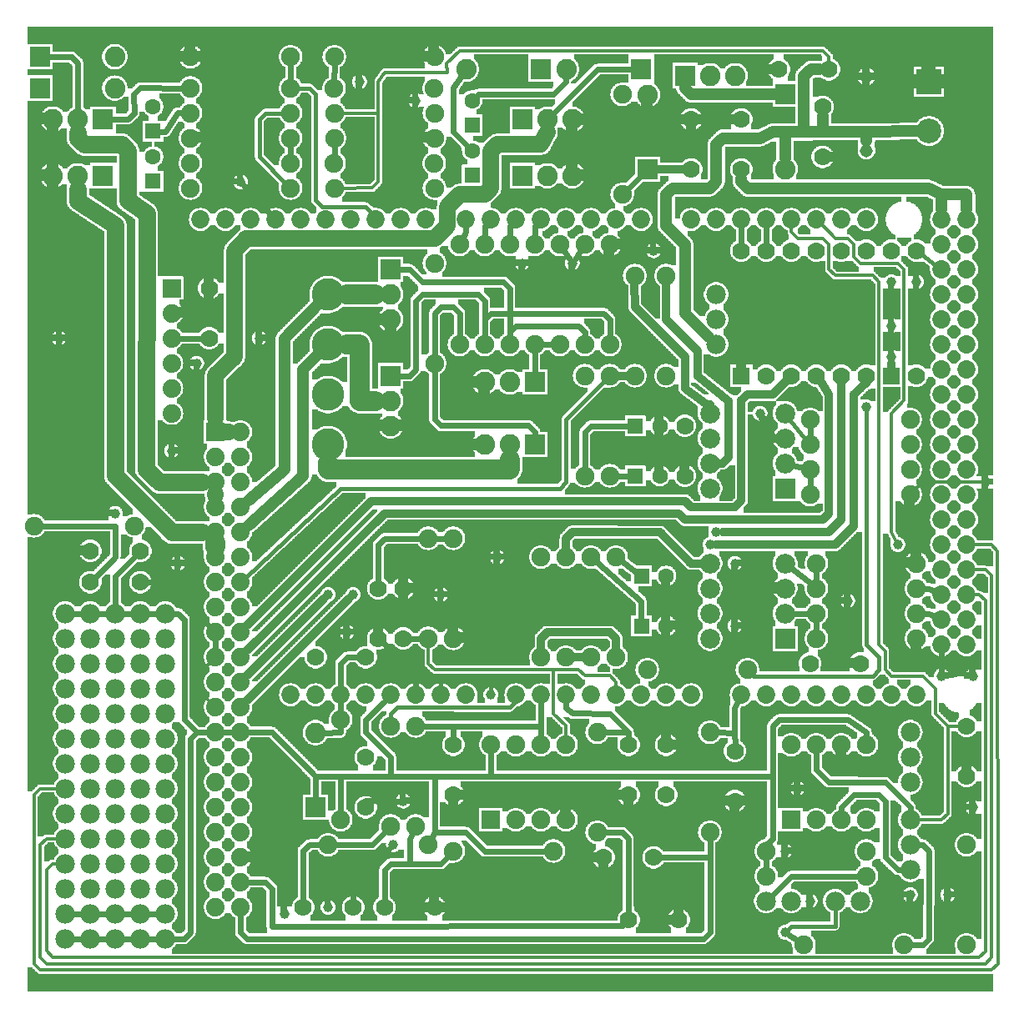
<source format=gtl>
G04 MADE WITH FRITZING*
G04 WWW.FRITZING.ORG*
G04 DOUBLE SIDED*
G04 HOLES PLATED*
G04 CONTOUR ON CENTER OF CONTOUR VECTOR*
%ASAXBY*%
%FSLAX23Y23*%
%MOIN*%
%OFA0B0*%
%SFA1.0B1.0*%
%ADD10C,0.075000*%
%ADD11C,0.074000*%
%ADD12C,0.039370*%
%ADD13C,0.070000*%
%ADD14C,0.078000*%
%ADD15C,0.130000*%
%ADD16C,0.072917*%
%ADD17C,0.082000*%
%ADD18C,0.051496*%
%ADD19C,0.079370*%
%ADD20C,0.062992*%
%ADD21C,0.099055*%
%ADD22R,0.074000X0.074000*%
%ADD23R,0.070000X0.070000*%
%ADD24R,0.075000X0.075000*%
%ADD25R,0.082000X0.082000*%
%ADD26R,0.079370X0.079370*%
%ADD27R,0.062992X0.062992*%
%ADD28R,0.099055X0.099055*%
%ADD29C,0.024000*%
%ADD30C,0.032000*%
%ADD31C,0.016000*%
%ADD32C,0.012000*%
%ADD33C,0.048000*%
%ADD34C,0.065000*%
%ADD35C,0.080000*%
%LNCOPPER1*%
G90*
G70*
G54D10*
X1896Y3723D03*
X113Y3416D03*
X1515Y3496D03*
X1907Y3519D03*
X1369Y3465D03*
X3302Y3824D03*
X2326Y3321D03*
X649Y1977D03*
X1332Y2930D03*
X1325Y2729D03*
X2767Y3023D03*
X1354Y2302D03*
X2975Y2192D03*
X691Y2244D03*
X2045Y2847D03*
X3295Y1752D03*
X3572Y1911D03*
X113Y1700D03*
X3787Y1000D03*
X990Y982D03*
X1862Y832D03*
X1346Y1705D03*
X3730Y515D03*
X1240Y509D03*
G54D11*
X616Y2853D03*
X616Y2753D03*
X616Y2653D03*
X616Y2553D03*
X616Y2453D03*
X616Y2353D03*
G54D12*
X1366Y3678D03*
X3691Y1303D03*
X3816Y1303D03*
G54D10*
X2416Y3628D03*
X2416Y3228D03*
G54D12*
X3491Y2878D03*
X3491Y2703D03*
X3491Y2578D03*
X3066Y603D03*
X3116Y853D03*
X3591Y2878D03*
X2216Y2953D03*
X2016Y2953D03*
X966Y2653D03*
X716Y2553D03*
X391Y1953D03*
X616Y2203D03*
X641Y1753D03*
X2866Y1753D03*
X2966Y2353D03*
X3391Y2378D03*
X1502Y628D03*
G54D13*
X3591Y3003D03*
X3591Y2503D03*
X3491Y3003D03*
X3491Y2503D03*
X3391Y3003D03*
X3391Y2503D03*
X3291Y3003D03*
X3291Y2503D03*
X3191Y3003D03*
X3191Y2503D03*
X3091Y3003D03*
X3091Y2503D03*
X2991Y3003D03*
X2991Y2503D03*
X2891Y3003D03*
X2891Y2503D03*
G54D12*
X3866Y2078D03*
X1591Y3603D03*
X3166Y403D03*
X3716Y428D03*
X3816Y778D03*
X891Y3278D03*
X1541Y803D03*
X1891Y1228D03*
G54D10*
X3791Y228D03*
X3791Y628D03*
X3141Y228D03*
X3541Y228D03*
G54D14*
X191Y1553D03*
X291Y1553D03*
X391Y1553D03*
X491Y1553D03*
X591Y1553D03*
X191Y253D03*
X291Y253D03*
X391Y253D03*
X491Y253D03*
X591Y253D03*
X191Y853D03*
X191Y1153D03*
X191Y353D03*
X291Y353D03*
X391Y353D03*
X491Y353D03*
X591Y353D03*
X191Y1353D03*
X191Y1253D03*
X191Y1053D03*
X191Y753D03*
X191Y453D03*
X191Y953D03*
X191Y1453D03*
X191Y653D03*
X191Y553D03*
X291Y853D03*
X291Y1153D03*
X291Y1353D03*
X291Y1253D03*
X291Y1053D03*
X291Y753D03*
X291Y453D03*
X291Y953D03*
X291Y1453D03*
X291Y653D03*
X291Y553D03*
X391Y853D03*
X391Y1153D03*
X391Y1353D03*
X391Y1253D03*
X391Y1053D03*
X391Y753D03*
X391Y453D03*
X391Y953D03*
X391Y1453D03*
X391Y653D03*
X391Y553D03*
X491Y853D03*
X491Y1153D03*
X491Y1353D03*
X491Y1253D03*
X491Y1053D03*
X491Y753D03*
X491Y453D03*
X491Y953D03*
X491Y1453D03*
X491Y653D03*
X491Y553D03*
X591Y453D03*
X591Y553D03*
X591Y653D03*
X591Y753D03*
X591Y853D03*
X591Y953D03*
X591Y1053D03*
X591Y1153D03*
X591Y1253D03*
X591Y1353D03*
X591Y1453D03*
G54D10*
X1891Y728D03*
X1891Y1028D03*
X1991Y728D03*
X1991Y1028D03*
X2091Y728D03*
X2091Y1028D03*
X2191Y728D03*
X2191Y1028D03*
G54D15*
X1241Y2628D03*
X1241Y2828D03*
X1241Y2428D03*
X1241Y2228D03*
X1241Y2628D03*
X1241Y2828D03*
X1241Y2428D03*
X1241Y2228D03*
G54D12*
X1316Y1478D03*
X3316Y1603D03*
X2866Y1503D03*
X1916Y1778D03*
X1691Y1628D03*
X1241Y378D03*
X1066Y353D03*
X166Y2653D03*
X3566Y428D03*
X2541Y3003D03*
X3066Y278D03*
X2791Y1878D03*
X2766Y1828D03*
X1241Y1628D03*
X1341Y1628D03*
X3516Y1828D03*
G54D10*
X3091Y728D03*
X3091Y1028D03*
X3191Y728D03*
X3191Y1028D03*
X3291Y728D03*
X3291Y1028D03*
X3391Y728D03*
X3391Y1028D03*
G54D11*
X891Y2278D03*
X891Y2178D03*
X891Y2078D03*
X891Y1978D03*
X891Y1878D03*
X891Y1778D03*
X891Y1678D03*
X891Y1578D03*
X891Y1478D03*
X891Y1378D03*
X891Y1278D03*
X891Y1178D03*
X891Y1078D03*
X891Y978D03*
X891Y878D03*
X891Y778D03*
X891Y678D03*
X891Y578D03*
X891Y478D03*
X891Y378D03*
X791Y2278D03*
X791Y2178D03*
X791Y2078D03*
X791Y1978D03*
X791Y1878D03*
X791Y1778D03*
X791Y1678D03*
X791Y1578D03*
X791Y1478D03*
X791Y1378D03*
X791Y1278D03*
X791Y1178D03*
X791Y1078D03*
X791Y978D03*
X791Y878D03*
X791Y778D03*
X791Y678D03*
X791Y578D03*
X791Y478D03*
X791Y378D03*
G54D16*
X2991Y1228D03*
X1391Y1228D03*
X3091Y1228D03*
X3191Y1228D03*
X3291Y1228D03*
X3391Y1228D03*
X3691Y2628D03*
X3491Y1228D03*
X3591Y1228D03*
X1431Y3128D03*
X1991Y1228D03*
X2091Y1228D03*
X2191Y1228D03*
X2291Y1228D03*
X3691Y1828D03*
X2391Y1228D03*
X2491Y1228D03*
X2591Y1228D03*
X2691Y1228D03*
X2191Y3128D03*
X3691Y3028D03*
X3691Y2228D03*
X3691Y1428D03*
X1031Y3128D03*
X1791Y1228D03*
X1791Y3128D03*
X3691Y2828D03*
X3691Y2428D03*
X3691Y2028D03*
X3391Y3128D03*
X3691Y1628D03*
X3291Y3128D03*
X3191Y3128D03*
X3091Y3128D03*
X2991Y3128D03*
X2891Y3128D03*
X2791Y3128D03*
X2691Y3128D03*
X831Y3128D03*
X1231Y3128D03*
X1631Y3128D03*
X1191Y1228D03*
X1591Y1228D03*
X2391Y3128D03*
X1991Y3128D03*
X3691Y3128D03*
X3691Y2928D03*
X3691Y2728D03*
X3691Y2528D03*
X3691Y2328D03*
X3691Y2128D03*
X3691Y1928D03*
X3691Y1728D03*
X3691Y1528D03*
X731Y3128D03*
X931Y3128D03*
X1131Y3128D03*
X1331Y3128D03*
X1531Y3128D03*
X1091Y1228D03*
X1291Y1228D03*
X1491Y1228D03*
X1691Y1228D03*
X2491Y3128D03*
X2291Y3128D03*
X2091Y3128D03*
X1891Y3128D03*
X3791Y3128D03*
X3791Y3028D03*
X3791Y2928D03*
X3791Y2828D03*
X3791Y2728D03*
X3791Y2628D03*
X3791Y2528D03*
X3791Y2428D03*
X3791Y2328D03*
X3791Y2228D03*
X3791Y2128D03*
X3791Y2028D03*
X3791Y1928D03*
X3791Y1828D03*
X3791Y1728D03*
X3791Y1628D03*
X3791Y1528D03*
X3791Y1428D03*
X2891Y1228D03*
G54D17*
X1491Y2503D03*
X1491Y2403D03*
X1491Y2303D03*
X2066Y2478D03*
X1966Y2478D03*
X1866Y2478D03*
X1491Y2928D03*
X1491Y2828D03*
X1491Y2728D03*
X2066Y2228D03*
X1966Y2228D03*
X1866Y2228D03*
G54D13*
X1191Y1378D03*
X1391Y1378D03*
G54D10*
X1291Y728D03*
X1291Y1128D03*
G54D17*
X2516Y3328D03*
X2516Y3626D03*
G54D10*
X466Y1903D03*
X66Y1903D03*
G54D14*
X3566Y528D03*
X3566Y628D03*
X3566Y728D03*
X3566Y1078D03*
X3566Y978D03*
X3566Y878D03*
X2791Y2828D03*
X2791Y2728D03*
X2791Y2628D03*
G54D10*
X2991Y603D03*
X3391Y603D03*
X2991Y503D03*
X3391Y503D03*
G54D14*
X2991Y403D03*
X3091Y403D03*
X3266Y403D03*
X3366Y403D03*
G54D10*
X3591Y1453D03*
X3191Y1453D03*
X2366Y3028D03*
X2366Y2628D03*
X2266Y3028D03*
X2266Y2628D03*
X3566Y2028D03*
X3166Y2028D03*
X3591Y1753D03*
X3191Y1753D03*
X2166Y3028D03*
X2166Y2628D03*
X1666Y2953D03*
X1666Y2553D03*
X3566Y2328D03*
X3166Y2328D03*
G54D17*
X2666Y3703D03*
X2766Y3703D03*
X2866Y3703D03*
G54D13*
X3041Y3728D03*
X3241Y3728D03*
X2891Y3528D03*
X2891Y3328D03*
X3216Y3378D03*
X3216Y3578D03*
X2691Y3528D03*
X2691Y3328D03*
G54D17*
X3066Y3628D03*
X3066Y3330D03*
G54D18*
X3391Y3403D03*
X3391Y3698D03*
X3391Y3403D03*
X3391Y3698D03*
G54D19*
X3066Y1453D03*
X2766Y1453D03*
X3066Y1553D03*
X2766Y1553D03*
X3066Y1653D03*
X2766Y1653D03*
X3066Y1753D03*
X2766Y1753D03*
X3066Y2053D03*
X2766Y2053D03*
X3066Y2153D03*
X2766Y2153D03*
X3066Y2253D03*
X2766Y2253D03*
X3066Y2353D03*
X2766Y2353D03*
G54D10*
X3591Y1553D03*
X3191Y1553D03*
X1866Y3028D03*
X1866Y2628D03*
X1966Y3028D03*
X1966Y2628D03*
X3566Y2128D03*
X3166Y2128D03*
X3591Y1653D03*
X3191Y1653D03*
X2066Y3028D03*
X2066Y2628D03*
X1766Y3028D03*
X1766Y2628D03*
X3566Y2228D03*
X3166Y2228D03*
G54D13*
X3366Y1353D03*
X3166Y1353D03*
G54D10*
X2091Y1378D03*
X2091Y1778D03*
G54D13*
X2666Y2103D03*
X2666Y2303D03*
G54D10*
X2591Y2503D03*
X2591Y2903D03*
X2191Y1778D03*
X2191Y1378D03*
X2466Y2903D03*
X2466Y2503D03*
X2391Y1778D03*
X2391Y1378D03*
X2266Y2103D03*
X2266Y2503D03*
X2291Y1778D03*
X2291Y1378D03*
X2366Y2103D03*
X2366Y2503D03*
G54D20*
X2493Y1703D03*
X2591Y1703D03*
X2468Y2303D03*
X2566Y2303D03*
X2493Y1503D03*
X2591Y1503D03*
X2468Y2103D03*
X2566Y2103D03*
G54D10*
X1741Y1853D03*
X1741Y1453D03*
X2141Y603D03*
X1741Y603D03*
X1641Y628D03*
X1241Y628D03*
G54D13*
X1741Y828D03*
X1741Y1028D03*
X1666Y378D03*
X1466Y378D03*
X1391Y778D03*
X1391Y978D03*
X1341Y378D03*
X1141Y378D03*
G54D10*
X1591Y703D03*
X1591Y1103D03*
X1491Y703D03*
X1491Y1103D03*
G54D17*
X1191Y778D03*
X1191Y1076D03*
G54D13*
X2866Y803D03*
X2866Y1003D03*
X291Y1678D03*
X491Y1678D03*
X2441Y828D03*
X2441Y1028D03*
X766Y2853D03*
X766Y2653D03*
X291Y1803D03*
X491Y1803D03*
X2341Y578D03*
X2541Y578D03*
X2641Y328D03*
X2441Y328D03*
G54D10*
X2766Y678D03*
X2766Y1078D03*
X2316Y678D03*
X2316Y1078D03*
X2916Y1328D03*
X2516Y1328D03*
G54D13*
X1441Y1453D03*
X1441Y1653D03*
X2591Y828D03*
X2591Y1028D03*
X3791Y1103D03*
X3791Y903D03*
X1541Y1653D03*
X1541Y1453D03*
G54D10*
X1641Y1853D03*
X1641Y1453D03*
X1091Y3253D03*
X691Y3253D03*
X1266Y3253D03*
X1666Y3253D03*
X1091Y3553D03*
X691Y3553D03*
X1266Y3553D03*
X1666Y3553D03*
G54D20*
X542Y3281D03*
X542Y3379D03*
X1816Y3305D03*
X1816Y3403D03*
X542Y3481D03*
X542Y3579D03*
X1816Y3505D03*
X1816Y3603D03*
G54D17*
X91Y3653D03*
X389Y3653D03*
X2091Y3728D03*
X1793Y3728D03*
X91Y3778D03*
X389Y3778D03*
X2491Y3728D03*
X2193Y3728D03*
X341Y3303D03*
X241Y3303D03*
X141Y3303D03*
X2016Y3303D03*
X2116Y3303D03*
X2216Y3303D03*
X342Y3529D03*
X242Y3529D03*
X142Y3529D03*
X2016Y3528D03*
X2116Y3528D03*
X2216Y3528D03*
G54D10*
X1091Y3353D03*
X691Y3353D03*
X1265Y3352D03*
X1665Y3352D03*
X1091Y3653D03*
X691Y3653D03*
X1265Y3652D03*
X1665Y3652D03*
X1091Y3453D03*
X691Y3453D03*
X1266Y3453D03*
X1666Y3453D03*
X1091Y3778D03*
X691Y3778D03*
X1266Y3778D03*
X1666Y3778D03*
G54D21*
X3641Y3678D03*
X3641Y3481D03*
G54D22*
X616Y2853D03*
G54D23*
X2891Y2503D03*
X3491Y2503D03*
G54D24*
X1891Y728D03*
X3091Y728D03*
G54D22*
X791Y2278D03*
G54D25*
X1491Y2503D03*
X2066Y2478D03*
X1491Y2928D03*
X2066Y2228D03*
X2516Y3327D03*
X2666Y3703D03*
X3066Y3629D03*
G54D26*
X3066Y1453D03*
X3066Y2053D03*
G54D27*
X2493Y1703D03*
X2468Y2303D03*
X2493Y1503D03*
X2468Y2103D03*
G54D25*
X1191Y777D03*
G54D27*
X542Y3281D03*
X1816Y3305D03*
X542Y3481D03*
X1816Y3505D03*
G54D25*
X90Y3653D03*
X2092Y3728D03*
X90Y3778D03*
X2492Y3728D03*
X341Y3303D03*
X2016Y3303D03*
X342Y3529D03*
X2016Y3528D03*
G54D28*
X3641Y3678D03*
G54D29*
X1467Y1852D02*
X1613Y1853D01*
D02*
X1441Y1679D02*
X1442Y1828D01*
D02*
X1442Y1828D02*
X1467Y1852D01*
D02*
X2865Y1076D02*
X2795Y1077D01*
D02*
X2865Y1076D02*
X2865Y1176D01*
D02*
X2865Y1176D02*
X2878Y1201D01*
D02*
X2491Y1603D02*
X2313Y1759D01*
D02*
X2866Y1029D02*
X2865Y1076D01*
D02*
X1613Y1453D02*
X1567Y1453D01*
G54D30*
D02*
X3016Y2253D02*
X3030Y2253D01*
D02*
X2977Y2331D02*
X3016Y2253D01*
G54D29*
D02*
X1891Y2753D02*
X2342Y2753D01*
D02*
X2342Y2753D02*
X2367Y2728D01*
D02*
X2367Y2728D02*
X2366Y2657D01*
D02*
X1867Y2728D02*
X1891Y2753D01*
D02*
X2492Y1530D02*
X2491Y1603D01*
D02*
X2471Y1719D02*
X2414Y1761D01*
D02*
X2241Y2703D02*
X2266Y2677D01*
D02*
X1991Y2703D02*
X2241Y2703D01*
D02*
X1967Y2677D02*
X1991Y2703D01*
D02*
X2266Y2677D02*
X2266Y2657D01*
D02*
X591Y3479D02*
X569Y3480D01*
D02*
X639Y3554D02*
X591Y3479D01*
D02*
X1966Y2657D02*
X1967Y2677D01*
D02*
X2095Y2628D02*
X2138Y2628D01*
D02*
X1866Y2657D02*
X1867Y2728D01*
D02*
X663Y3554D02*
X639Y3554D01*
D02*
X1011Y3150D02*
X904Y3264D01*
D02*
X647Y2653D02*
X740Y2653D01*
D02*
X242Y3752D02*
X216Y3777D01*
D02*
X216Y3777D02*
X123Y3778D01*
D02*
X1670Y1853D02*
X1713Y1853D01*
D02*
X2991Y574D02*
X2991Y532D01*
D02*
X242Y3561D02*
X242Y3752D01*
G54D31*
D02*
X3608Y2991D02*
X3671Y2943D01*
G54D29*
D02*
X3691Y1322D02*
X3691Y1398D01*
D02*
X2493Y3305D02*
X2436Y3248D01*
D02*
X1091Y3749D02*
X1091Y3682D01*
D02*
X1265Y3681D02*
X1266Y3749D01*
G54D32*
D02*
X3716Y1103D02*
X3771Y1103D01*
G54D29*
D02*
X561Y353D02*
X521Y353D01*
D02*
X461Y353D02*
X421Y353D01*
D02*
X361Y353D02*
X321Y353D01*
D02*
X261Y353D02*
X221Y353D01*
G54D30*
D02*
X3491Y2553D02*
X3491Y2535D01*
G54D29*
D02*
X2206Y2969D02*
X2182Y3004D01*
D02*
X2227Y2969D02*
X2250Y3004D01*
D02*
X1340Y477D02*
X1341Y404D01*
D02*
X1488Y615D02*
X1340Y477D01*
G54D31*
D02*
X2942Y1303D02*
X3416Y1303D01*
D02*
X3416Y1303D02*
X3440Y1328D01*
D02*
X3440Y1328D02*
X3440Y1377D01*
D02*
X3440Y1377D02*
X3391Y1428D01*
D02*
X3391Y1428D02*
X3391Y2365D01*
D02*
X2933Y1312D02*
X2942Y1303D01*
G54D32*
D02*
X3616Y2078D02*
X3853Y2078D01*
D02*
X3582Y2044D02*
X3616Y2078D01*
G54D29*
D02*
X666Y253D02*
X621Y253D01*
D02*
X521Y253D02*
X561Y253D01*
D02*
X691Y278D02*
X666Y253D01*
D02*
X1391Y804D02*
X1391Y804D01*
D02*
X1522Y803D02*
X1391Y804D01*
D02*
X1591Y1328D02*
X1591Y1258D01*
D02*
X1461Y1436D02*
X1591Y1328D01*
G54D32*
D02*
X716Y1252D02*
X716Y1304D01*
D02*
X773Y1196D02*
X716Y1252D01*
D02*
X716Y1304D02*
X773Y1360D01*
G54D29*
D02*
X517Y1678D02*
X591Y1677D01*
D02*
X591Y1677D02*
X769Y1500D01*
D02*
X791Y1409D02*
X791Y1447D01*
D02*
X461Y1553D02*
X421Y1553D01*
D02*
X561Y1553D02*
X521Y1553D01*
G54D32*
D02*
X141Y553D02*
X167Y553D01*
D02*
X91Y853D02*
X167Y853D01*
D02*
X116Y653D02*
X167Y653D01*
G54D29*
D02*
X221Y253D02*
X261Y253D01*
D02*
X321Y253D02*
X361Y253D01*
D02*
X421Y253D02*
X461Y253D01*
G54D31*
D02*
X1517Y1179D02*
X1491Y1153D01*
D02*
X1966Y1177D02*
X1517Y1179D01*
D02*
X1991Y1203D02*
X1966Y1177D01*
D02*
X1491Y1153D02*
X1491Y1126D01*
D02*
X1717Y1303D02*
X1691Y1277D01*
D02*
X1866Y1303D02*
X1717Y1303D01*
D02*
X1891Y1277D02*
X1866Y1303D01*
D02*
X1691Y1277D02*
X1691Y1253D01*
D02*
X1891Y1241D02*
X1891Y1277D01*
G54D29*
D02*
X391Y1702D02*
X473Y1784D01*
D02*
X391Y1583D02*
X391Y1702D01*
D02*
X261Y1553D02*
X221Y1553D01*
D02*
X361Y1553D02*
X321Y1553D01*
G54D31*
D02*
X1991Y1203D02*
X1991Y1203D01*
D02*
X3091Y303D02*
X3266Y303D01*
D02*
X3266Y303D02*
X3266Y378D01*
D02*
X3076Y287D02*
X3091Y303D01*
G54D29*
D02*
X3082Y267D02*
X3117Y244D01*
D02*
X2091Y1103D02*
X2091Y1057D01*
D02*
X1291Y903D02*
X1291Y757D01*
D02*
X1191Y903D02*
X1191Y810D01*
D02*
X1791Y678D02*
X1666Y679D01*
D02*
X1867Y602D02*
X1791Y678D01*
D02*
X2113Y603D02*
X1867Y602D01*
G54D33*
D02*
X3391Y3479D02*
X3391Y3441D01*
D02*
X3217Y3479D02*
X3216Y3541D01*
D02*
X2691Y3628D02*
X3023Y3628D01*
D02*
X2666Y3653D02*
X2691Y3628D01*
D02*
X2666Y3660D02*
X2666Y3653D01*
G54D29*
D02*
X1291Y1198D02*
X1291Y1157D01*
G54D33*
D02*
X2617Y3253D02*
X2591Y3228D01*
D02*
X2666Y2753D02*
X2762Y2657D01*
D02*
X2666Y3028D02*
X2666Y2753D01*
D02*
X2591Y3103D02*
X2666Y3028D01*
D02*
X2591Y3228D02*
X2591Y3103D01*
D02*
X2766Y3253D02*
X2617Y3253D01*
D02*
X2791Y3277D02*
X2766Y3253D01*
D02*
X2817Y3453D02*
X2791Y3428D01*
D02*
X2966Y3453D02*
X2817Y3453D01*
D02*
X3017Y3477D02*
X2966Y3453D01*
D02*
X2791Y3428D02*
X2791Y3277D01*
D02*
X3066Y3479D02*
X3017Y3477D01*
D02*
X3142Y3703D02*
X3172Y3730D01*
D02*
X3172Y3730D02*
X3204Y3729D01*
D02*
X3142Y3477D02*
X3142Y3703D01*
D02*
X1067Y2653D02*
X1201Y2788D01*
D02*
X1067Y2128D02*
X1067Y2653D01*
D02*
X923Y2005D02*
X1067Y2128D01*
D02*
X1142Y2528D02*
X1201Y2587D01*
D02*
X1142Y2103D02*
X1142Y2528D01*
D02*
X923Y1906D02*
X1142Y2103D01*
G54D34*
D02*
X845Y2278D02*
X838Y2278D01*
G54D30*
D02*
X2257Y1378D02*
X2225Y1378D01*
G54D29*
D02*
X1666Y679D02*
X1654Y654D01*
D02*
X1666Y903D02*
X1666Y679D01*
D02*
X1567Y652D02*
X1579Y677D01*
D02*
X1567Y552D02*
X1567Y652D01*
G54D32*
D02*
X2142Y1152D02*
X2191Y1104D01*
D02*
X2191Y1104D02*
X2191Y1051D01*
D02*
X2142Y1328D02*
X2142Y1152D01*
D02*
X2142Y1328D02*
X2242Y1328D01*
D02*
X2367Y1304D02*
X2391Y1277D01*
D02*
X2267Y1304D02*
X2367Y1304D01*
D02*
X2242Y1328D02*
X2267Y1304D01*
D02*
X1667Y1328D02*
X2142Y1328D01*
D02*
X1642Y1352D02*
X1667Y1328D01*
D02*
X2391Y1277D02*
X2391Y1253D01*
D02*
X1641Y1430D02*
X1642Y1352D01*
G54D29*
D02*
X1742Y1103D02*
X1741Y1054D01*
D02*
X2091Y1103D02*
X2091Y1198D01*
D02*
X1742Y1103D02*
X2091Y1103D01*
D02*
X1620Y1103D02*
X1742Y1103D01*
D02*
X1891Y902D02*
X1891Y999D01*
G54D33*
D02*
X3142Y3477D02*
X3217Y3479D01*
D02*
X3391Y3479D02*
X3589Y3481D01*
D02*
X3217Y3479D02*
X3391Y3479D01*
D02*
X3066Y3479D02*
X3142Y3477D01*
D02*
X3066Y3373D02*
X3066Y3479D01*
G54D29*
D02*
X391Y1902D02*
X95Y1903D01*
D02*
X391Y1778D02*
X391Y1902D01*
D02*
X310Y1696D02*
X391Y1778D01*
G54D35*
D02*
X1241Y2128D02*
X1966Y2128D01*
D02*
X1966Y2128D02*
X1966Y2168D01*
D02*
X1241Y2154D02*
X1241Y2128D01*
D02*
X1366Y2628D02*
X1366Y2403D01*
D02*
X1366Y2403D02*
X1431Y2403D01*
D02*
X1315Y2628D02*
X1366Y2628D01*
D02*
X1315Y2828D02*
X1431Y2828D01*
G54D29*
D02*
X691Y1052D02*
X691Y278D01*
D02*
X716Y1077D02*
X691Y1052D01*
G54D32*
D02*
X3416Y2904D02*
X3267Y2904D01*
D02*
X3116Y3052D02*
X3091Y3077D01*
D02*
X3242Y3028D02*
X3216Y3052D01*
D02*
X3242Y2928D02*
X3242Y3028D01*
D02*
X3267Y2904D02*
X3242Y2928D01*
D02*
X3216Y3052D02*
X3116Y3052D01*
D02*
X3091Y3077D02*
X3091Y3103D01*
D02*
X3442Y2877D02*
X3416Y2904D01*
D02*
X3442Y2428D02*
X3442Y2877D01*
D02*
X3440Y1428D02*
X3442Y2428D01*
D02*
X3516Y2952D02*
X3542Y2928D01*
D02*
X3342Y2977D02*
X3367Y2952D01*
D02*
X3367Y2952D02*
X3516Y2952D01*
D02*
X3542Y2404D02*
X3491Y2352D01*
D02*
X3542Y2928D02*
X3542Y2404D01*
D02*
X3340Y3028D02*
X3342Y2977D01*
D02*
X3267Y3052D02*
X3316Y3052D01*
D02*
X3316Y3052D02*
X3340Y3028D01*
D02*
X3209Y3111D02*
X3267Y3052D01*
D02*
X3491Y1878D02*
X3510Y1840D01*
D02*
X3491Y2352D02*
X3491Y1878D01*
G54D29*
D02*
X1316Y1378D02*
X1365Y1378D01*
D02*
X1291Y1353D02*
X1316Y1378D01*
D02*
X1291Y1258D02*
X1291Y1353D01*
G54D32*
D02*
X91Y179D02*
X116Y152D01*
D02*
X91Y628D02*
X91Y179D01*
D02*
X116Y653D02*
X91Y628D01*
D02*
X3866Y153D02*
X3891Y177D01*
D02*
X3891Y1704D02*
X3867Y1728D01*
D02*
X116Y152D02*
X3866Y153D01*
D02*
X3891Y177D02*
X3891Y1704D01*
D02*
X3867Y1728D02*
X3816Y1728D01*
D02*
X67Y828D02*
X67Y152D01*
D02*
X91Y853D02*
X67Y828D01*
D02*
X67Y152D02*
X91Y128D01*
D02*
X116Y528D02*
X116Y204D01*
D02*
X141Y553D02*
X116Y528D01*
D02*
X116Y204D02*
X140Y177D01*
D02*
X3840Y177D02*
X3866Y203D01*
D02*
X3867Y1604D02*
X3841Y1628D01*
G54D29*
D02*
X991Y478D02*
X1016Y453D01*
D02*
X1016Y453D02*
X1016Y303D01*
D02*
X1016Y303D02*
X2416Y304D01*
D02*
X922Y478D02*
X991Y478D01*
D02*
X2416Y304D02*
X2422Y310D01*
D02*
X2741Y253D02*
X916Y253D01*
D02*
X916Y253D02*
X891Y278D01*
D02*
X891Y278D02*
X891Y347D01*
D02*
X2766Y278D02*
X2741Y253D01*
D02*
X2766Y578D02*
X2766Y278D01*
G54D32*
D02*
X140Y177D02*
X3840Y177D01*
D02*
X3866Y203D02*
X3867Y1604D01*
D02*
X3841Y1628D02*
X3816Y1628D01*
D02*
X3891Y128D02*
X3917Y153D01*
D02*
X3915Y1802D02*
X3891Y1828D01*
D02*
X91Y128D02*
X3891Y128D01*
D02*
X3917Y153D02*
X3915Y1802D01*
D02*
X3891Y1828D02*
X3816Y1828D01*
G54D29*
D02*
X667Y1128D02*
X716Y1077D01*
D02*
X642Y1553D02*
X667Y1528D01*
D02*
X667Y1528D02*
X667Y1128D01*
D02*
X621Y1553D02*
X642Y1553D01*
D02*
X716Y1077D02*
X760Y1078D01*
D02*
X3617Y228D02*
X3640Y253D01*
D02*
X3570Y228D02*
X3617Y228D01*
D02*
X3640Y253D02*
X3642Y603D01*
D02*
X1191Y903D02*
X1017Y1078D01*
D02*
X1491Y903D02*
X1291Y903D01*
D02*
X1291Y903D02*
X1191Y903D01*
D02*
X1666Y903D02*
X1491Y903D01*
D02*
X3617Y628D02*
X3596Y628D01*
D02*
X3642Y603D02*
X3617Y628D01*
G54D30*
D02*
X2667Y2003D02*
X2691Y1977D01*
D02*
X1415Y2002D02*
X2667Y2003D01*
D02*
X2691Y1977D02*
X2867Y1977D01*
D02*
X2891Y2004D02*
X2891Y2404D01*
D02*
X2916Y2428D02*
X3016Y2428D01*
D02*
X3016Y2428D02*
X3069Y2481D01*
D02*
X2891Y2404D02*
X2916Y2428D01*
D02*
X2867Y1977D02*
X2891Y2004D01*
D02*
X917Y1504D02*
X1415Y2002D01*
D02*
X2116Y1478D02*
X2091Y1453D01*
D02*
X2366Y1478D02*
X2116Y1478D01*
D02*
X2391Y1453D02*
X2366Y1478D01*
D02*
X2091Y1453D02*
X2091Y1412D01*
D02*
X2391Y1412D02*
X2391Y1453D01*
D02*
X917Y1204D02*
X1324Y1611D01*
D02*
X917Y1304D02*
X1224Y1611D01*
D02*
X3342Y2428D02*
X3367Y2452D01*
D02*
X3391Y2477D02*
X3391Y2471D01*
D02*
X3367Y2452D02*
X3391Y2477D01*
D02*
X3341Y1902D02*
X3342Y2428D01*
D02*
X3267Y1828D02*
X3341Y1902D01*
D02*
X2791Y1828D02*
X3267Y1828D01*
D02*
X3241Y1878D02*
X3291Y1928D01*
D02*
X3291Y1928D02*
X3291Y2471D01*
D02*
X2816Y1878D02*
X3241Y1878D01*
D02*
X3216Y1928D02*
X3242Y1952D01*
D02*
X3242Y2428D02*
X3209Y2477D01*
D02*
X1467Y1952D02*
X2642Y1953D01*
D02*
X2642Y1953D02*
X2667Y1928D01*
D02*
X2667Y1928D02*
X3216Y1928D01*
D02*
X3242Y1952D02*
X3242Y2428D01*
D02*
X917Y1404D02*
X1467Y1952D01*
G54D32*
D02*
X3466Y1403D02*
X3440Y1428D01*
D02*
X3466Y1328D02*
X3466Y1403D01*
D02*
X3491Y1303D02*
X3466Y1328D01*
D02*
X3616Y1303D02*
X3491Y1303D01*
D02*
X3666Y1253D02*
X3616Y1303D01*
D02*
X3666Y1153D02*
X3666Y1253D01*
G54D29*
D02*
X2991Y3098D02*
X2991Y3029D01*
D02*
X2891Y3098D02*
X2891Y3029D01*
D02*
X3642Y1552D02*
X3620Y1553D01*
D02*
X3642Y1652D02*
X3620Y1653D01*
D02*
X3664Y1642D02*
X3642Y1652D01*
D02*
X3664Y1542D02*
X3642Y1552D01*
G54D32*
D02*
X3716Y1103D02*
X3666Y1153D01*
D02*
X3691Y728D02*
X3716Y753D01*
D02*
X3716Y753D02*
X3716Y1103D01*
D02*
X3591Y728D02*
X3691Y728D01*
G54D31*
D02*
X2167Y2052D02*
X2191Y2078D01*
D02*
X1291Y2052D02*
X2167Y2052D01*
G54D35*
D02*
X791Y1819D02*
X791Y1837D01*
G54D31*
D02*
X2191Y2328D02*
X2350Y2487D01*
D02*
X2191Y2078D02*
X2191Y2328D01*
D02*
X910Y1695D02*
X1291Y2052D01*
G54D29*
D02*
X1017Y1078D02*
X922Y1078D01*
G54D34*
D02*
X791Y2025D02*
X791Y2031D01*
G54D29*
D02*
X822Y1078D02*
X860Y1078D01*
D02*
X1491Y979D02*
X1491Y903D01*
D02*
X1391Y1077D02*
X1491Y979D01*
D02*
X1391Y1128D02*
X1391Y1077D01*
D02*
X1466Y1203D02*
X1391Y1128D01*
D02*
X1470Y1207D02*
X1466Y1203D01*
G54D30*
D02*
X2466Y2778D02*
X2465Y2876D01*
D02*
X2666Y2577D02*
X2466Y2778D01*
D02*
X2465Y2876D02*
X2465Y2869D01*
G54D29*
D02*
X1566Y2928D02*
X1616Y2877D01*
G54D30*
D02*
X2667Y2453D02*
X2666Y2577D01*
G54D29*
D02*
X1523Y2928D02*
X1566Y2928D01*
D02*
X1616Y2877D02*
X1942Y2877D01*
G54D30*
D02*
X2767Y2377D02*
X2667Y2453D01*
D02*
X2767Y2389D02*
X2767Y2377D01*
G54D29*
D02*
X1591Y2803D02*
X1616Y2828D01*
D02*
X1616Y2828D02*
X1842Y2828D01*
D02*
X1842Y2828D02*
X1867Y2803D01*
D02*
X1967Y2853D02*
X1966Y2657D01*
D02*
X1967Y3103D02*
X1970Y3107D01*
D02*
X1966Y3057D02*
X1967Y3103D01*
D02*
X2067Y3103D02*
X2070Y3107D01*
D02*
X2066Y3057D02*
X2067Y3103D01*
D02*
X1942Y2877D02*
X1967Y2853D01*
D02*
X1592Y2528D02*
X1591Y2803D01*
D02*
X1567Y2503D02*
X1592Y2528D01*
D02*
X1523Y2503D02*
X1567Y2503D01*
D02*
X1867Y2803D02*
X1866Y2657D01*
D02*
X1791Y3078D02*
X1791Y3098D01*
D02*
X1867Y3103D02*
X1870Y3107D01*
D02*
X1866Y3057D02*
X1867Y3103D01*
D02*
X1779Y3054D02*
X1791Y3078D01*
G54D32*
D02*
X3217Y3802D02*
X3241Y3778D01*
D02*
X3241Y3778D02*
X3241Y3749D01*
D02*
X1441Y3678D02*
X1441Y3552D01*
D02*
X1715Y3752D02*
X1767Y3802D01*
D02*
X1717Y3715D02*
X1715Y3752D01*
D02*
X1767Y3802D02*
X3217Y3802D01*
D02*
X1441Y3552D02*
X1441Y3278D01*
D02*
X1441Y3278D02*
X1417Y3254D01*
D02*
X1467Y3715D02*
X1717Y3715D01*
D02*
X1467Y3715D02*
X1441Y3678D01*
D02*
X1417Y3254D02*
X1289Y3253D01*
G54D31*
D02*
X967Y3377D02*
X1075Y3269D01*
G54D32*
D02*
X1441Y3552D02*
X1289Y3553D01*
G54D31*
D02*
X967Y3528D02*
X967Y3377D01*
D02*
X1068Y3553D02*
X991Y3552D01*
D02*
X991Y3552D02*
X967Y3528D01*
G54D29*
D02*
X1741Y3654D02*
X1775Y3702D01*
D02*
X1742Y3479D02*
X1741Y3654D01*
D02*
X1797Y3422D02*
X1742Y3479D01*
D02*
X2317Y3728D02*
X2139Y3551D01*
D02*
X2459Y3728D02*
X2317Y3728D01*
D02*
X440Y3528D02*
X374Y3529D01*
D02*
X467Y3552D02*
X440Y3528D01*
D02*
X465Y3628D02*
X467Y3552D01*
D02*
X491Y3654D02*
X465Y3628D01*
D02*
X663Y3653D02*
X491Y3654D01*
D02*
X1841Y3628D02*
X1835Y3622D01*
D02*
X2141Y3628D02*
X1841Y3628D01*
D02*
X2191Y3678D02*
X2141Y3628D01*
D02*
X2192Y3696D02*
X2191Y3678D01*
D02*
X3191Y928D02*
X3191Y999D01*
D02*
X3240Y879D02*
X3191Y928D01*
D02*
X3466Y877D02*
X3240Y879D01*
D02*
X3566Y779D02*
X3466Y877D01*
D02*
X3566Y758D02*
X3566Y779D01*
D02*
X1742Y2777D02*
X1767Y2753D01*
D02*
X1767Y2753D02*
X1766Y2657D01*
D02*
X1666Y2329D02*
X1666Y2524D01*
D02*
X1691Y2304D02*
X1666Y2329D01*
D02*
X2042Y2304D02*
X1691Y2304D01*
D02*
X1666Y2753D02*
X1691Y2778D01*
D02*
X1666Y2582D02*
X1666Y2753D01*
D02*
X1691Y2778D02*
X1742Y2777D01*
D02*
X2067Y2279D02*
X2042Y2304D01*
D02*
X2067Y2260D02*
X2067Y2279D01*
D02*
X2066Y2599D02*
X2066Y2510D01*
G54D30*
D02*
X2554Y3328D02*
X2660Y3328D01*
G54D29*
D02*
X1291Y1077D02*
X1223Y1076D01*
D02*
X1291Y1099D02*
X1291Y1077D01*
G54D30*
D02*
X2216Y1879D02*
X2191Y1852D01*
D02*
X2191Y1852D02*
X2191Y1812D01*
D02*
X2567Y1877D02*
X2216Y1879D01*
D02*
X2691Y1753D02*
X2567Y1877D01*
D02*
X2730Y1753D02*
X2691Y1753D01*
D02*
X2842Y2403D02*
X2842Y2177D01*
D02*
X2842Y2177D02*
X2816Y2152D01*
D02*
X2717Y2603D02*
X2716Y2503D01*
D02*
X2591Y2728D02*
X2717Y2603D01*
D02*
X2716Y2503D02*
X2842Y2403D01*
D02*
X2816Y2152D02*
X2803Y2153D01*
D02*
X2591Y2869D02*
X2591Y2728D01*
G54D29*
D02*
X3466Y577D02*
X3517Y528D01*
D02*
X3517Y528D02*
X3536Y528D01*
D02*
X3466Y803D02*
X3466Y577D01*
D02*
X3442Y828D02*
X3466Y803D01*
D02*
X3342Y828D02*
X3442Y828D01*
D02*
X3291Y777D02*
X3342Y828D01*
D02*
X3291Y757D02*
X3291Y777D01*
D02*
X3091Y503D02*
X3363Y503D01*
D02*
X3013Y424D02*
X3091Y503D01*
D02*
X3191Y1724D02*
X3191Y1682D01*
D02*
X3166Y2328D02*
X3166Y2257D01*
D02*
X3191Y1524D02*
X3191Y1482D01*
D02*
X3166Y2099D02*
X3166Y2057D01*
D02*
X3097Y1553D02*
X3163Y1553D01*
D02*
X3090Y1734D02*
X3169Y1671D01*
G54D33*
D02*
X3791Y3228D02*
X3791Y3169D01*
D02*
X3691Y3228D02*
X3791Y3228D01*
D02*
X2917Y3252D02*
X2891Y3278D01*
D02*
X3641Y3252D02*
X2917Y3252D01*
D02*
X2891Y3278D02*
X2891Y3291D01*
D02*
X3691Y3228D02*
X3641Y3252D01*
D02*
X3691Y3169D02*
X3691Y3228D01*
G54D29*
D02*
X3096Y2146D02*
X3138Y2135D01*
G54D31*
D02*
X3082Y2333D02*
X3152Y2246D01*
G54D30*
D02*
X2400Y2503D02*
X2432Y2503D01*
G54D29*
D02*
X2441Y2103D02*
X2395Y2103D01*
D02*
X2291Y2303D02*
X2267Y2277D01*
D02*
X2267Y2277D02*
X2266Y2132D01*
D02*
X2441Y2303D02*
X2291Y2303D01*
D02*
X1091Y3424D02*
X1091Y3382D01*
D02*
X1266Y3424D02*
X1266Y3381D01*
D02*
X2766Y649D02*
X2766Y578D01*
D02*
X2766Y578D02*
X2567Y578D01*
D02*
X1691Y552D02*
X1721Y583D01*
D02*
X1567Y552D02*
X1691Y552D01*
D02*
X1491Y552D02*
X1567Y552D01*
D02*
X1466Y528D02*
X1491Y552D01*
D02*
X1466Y404D02*
X1466Y528D01*
D02*
X2416Y677D02*
X2345Y678D01*
D02*
X2440Y652D02*
X2416Y677D01*
D02*
X2441Y354D02*
X2440Y652D01*
D02*
X2441Y1078D02*
X2441Y1054D01*
D02*
X2366Y1153D02*
X2441Y1078D01*
D02*
X2217Y1154D02*
X2366Y1153D01*
D02*
X2191Y1176D02*
X2217Y1154D01*
D02*
X2191Y1198D02*
X2191Y1176D01*
D02*
X1167Y628D02*
X1213Y628D01*
D02*
X1141Y604D02*
X1167Y628D01*
D02*
X1141Y404D02*
X1141Y604D01*
D02*
X1417Y628D02*
X1270Y628D01*
D02*
X1471Y683D02*
X1417Y628D01*
G54D31*
D02*
X1419Y3149D02*
X1417Y3153D01*
D02*
X1417Y3153D02*
X1391Y3178D01*
D02*
X1217Y3178D02*
X1191Y3204D01*
D02*
X1391Y3178D02*
X1217Y3178D01*
D02*
X1191Y3204D02*
X1191Y3628D01*
D02*
X1191Y3628D02*
X1167Y3652D01*
D02*
X1167Y3652D02*
X1114Y3653D01*
G54D13*
D02*
X516Y3152D02*
X440Y3204D01*
D02*
X515Y2128D02*
X516Y3152D01*
D02*
X738Y2078D02*
X567Y2077D01*
D02*
X567Y2077D02*
X515Y2128D01*
D02*
X440Y3204D02*
X441Y3403D01*
D02*
X441Y3403D02*
X416Y3428D01*
D02*
X266Y3428D02*
X241Y3453D01*
D02*
X241Y3453D02*
X241Y3475D01*
D02*
X416Y3428D02*
X266Y3428D01*
G54D34*
D02*
X1866Y3228D02*
X1891Y3253D01*
D02*
X867Y2578D02*
X867Y3002D01*
D02*
X791Y2504D02*
X867Y2578D01*
D02*
X791Y2331D02*
X791Y2504D01*
D02*
X867Y3002D02*
X915Y3052D01*
D02*
X915Y3052D02*
X1667Y3052D01*
D02*
X1667Y3052D02*
X1717Y3102D01*
D02*
X1717Y3102D02*
X1717Y3178D01*
D02*
X1717Y3178D02*
X1767Y3228D01*
D02*
X1767Y3228D02*
X1866Y3228D01*
D02*
X2116Y3478D02*
X2116Y3474D01*
D02*
X2091Y3428D02*
X2116Y3478D01*
D02*
X1917Y3428D02*
X2091Y3428D01*
D02*
X1891Y3402D02*
X1917Y3428D01*
D02*
X1891Y3253D02*
X1891Y3402D01*
G54D13*
D02*
X738Y1878D02*
X616Y1877D01*
D02*
X616Y1877D02*
X391Y2104D01*
D02*
X391Y3104D02*
X241Y3203D01*
D02*
X241Y3203D02*
X241Y3249D01*
D02*
X391Y2104D02*
X391Y3104D01*
G54D29*
D02*
X2441Y1078D02*
X2345Y1078D01*
D02*
X3017Y1103D02*
X3017Y903D01*
D02*
X1891Y902D02*
X1666Y903D01*
D02*
X3391Y1077D02*
X3391Y1057D01*
D02*
X3042Y1128D02*
X3317Y1128D01*
D02*
X3017Y1103D02*
X3042Y1128D01*
D02*
X3317Y1128D02*
X3391Y1077D01*
D02*
X3017Y653D02*
X3017Y903D01*
D02*
X2991Y628D02*
X3017Y653D01*
D02*
X2991Y632D02*
X2991Y628D01*
D02*
X3017Y903D02*
X1891Y902D01*
G36*
X1824Y3787D02*
X1824Y3767D01*
X1826Y3767D01*
X1826Y3765D01*
X1830Y3765D01*
X1830Y3761D01*
X1832Y3761D01*
X1832Y3759D01*
X1834Y3759D01*
X1834Y3757D01*
X1836Y3757D01*
X1836Y3753D01*
X1838Y3753D01*
X1838Y3751D01*
X1840Y3751D01*
X1840Y3745D01*
X1842Y3745D01*
X1842Y3739D01*
X1844Y3739D01*
X1844Y3717D01*
X1842Y3717D01*
X1842Y3711D01*
X1840Y3711D01*
X1840Y3707D01*
X1838Y3707D01*
X1838Y3703D01*
X1836Y3703D01*
X1836Y3699D01*
X1834Y3699D01*
X1834Y3697D01*
X1832Y3697D01*
X1832Y3695D01*
X1830Y3695D01*
X1830Y3691D01*
X1826Y3691D01*
X1826Y3689D01*
X1824Y3689D01*
X1824Y3687D01*
X1822Y3687D01*
X1822Y3685D01*
X1818Y3685D01*
X1818Y3683D01*
X1814Y3683D01*
X1814Y3681D01*
X1810Y3681D01*
X1810Y3679D01*
X1802Y3679D01*
X1802Y3677D01*
X1784Y3677D01*
X1784Y3675D01*
X1782Y3675D01*
X1782Y3673D01*
X1780Y3673D01*
X1780Y3669D01*
X1778Y3669D01*
X1778Y3667D01*
X1776Y3667D01*
X1776Y3663D01*
X1774Y3663D01*
X1774Y3661D01*
X1772Y3661D01*
X1772Y3657D01*
X1770Y3657D01*
X1770Y3655D01*
X1768Y3655D01*
X1768Y3653D01*
X1766Y3653D01*
X1766Y3649D01*
X1764Y3649D01*
X1764Y3627D01*
X1784Y3627D01*
X1784Y3631D01*
X1786Y3631D01*
X1786Y3633D01*
X1788Y3633D01*
X1788Y3635D01*
X1792Y3635D01*
X1792Y3637D01*
X1794Y3637D01*
X1794Y3639D01*
X1798Y3639D01*
X1798Y3641D01*
X1802Y3641D01*
X1802Y3643D01*
X1812Y3643D01*
X1812Y3645D01*
X1828Y3645D01*
X1828Y3647D01*
X1832Y3647D01*
X1832Y3649D01*
X1840Y3649D01*
X1840Y3651D01*
X2134Y3651D01*
X2134Y3653D01*
X2136Y3653D01*
X2136Y3655D01*
X2138Y3655D01*
X2138Y3657D01*
X2140Y3657D01*
X2140Y3677D01*
X2042Y3677D01*
X2042Y3719D01*
X2040Y3719D01*
X2040Y3737D01*
X2042Y3737D01*
X2042Y3787D01*
X1824Y3787D01*
G37*
D02*
G36*
X2224Y3787D02*
X2224Y3767D01*
X2226Y3767D01*
X2226Y3765D01*
X2230Y3765D01*
X2230Y3761D01*
X2232Y3761D01*
X2232Y3759D01*
X2234Y3759D01*
X2234Y3757D01*
X2236Y3757D01*
X2236Y3753D01*
X2238Y3753D01*
X2238Y3751D01*
X2240Y3751D01*
X2240Y3745D01*
X2242Y3745D01*
X2242Y3739D01*
X2244Y3739D01*
X2244Y3717D01*
X2242Y3717D01*
X2242Y3711D01*
X2240Y3711D01*
X2240Y3707D01*
X2238Y3707D01*
X2238Y3703D01*
X2236Y3703D01*
X2236Y3699D01*
X2234Y3699D01*
X2234Y3697D01*
X2232Y3697D01*
X2232Y3695D01*
X2230Y3695D01*
X2230Y3691D01*
X2226Y3691D01*
X2226Y3689D01*
X2224Y3689D01*
X2224Y3687D01*
X2222Y3687D01*
X2222Y3685D01*
X2218Y3685D01*
X2218Y3683D01*
X2214Y3683D01*
X2214Y3677D01*
X2212Y3677D01*
X2212Y3673D01*
X2232Y3673D01*
X2232Y3675D01*
X2234Y3675D01*
X2234Y3677D01*
X2236Y3677D01*
X2236Y3679D01*
X2238Y3679D01*
X2238Y3681D01*
X2240Y3681D01*
X2240Y3683D01*
X2242Y3683D01*
X2242Y3685D01*
X2244Y3685D01*
X2244Y3687D01*
X2246Y3687D01*
X2246Y3689D01*
X2248Y3689D01*
X2248Y3691D01*
X2250Y3691D01*
X2250Y3693D01*
X2252Y3693D01*
X2252Y3695D01*
X2254Y3695D01*
X2254Y3697D01*
X2256Y3697D01*
X2256Y3699D01*
X2258Y3699D01*
X2258Y3701D01*
X2260Y3701D01*
X2260Y3703D01*
X2262Y3703D01*
X2262Y3705D01*
X2264Y3705D01*
X2264Y3707D01*
X2266Y3707D01*
X2266Y3709D01*
X2268Y3709D01*
X2268Y3711D01*
X2270Y3711D01*
X2270Y3713D01*
X2272Y3713D01*
X2272Y3715D01*
X2274Y3715D01*
X2274Y3717D01*
X2276Y3717D01*
X2276Y3719D01*
X2278Y3719D01*
X2278Y3721D01*
X2280Y3721D01*
X2280Y3723D01*
X2282Y3723D01*
X2282Y3725D01*
X2284Y3725D01*
X2284Y3727D01*
X2286Y3727D01*
X2286Y3729D01*
X2288Y3729D01*
X2288Y3731D01*
X2290Y3731D01*
X2290Y3733D01*
X2292Y3733D01*
X2292Y3735D01*
X2294Y3735D01*
X2294Y3737D01*
X2296Y3737D01*
X2296Y3739D01*
X2298Y3739D01*
X2298Y3741D01*
X2300Y3741D01*
X2300Y3743D01*
X2302Y3743D01*
X2302Y3745D01*
X2304Y3745D01*
X2304Y3747D01*
X2308Y3747D01*
X2308Y3749D01*
X2316Y3749D01*
X2316Y3751D01*
X2442Y3751D01*
X2442Y3787D01*
X2224Y3787D01*
G37*
D02*
G36*
X3062Y3787D02*
X3062Y3767D01*
X3064Y3767D01*
X3064Y3765D01*
X3068Y3765D01*
X3068Y3763D01*
X3070Y3763D01*
X3070Y3761D01*
X3072Y3761D01*
X3072Y3759D01*
X3074Y3759D01*
X3074Y3757D01*
X3076Y3757D01*
X3076Y3755D01*
X3078Y3755D01*
X3078Y3753D01*
X3080Y3753D01*
X3080Y3749D01*
X3082Y3749D01*
X3082Y3745D01*
X3084Y3745D01*
X3084Y3737D01*
X3086Y3737D01*
X3086Y3719D01*
X3084Y3719D01*
X3084Y3711D01*
X3082Y3711D01*
X3082Y3707D01*
X3080Y3707D01*
X3080Y3703D01*
X3078Y3703D01*
X3078Y3701D01*
X3076Y3701D01*
X3076Y3681D01*
X3108Y3681D01*
X3108Y3711D01*
X3110Y3711D01*
X3110Y3717D01*
X3112Y3717D01*
X3112Y3721D01*
X3114Y3721D01*
X3114Y3723D01*
X3116Y3723D01*
X3116Y3725D01*
X3118Y3725D01*
X3118Y3727D01*
X3120Y3727D01*
X3120Y3729D01*
X3122Y3729D01*
X3122Y3731D01*
X3124Y3731D01*
X3124Y3733D01*
X3126Y3733D01*
X3126Y3735D01*
X3128Y3735D01*
X3128Y3737D01*
X3130Y3737D01*
X3130Y3739D01*
X3132Y3739D01*
X3132Y3741D01*
X3134Y3741D01*
X3134Y3743D01*
X3138Y3743D01*
X3138Y3745D01*
X3140Y3745D01*
X3140Y3747D01*
X3142Y3747D01*
X3142Y3749D01*
X3144Y3749D01*
X3144Y3751D01*
X3146Y3751D01*
X3146Y3753D01*
X3148Y3753D01*
X3148Y3755D01*
X3150Y3755D01*
X3150Y3757D01*
X3154Y3757D01*
X3154Y3759D01*
X3158Y3759D01*
X3158Y3761D01*
X3162Y3761D01*
X3162Y3763D01*
X3214Y3763D01*
X3214Y3783D01*
X3212Y3783D01*
X3212Y3785D01*
X3210Y3785D01*
X3210Y3787D01*
X3062Y3787D01*
G37*
D02*
G36*
X142Y3755D02*
X142Y3727D01*
X40Y3727D01*
X40Y3705D01*
X140Y3705D01*
X140Y3703D01*
X142Y3703D01*
X142Y3603D01*
X40Y3603D01*
X40Y3579D01*
X156Y3579D01*
X156Y3577D01*
X162Y3577D01*
X162Y3575D01*
X166Y3575D01*
X166Y3573D01*
X170Y3573D01*
X170Y3571D01*
X172Y3571D01*
X172Y3569D01*
X174Y3569D01*
X174Y3567D01*
X176Y3567D01*
X176Y3565D01*
X180Y3565D01*
X180Y3561D01*
X182Y3561D01*
X182Y3559D01*
X202Y3559D01*
X202Y3561D01*
X204Y3561D01*
X204Y3563D01*
X206Y3563D01*
X206Y3565D01*
X208Y3565D01*
X208Y3567D01*
X210Y3567D01*
X210Y3569D01*
X212Y3569D01*
X212Y3571D01*
X216Y3571D01*
X216Y3573D01*
X218Y3573D01*
X218Y3575D01*
X220Y3575D01*
X220Y3743D01*
X218Y3743D01*
X218Y3745D01*
X216Y3745D01*
X216Y3747D01*
X214Y3747D01*
X214Y3749D01*
X212Y3749D01*
X212Y3751D01*
X210Y3751D01*
X210Y3753D01*
X208Y3753D01*
X208Y3755D01*
X142Y3755D01*
G37*
D02*
G36*
X40Y3579D02*
X40Y3477D01*
X142Y3477D01*
X142Y3479D01*
X128Y3479D01*
X128Y3481D01*
X122Y3481D01*
X122Y3483D01*
X118Y3483D01*
X118Y3485D01*
X114Y3485D01*
X114Y3487D01*
X112Y3487D01*
X112Y3489D01*
X110Y3489D01*
X110Y3491D01*
X108Y3491D01*
X108Y3493D01*
X106Y3493D01*
X106Y3495D01*
X104Y3495D01*
X104Y3497D01*
X102Y3497D01*
X102Y3499D01*
X100Y3499D01*
X100Y3503D01*
X98Y3503D01*
X98Y3505D01*
X96Y3505D01*
X96Y3509D01*
X94Y3509D01*
X94Y3515D01*
X92Y3515D01*
X92Y3543D01*
X94Y3543D01*
X94Y3549D01*
X96Y3549D01*
X96Y3553D01*
X98Y3553D01*
X98Y3555D01*
X100Y3555D01*
X100Y3559D01*
X102Y3559D01*
X102Y3561D01*
X104Y3561D01*
X104Y3563D01*
X106Y3563D01*
X106Y3565D01*
X108Y3565D01*
X108Y3567D01*
X110Y3567D01*
X110Y3569D01*
X112Y3569D01*
X112Y3571D01*
X116Y3571D01*
X116Y3573D01*
X118Y3573D01*
X118Y3575D01*
X122Y3575D01*
X122Y3577D01*
X128Y3577D01*
X128Y3579D01*
X40Y3579D01*
G37*
D02*
G36*
X178Y3493D02*
X178Y3491D01*
X174Y3491D01*
X174Y3489D01*
X172Y3489D01*
X172Y3487D01*
X170Y3487D01*
X170Y3485D01*
X166Y3485D01*
X166Y3483D01*
X162Y3483D01*
X162Y3481D01*
X156Y3481D01*
X156Y3479D01*
X144Y3479D01*
X144Y3477D01*
X196Y3477D01*
X196Y3481D01*
X198Y3481D01*
X198Y3493D01*
X178Y3493D01*
G37*
D02*
G36*
X40Y3477D02*
X40Y3475D01*
X196Y3475D01*
X196Y3477D01*
X40Y3477D01*
G37*
D02*
G36*
X40Y3477D02*
X40Y3475D01*
X196Y3475D01*
X196Y3477D01*
X40Y3477D01*
G37*
D02*
G36*
X40Y3475D02*
X40Y3355D01*
X242Y3355D01*
X242Y3353D01*
X256Y3353D01*
X256Y3351D01*
X260Y3351D01*
X260Y3349D01*
X264Y3349D01*
X264Y3347D01*
X268Y3347D01*
X268Y3345D01*
X290Y3345D01*
X290Y3353D01*
X292Y3353D01*
X292Y3355D01*
X396Y3355D01*
X396Y3383D01*
X256Y3383D01*
X256Y3385D01*
X250Y3385D01*
X250Y3387D01*
X246Y3387D01*
X246Y3389D01*
X242Y3389D01*
X242Y3391D01*
X240Y3391D01*
X240Y3393D01*
X238Y3393D01*
X238Y3395D01*
X234Y3395D01*
X234Y3397D01*
X232Y3397D01*
X232Y3399D01*
X230Y3399D01*
X230Y3401D01*
X228Y3401D01*
X228Y3403D01*
X226Y3403D01*
X226Y3405D01*
X224Y3405D01*
X224Y3407D01*
X222Y3407D01*
X222Y3409D01*
X220Y3409D01*
X220Y3411D01*
X218Y3411D01*
X218Y3413D01*
X216Y3413D01*
X216Y3415D01*
X214Y3415D01*
X214Y3417D01*
X212Y3417D01*
X212Y3419D01*
X210Y3419D01*
X210Y3421D01*
X208Y3421D01*
X208Y3425D01*
X206Y3425D01*
X206Y3427D01*
X204Y3427D01*
X204Y3429D01*
X202Y3429D01*
X202Y3433D01*
X200Y3433D01*
X200Y3437D01*
X198Y3437D01*
X198Y3445D01*
X196Y3445D01*
X196Y3475D01*
X40Y3475D01*
G37*
D02*
G36*
X40Y3355D02*
X40Y3253D01*
X128Y3253D01*
X128Y3255D01*
X122Y3255D01*
X122Y3257D01*
X118Y3257D01*
X118Y3259D01*
X114Y3259D01*
X114Y3261D01*
X112Y3261D01*
X112Y3263D01*
X108Y3263D01*
X108Y3265D01*
X106Y3265D01*
X106Y3267D01*
X104Y3267D01*
X104Y3269D01*
X102Y3269D01*
X102Y3273D01*
X100Y3273D01*
X100Y3275D01*
X98Y3275D01*
X98Y3279D01*
X96Y3279D01*
X96Y3281D01*
X94Y3281D01*
X94Y3287D01*
X92Y3287D01*
X92Y3295D01*
X90Y3295D01*
X90Y3311D01*
X92Y3311D01*
X92Y3319D01*
X94Y3319D01*
X94Y3325D01*
X96Y3325D01*
X96Y3327D01*
X98Y3327D01*
X98Y3331D01*
X100Y3331D01*
X100Y3333D01*
X102Y3333D01*
X102Y3337D01*
X104Y3337D01*
X104Y3339D01*
X106Y3339D01*
X106Y3341D01*
X108Y3341D01*
X108Y3343D01*
X112Y3343D01*
X112Y3345D01*
X114Y3345D01*
X114Y3347D01*
X118Y3347D01*
X118Y3349D01*
X122Y3349D01*
X122Y3351D01*
X128Y3351D01*
X128Y3353D01*
X140Y3353D01*
X140Y3355D01*
X40Y3355D01*
G37*
D02*
G36*
X142Y3355D02*
X142Y3353D01*
X156Y3353D01*
X156Y3351D01*
X160Y3351D01*
X160Y3349D01*
X164Y3349D01*
X164Y3347D01*
X168Y3347D01*
X168Y3345D01*
X172Y3345D01*
X172Y3343D01*
X174Y3343D01*
X174Y3341D01*
X176Y3341D01*
X176Y3339D01*
X178Y3339D01*
X178Y3337D01*
X180Y3337D01*
X180Y3335D01*
X182Y3335D01*
X182Y3333D01*
X202Y3333D01*
X202Y3337D01*
X204Y3337D01*
X204Y3339D01*
X206Y3339D01*
X206Y3341D01*
X208Y3341D01*
X208Y3343D01*
X212Y3343D01*
X212Y3345D01*
X214Y3345D01*
X214Y3347D01*
X218Y3347D01*
X218Y3349D01*
X222Y3349D01*
X222Y3351D01*
X228Y3351D01*
X228Y3353D01*
X240Y3353D01*
X240Y3355D01*
X142Y3355D01*
G37*
D02*
G36*
X178Y3269D02*
X178Y3267D01*
X176Y3267D01*
X176Y3265D01*
X174Y3265D01*
X174Y3263D01*
X172Y3263D01*
X172Y3261D01*
X168Y3261D01*
X168Y3259D01*
X164Y3259D01*
X164Y3257D01*
X160Y3257D01*
X160Y3255D01*
X154Y3255D01*
X154Y3253D01*
X196Y3253D01*
X196Y3257D01*
X198Y3257D01*
X198Y3269D01*
X178Y3269D01*
G37*
D02*
G36*
X40Y3253D02*
X40Y3251D01*
X196Y3251D01*
X196Y3253D01*
X40Y3253D01*
G37*
D02*
G36*
X40Y3253D02*
X40Y3251D01*
X196Y3251D01*
X196Y3253D01*
X40Y3253D01*
G37*
D02*
G36*
X40Y3251D02*
X40Y2683D01*
X172Y2683D01*
X172Y2681D01*
X178Y2681D01*
X178Y2679D01*
X182Y2679D01*
X182Y2677D01*
X184Y2677D01*
X184Y2675D01*
X188Y2675D01*
X188Y2671D01*
X190Y2671D01*
X190Y2669D01*
X192Y2669D01*
X192Y2665D01*
X194Y2665D01*
X194Y2659D01*
X196Y2659D01*
X196Y2647D01*
X194Y2647D01*
X194Y2641D01*
X192Y2641D01*
X192Y2637D01*
X190Y2637D01*
X190Y2635D01*
X188Y2635D01*
X188Y2631D01*
X184Y2631D01*
X184Y2629D01*
X182Y2629D01*
X182Y2627D01*
X178Y2627D01*
X178Y2625D01*
X172Y2625D01*
X172Y2623D01*
X346Y2623D01*
X346Y3081D01*
X342Y3081D01*
X342Y3083D01*
X340Y3083D01*
X340Y3085D01*
X336Y3085D01*
X336Y3087D01*
X334Y3087D01*
X334Y3089D01*
X330Y3089D01*
X330Y3091D01*
X328Y3091D01*
X328Y3093D01*
X324Y3093D01*
X324Y3095D01*
X322Y3095D01*
X322Y3097D01*
X318Y3097D01*
X318Y3099D01*
X316Y3099D01*
X316Y3101D01*
X312Y3101D01*
X312Y3103D01*
X310Y3103D01*
X310Y3105D01*
X306Y3105D01*
X306Y3107D01*
X304Y3107D01*
X304Y3109D01*
X300Y3109D01*
X300Y3111D01*
X298Y3111D01*
X298Y3113D01*
X294Y3113D01*
X294Y3115D01*
X290Y3115D01*
X290Y3117D01*
X288Y3117D01*
X288Y3119D01*
X284Y3119D01*
X284Y3121D01*
X282Y3121D01*
X282Y3123D01*
X278Y3123D01*
X278Y3125D01*
X276Y3125D01*
X276Y3127D01*
X272Y3127D01*
X272Y3129D01*
X270Y3129D01*
X270Y3131D01*
X266Y3131D01*
X266Y3133D01*
X264Y3133D01*
X264Y3135D01*
X260Y3135D01*
X260Y3137D01*
X258Y3137D01*
X258Y3139D01*
X254Y3139D01*
X254Y3141D01*
X252Y3141D01*
X252Y3143D01*
X248Y3143D01*
X248Y3145D01*
X246Y3145D01*
X246Y3147D01*
X242Y3147D01*
X242Y3149D01*
X240Y3149D01*
X240Y3151D01*
X236Y3151D01*
X236Y3153D01*
X234Y3153D01*
X234Y3155D01*
X230Y3155D01*
X230Y3157D01*
X228Y3157D01*
X228Y3159D01*
X224Y3159D01*
X224Y3161D01*
X222Y3161D01*
X222Y3163D01*
X218Y3163D01*
X218Y3165D01*
X216Y3165D01*
X216Y3167D01*
X214Y3167D01*
X214Y3169D01*
X210Y3169D01*
X210Y3171D01*
X208Y3171D01*
X208Y3175D01*
X206Y3175D01*
X206Y3177D01*
X204Y3177D01*
X204Y3179D01*
X202Y3179D01*
X202Y3183D01*
X200Y3183D01*
X200Y3187D01*
X198Y3187D01*
X198Y3195D01*
X196Y3195D01*
X196Y3251D01*
X40Y3251D01*
G37*
D02*
G36*
X40Y2683D02*
X40Y2623D01*
X160Y2623D01*
X160Y2625D01*
X154Y2625D01*
X154Y2627D01*
X150Y2627D01*
X150Y2629D01*
X148Y2629D01*
X148Y2631D01*
X146Y2631D01*
X146Y2633D01*
X144Y2633D01*
X144Y2635D01*
X142Y2635D01*
X142Y2637D01*
X140Y2637D01*
X140Y2641D01*
X138Y2641D01*
X138Y2649D01*
X136Y2649D01*
X136Y2657D01*
X138Y2657D01*
X138Y2665D01*
X140Y2665D01*
X140Y2669D01*
X142Y2669D01*
X142Y2671D01*
X144Y2671D01*
X144Y2673D01*
X146Y2673D01*
X146Y2675D01*
X148Y2675D01*
X148Y2677D01*
X150Y2677D01*
X150Y2679D01*
X154Y2679D01*
X154Y2681D01*
X160Y2681D01*
X160Y2683D01*
X40Y2683D01*
G37*
D02*
G36*
X40Y2623D02*
X40Y2621D01*
X346Y2621D01*
X346Y2623D01*
X40Y2623D01*
G37*
D02*
G36*
X40Y2623D02*
X40Y2621D01*
X346Y2621D01*
X346Y2623D01*
X40Y2623D01*
G37*
D02*
G36*
X40Y2621D02*
X40Y1983D01*
X398Y1983D01*
X398Y1981D01*
X404Y1981D01*
X404Y1979D01*
X406Y1979D01*
X406Y1977D01*
X410Y1977D01*
X410Y1975D01*
X412Y1975D01*
X412Y1973D01*
X414Y1973D01*
X414Y1971D01*
X416Y1971D01*
X416Y1967D01*
X418Y1967D01*
X418Y1963D01*
X420Y1963D01*
X420Y1943D01*
X418Y1943D01*
X418Y1941D01*
X440Y1941D01*
X440Y1943D01*
X442Y1943D01*
X442Y1945D01*
X446Y1945D01*
X446Y1947D01*
X452Y1947D01*
X452Y1949D01*
X460Y1949D01*
X460Y1971D01*
X458Y1971D01*
X458Y1973D01*
X456Y1973D01*
X456Y1975D01*
X454Y1975D01*
X454Y1977D01*
X452Y1977D01*
X452Y1979D01*
X450Y1979D01*
X450Y1981D01*
X448Y1981D01*
X448Y1983D01*
X446Y1983D01*
X446Y1985D01*
X444Y1985D01*
X444Y1987D01*
X442Y1987D01*
X442Y1989D01*
X440Y1989D01*
X440Y1991D01*
X438Y1991D01*
X438Y1993D01*
X436Y1993D01*
X436Y1995D01*
X434Y1995D01*
X434Y1997D01*
X432Y1997D01*
X432Y1999D01*
X430Y1999D01*
X430Y2001D01*
X428Y2001D01*
X428Y2003D01*
X426Y2003D01*
X426Y2005D01*
X424Y2005D01*
X424Y2007D01*
X422Y2007D01*
X422Y2009D01*
X420Y2009D01*
X420Y2011D01*
X418Y2011D01*
X418Y2013D01*
X416Y2013D01*
X416Y2015D01*
X414Y2015D01*
X414Y2017D01*
X412Y2017D01*
X412Y2019D01*
X410Y2019D01*
X410Y2021D01*
X408Y2021D01*
X408Y2023D01*
X406Y2023D01*
X406Y2025D01*
X404Y2025D01*
X404Y2027D01*
X402Y2027D01*
X402Y2029D01*
X400Y2029D01*
X400Y2031D01*
X398Y2031D01*
X398Y2033D01*
X396Y2033D01*
X396Y2035D01*
X394Y2035D01*
X394Y2037D01*
X392Y2037D01*
X392Y2039D01*
X390Y2039D01*
X390Y2041D01*
X388Y2041D01*
X388Y2043D01*
X386Y2043D01*
X386Y2045D01*
X384Y2045D01*
X384Y2047D01*
X382Y2047D01*
X382Y2049D01*
X380Y2049D01*
X380Y2051D01*
X378Y2051D01*
X378Y2053D01*
X376Y2053D01*
X376Y2055D01*
X374Y2055D01*
X374Y2057D01*
X372Y2057D01*
X372Y2059D01*
X370Y2059D01*
X370Y2063D01*
X368Y2063D01*
X368Y2065D01*
X366Y2065D01*
X366Y2067D01*
X364Y2067D01*
X364Y2069D01*
X362Y2069D01*
X362Y2071D01*
X360Y2071D01*
X360Y2073D01*
X358Y2073D01*
X358Y2075D01*
X356Y2075D01*
X356Y2077D01*
X354Y2077D01*
X354Y2079D01*
X352Y2079D01*
X352Y2083D01*
X350Y2083D01*
X350Y2089D01*
X348Y2089D01*
X348Y2095D01*
X346Y2095D01*
X346Y2621D01*
X40Y2621D01*
G37*
D02*
G36*
X40Y1983D02*
X40Y1951D01*
X72Y1951D01*
X72Y1949D01*
X80Y1949D01*
X80Y1947D01*
X86Y1947D01*
X86Y1945D01*
X90Y1945D01*
X90Y1943D01*
X94Y1943D01*
X94Y1941D01*
X96Y1941D01*
X96Y1939D01*
X98Y1939D01*
X98Y1937D01*
X100Y1937D01*
X100Y1935D01*
X102Y1935D01*
X102Y1933D01*
X104Y1933D01*
X104Y1931D01*
X106Y1931D01*
X106Y1927D01*
X108Y1927D01*
X108Y1925D01*
X364Y1925D01*
X364Y1945D01*
X362Y1945D01*
X362Y1961D01*
X364Y1961D01*
X364Y1967D01*
X366Y1967D01*
X366Y1971D01*
X368Y1971D01*
X368Y1973D01*
X370Y1973D01*
X370Y1975D01*
X372Y1975D01*
X372Y1977D01*
X376Y1977D01*
X376Y1979D01*
X378Y1979D01*
X378Y1981D01*
X386Y1981D01*
X386Y1983D01*
X40Y1983D01*
G37*
D02*
G36*
X40Y1951D02*
X40Y1949D01*
X60Y1949D01*
X60Y1951D01*
X40Y1951D01*
G37*
D02*
G36*
X1474Y3699D02*
X1474Y3695D01*
X1472Y3695D01*
X1472Y3693D01*
X1470Y3693D01*
X1470Y3689D01*
X1468Y3689D01*
X1468Y3687D01*
X1466Y3687D01*
X1466Y3685D01*
X1464Y3685D01*
X1464Y3681D01*
X1462Y3681D01*
X1462Y3679D01*
X1460Y3679D01*
X1460Y3675D01*
X1458Y3675D01*
X1458Y3633D01*
X1598Y3633D01*
X1598Y3631D01*
X1604Y3631D01*
X1604Y3629D01*
X1624Y3629D01*
X1624Y3631D01*
X1622Y3631D01*
X1622Y3635D01*
X1620Y3635D01*
X1620Y3643D01*
X1618Y3643D01*
X1618Y3663D01*
X1620Y3663D01*
X1620Y3669D01*
X1622Y3669D01*
X1622Y3673D01*
X1624Y3673D01*
X1624Y3677D01*
X1626Y3677D01*
X1626Y3679D01*
X1628Y3679D01*
X1628Y3699D01*
X1474Y3699D01*
G37*
D02*
G36*
X1458Y3633D02*
X1458Y3573D01*
X1586Y3573D01*
X1586Y3575D01*
X1580Y3575D01*
X1580Y3577D01*
X1576Y3577D01*
X1576Y3579D01*
X1572Y3579D01*
X1572Y3581D01*
X1570Y3581D01*
X1570Y3583D01*
X1568Y3583D01*
X1568Y3587D01*
X1566Y3587D01*
X1566Y3589D01*
X1564Y3589D01*
X1564Y3595D01*
X1562Y3595D01*
X1562Y3611D01*
X1564Y3611D01*
X1564Y3617D01*
X1566Y3617D01*
X1566Y3621D01*
X1568Y3621D01*
X1568Y3623D01*
X1570Y3623D01*
X1570Y3625D01*
X1572Y3625D01*
X1572Y3627D01*
X1576Y3627D01*
X1576Y3629D01*
X1578Y3629D01*
X1578Y3631D01*
X1586Y3631D01*
X1586Y3633D01*
X1458Y3633D01*
G37*
D02*
G36*
X1606Y3579D02*
X1606Y3577D01*
X1604Y3577D01*
X1604Y3575D01*
X1596Y3575D01*
X1596Y3573D01*
X1624Y3573D01*
X1624Y3577D01*
X1626Y3577D01*
X1626Y3579D01*
X1606Y3579D01*
G37*
D02*
G36*
X1458Y3573D02*
X1458Y3571D01*
X1622Y3571D01*
X1622Y3573D01*
X1458Y3573D01*
G37*
D02*
G36*
X1458Y3573D02*
X1458Y3571D01*
X1622Y3571D01*
X1622Y3573D01*
X1458Y3573D01*
G37*
D02*
G36*
X1458Y3571D02*
X1458Y3275D01*
X1456Y3275D01*
X1456Y3271D01*
X1454Y3271D01*
X1454Y3267D01*
X1452Y3267D01*
X1452Y3265D01*
X1450Y3265D01*
X1450Y3263D01*
X1448Y3263D01*
X1448Y3261D01*
X1446Y3261D01*
X1446Y3259D01*
X1444Y3259D01*
X1444Y3257D01*
X1442Y3257D01*
X1442Y3255D01*
X1440Y3255D01*
X1440Y3253D01*
X1438Y3253D01*
X1438Y3251D01*
X1436Y3251D01*
X1436Y3249D01*
X1434Y3249D01*
X1434Y3247D01*
X1432Y3247D01*
X1432Y3245D01*
X1430Y3245D01*
X1430Y3243D01*
X1428Y3243D01*
X1428Y3241D01*
X1426Y3241D01*
X1426Y3239D01*
X1420Y3239D01*
X1420Y3237D01*
X1310Y3237D01*
X1310Y3233D01*
X1308Y3233D01*
X1308Y3229D01*
X1306Y3229D01*
X1306Y3225D01*
X1304Y3225D01*
X1304Y3223D01*
X1302Y3223D01*
X1302Y3221D01*
X1300Y3221D01*
X1300Y3219D01*
X1298Y3219D01*
X1298Y3217D01*
X1296Y3217D01*
X1296Y3197D01*
X1392Y3197D01*
X1392Y3195D01*
X1400Y3195D01*
X1400Y3193D01*
X1402Y3193D01*
X1402Y3191D01*
X1404Y3191D01*
X1404Y3189D01*
X1406Y3189D01*
X1406Y3187D01*
X1408Y3187D01*
X1408Y3185D01*
X1410Y3185D01*
X1410Y3183D01*
X1412Y3183D01*
X1412Y3181D01*
X1416Y3181D01*
X1416Y3179D01*
X1418Y3179D01*
X1418Y3177D01*
X1420Y3177D01*
X1420Y3175D01*
X1638Y3175D01*
X1638Y3173D01*
X1646Y3173D01*
X1646Y3171D01*
X1650Y3171D01*
X1650Y3169D01*
X1654Y3169D01*
X1654Y3167D01*
X1674Y3167D01*
X1674Y3183D01*
X1676Y3183D01*
X1676Y3205D01*
X1660Y3205D01*
X1660Y3207D01*
X1652Y3207D01*
X1652Y3209D01*
X1646Y3209D01*
X1646Y3211D01*
X1642Y3211D01*
X1642Y3213D01*
X1640Y3213D01*
X1640Y3215D01*
X1636Y3215D01*
X1636Y3217D01*
X1634Y3217D01*
X1634Y3219D01*
X1632Y3219D01*
X1632Y3221D01*
X1630Y3221D01*
X1630Y3223D01*
X1628Y3223D01*
X1628Y3227D01*
X1626Y3227D01*
X1626Y3229D01*
X1624Y3229D01*
X1624Y3233D01*
X1622Y3233D01*
X1622Y3239D01*
X1620Y3239D01*
X1620Y3249D01*
X1618Y3249D01*
X1618Y3257D01*
X1620Y3257D01*
X1620Y3267D01*
X1622Y3267D01*
X1622Y3273D01*
X1624Y3273D01*
X1624Y3277D01*
X1626Y3277D01*
X1626Y3279D01*
X1628Y3279D01*
X1628Y3283D01*
X1630Y3283D01*
X1630Y3285D01*
X1632Y3285D01*
X1632Y3287D01*
X1634Y3287D01*
X1634Y3289D01*
X1636Y3289D01*
X1636Y3291D01*
X1640Y3291D01*
X1640Y3313D01*
X1638Y3313D01*
X1638Y3315D01*
X1634Y3315D01*
X1634Y3317D01*
X1632Y3317D01*
X1632Y3319D01*
X1630Y3319D01*
X1630Y3321D01*
X1628Y3321D01*
X1628Y3325D01*
X1626Y3325D01*
X1626Y3327D01*
X1624Y3327D01*
X1624Y3331D01*
X1622Y3331D01*
X1622Y3335D01*
X1620Y3335D01*
X1620Y3343D01*
X1618Y3343D01*
X1618Y3363D01*
X1620Y3363D01*
X1620Y3369D01*
X1622Y3369D01*
X1622Y3373D01*
X1624Y3373D01*
X1624Y3377D01*
X1626Y3377D01*
X1626Y3379D01*
X1628Y3379D01*
X1628Y3383D01*
X1630Y3383D01*
X1630Y3385D01*
X1632Y3385D01*
X1632Y3387D01*
X1634Y3387D01*
X1634Y3389D01*
X1636Y3389D01*
X1636Y3391D01*
X1640Y3391D01*
X1640Y3393D01*
X1642Y3393D01*
X1642Y3413D01*
X1640Y3413D01*
X1640Y3415D01*
X1636Y3415D01*
X1636Y3417D01*
X1634Y3417D01*
X1634Y3419D01*
X1632Y3419D01*
X1632Y3421D01*
X1630Y3421D01*
X1630Y3423D01*
X1628Y3423D01*
X1628Y3427D01*
X1626Y3427D01*
X1626Y3429D01*
X1624Y3429D01*
X1624Y3433D01*
X1622Y3433D01*
X1622Y3439D01*
X1620Y3439D01*
X1620Y3449D01*
X1618Y3449D01*
X1618Y3457D01*
X1620Y3457D01*
X1620Y3467D01*
X1622Y3467D01*
X1622Y3473D01*
X1624Y3473D01*
X1624Y3477D01*
X1626Y3477D01*
X1626Y3479D01*
X1628Y3479D01*
X1628Y3483D01*
X1630Y3483D01*
X1630Y3485D01*
X1632Y3485D01*
X1632Y3487D01*
X1634Y3487D01*
X1634Y3489D01*
X1636Y3489D01*
X1636Y3491D01*
X1640Y3491D01*
X1640Y3493D01*
X1642Y3493D01*
X1642Y3513D01*
X1640Y3513D01*
X1640Y3515D01*
X1636Y3515D01*
X1636Y3517D01*
X1634Y3517D01*
X1634Y3519D01*
X1632Y3519D01*
X1632Y3521D01*
X1630Y3521D01*
X1630Y3523D01*
X1628Y3523D01*
X1628Y3527D01*
X1626Y3527D01*
X1626Y3529D01*
X1624Y3529D01*
X1624Y3533D01*
X1622Y3533D01*
X1622Y3539D01*
X1620Y3539D01*
X1620Y3549D01*
X1618Y3549D01*
X1618Y3557D01*
X1620Y3557D01*
X1620Y3567D01*
X1622Y3567D01*
X1622Y3571D01*
X1458Y3571D01*
G37*
D02*
G36*
X1438Y3175D02*
X1438Y3173D01*
X1446Y3173D01*
X1446Y3171D01*
X1450Y3171D01*
X1450Y3169D01*
X1454Y3169D01*
X1454Y3167D01*
X1458Y3167D01*
X1458Y3165D01*
X1460Y3165D01*
X1460Y3163D01*
X1462Y3163D01*
X1462Y3161D01*
X1464Y3161D01*
X1464Y3159D01*
X1466Y3159D01*
X1466Y3157D01*
X1468Y3157D01*
X1468Y3155D01*
X1470Y3155D01*
X1470Y3151D01*
X1492Y3151D01*
X1492Y3155D01*
X1494Y3155D01*
X1494Y3157D01*
X1496Y3157D01*
X1496Y3159D01*
X1498Y3159D01*
X1498Y3161D01*
X1500Y3161D01*
X1500Y3163D01*
X1502Y3163D01*
X1502Y3165D01*
X1504Y3165D01*
X1504Y3167D01*
X1508Y3167D01*
X1508Y3169D01*
X1512Y3169D01*
X1512Y3171D01*
X1516Y3171D01*
X1516Y3173D01*
X1526Y3173D01*
X1526Y3175D01*
X1438Y3175D01*
G37*
D02*
G36*
X1538Y3175D02*
X1538Y3173D01*
X1546Y3173D01*
X1546Y3171D01*
X1550Y3171D01*
X1550Y3169D01*
X1554Y3169D01*
X1554Y3167D01*
X1558Y3167D01*
X1558Y3165D01*
X1560Y3165D01*
X1560Y3163D01*
X1562Y3163D01*
X1562Y3161D01*
X1564Y3161D01*
X1564Y3159D01*
X1566Y3159D01*
X1566Y3157D01*
X1568Y3157D01*
X1568Y3155D01*
X1570Y3155D01*
X1570Y3151D01*
X1592Y3151D01*
X1592Y3155D01*
X1594Y3155D01*
X1594Y3157D01*
X1596Y3157D01*
X1596Y3159D01*
X1598Y3159D01*
X1598Y3161D01*
X1600Y3161D01*
X1600Y3163D01*
X1602Y3163D01*
X1602Y3165D01*
X1604Y3165D01*
X1604Y3167D01*
X1608Y3167D01*
X1608Y3169D01*
X1612Y3169D01*
X1612Y3171D01*
X1616Y3171D01*
X1616Y3173D01*
X1626Y3173D01*
X1626Y3175D01*
X1538Y3175D01*
G37*
D02*
G36*
X566Y3631D02*
X566Y3611D01*
X570Y3611D01*
X570Y3609D01*
X572Y3609D01*
X572Y3607D01*
X574Y3607D01*
X574Y3603D01*
X576Y3603D01*
X576Y3601D01*
X578Y3601D01*
X578Y3597D01*
X580Y3597D01*
X580Y3593D01*
X582Y3593D01*
X582Y3585D01*
X584Y3585D01*
X584Y3573D01*
X582Y3573D01*
X582Y3565D01*
X580Y3565D01*
X580Y3561D01*
X578Y3561D01*
X578Y3557D01*
X576Y3557D01*
X576Y3553D01*
X574Y3553D01*
X574Y3551D01*
X572Y3551D01*
X572Y3549D01*
X570Y3549D01*
X570Y3547D01*
X566Y3547D01*
X566Y3545D01*
X564Y3545D01*
X564Y3543D01*
X560Y3543D01*
X560Y3523D01*
X594Y3523D01*
X594Y3525D01*
X596Y3525D01*
X596Y3529D01*
X598Y3529D01*
X598Y3531D01*
X600Y3531D01*
X600Y3535D01*
X602Y3535D01*
X602Y3539D01*
X604Y3539D01*
X604Y3541D01*
X606Y3541D01*
X606Y3545D01*
X608Y3545D01*
X608Y3547D01*
X610Y3547D01*
X610Y3551D01*
X612Y3551D01*
X612Y3553D01*
X614Y3553D01*
X614Y3557D01*
X616Y3557D01*
X616Y3559D01*
X618Y3559D01*
X618Y3563D01*
X620Y3563D01*
X620Y3567D01*
X622Y3567D01*
X622Y3569D01*
X624Y3569D01*
X624Y3571D01*
X626Y3571D01*
X626Y3573D01*
X630Y3573D01*
X630Y3575D01*
X650Y3575D01*
X650Y3577D01*
X652Y3577D01*
X652Y3581D01*
X654Y3581D01*
X654Y3583D01*
X656Y3583D01*
X656Y3585D01*
X658Y3585D01*
X658Y3587D01*
X660Y3587D01*
X660Y3589D01*
X662Y3589D01*
X662Y3591D01*
X664Y3591D01*
X664Y3593D01*
X668Y3593D01*
X668Y3613D01*
X664Y3613D01*
X664Y3615D01*
X662Y3615D01*
X662Y3617D01*
X660Y3617D01*
X660Y3619D01*
X658Y3619D01*
X658Y3621D01*
X656Y3621D01*
X656Y3623D01*
X654Y3623D01*
X654Y3625D01*
X652Y3625D01*
X652Y3629D01*
X650Y3629D01*
X650Y3631D01*
X566Y3631D01*
G37*
D02*
G36*
X1858Y3607D02*
X1858Y3597D01*
X1856Y3597D01*
X1856Y3589D01*
X1854Y3589D01*
X1854Y3585D01*
X1852Y3585D01*
X1852Y3581D01*
X1850Y3581D01*
X1850Y3579D01*
X2068Y3579D01*
X2068Y3569D01*
X2088Y3569D01*
X2088Y3571D01*
X2090Y3571D01*
X2090Y3573D01*
X2094Y3573D01*
X2094Y3575D01*
X2100Y3575D01*
X2100Y3577D01*
X2106Y3577D01*
X2106Y3579D01*
X2138Y3579D01*
X2138Y3581D01*
X2140Y3581D01*
X2140Y3583D01*
X2142Y3583D01*
X2142Y3585D01*
X2144Y3585D01*
X2144Y3587D01*
X2146Y3587D01*
X2146Y3607D01*
X1858Y3607D01*
G37*
D02*
G36*
X1850Y3579D02*
X1850Y3577D01*
X1848Y3577D01*
X1848Y3575D01*
X1846Y3575D01*
X1846Y3573D01*
X1844Y3573D01*
X1844Y3571D01*
X1840Y3571D01*
X1840Y3569D01*
X1838Y3569D01*
X1838Y3567D01*
X1834Y3567D01*
X1834Y3547D01*
X1856Y3547D01*
X1856Y3545D01*
X1858Y3545D01*
X1858Y3463D01*
X1822Y3463D01*
X1822Y3443D01*
X1830Y3443D01*
X1830Y3441D01*
X1834Y3441D01*
X1834Y3439D01*
X1838Y3439D01*
X1838Y3437D01*
X1842Y3437D01*
X1842Y3435D01*
X1864Y3435D01*
X1864Y3437D01*
X1866Y3437D01*
X1866Y3439D01*
X1868Y3439D01*
X1868Y3441D01*
X1870Y3441D01*
X1870Y3443D01*
X1872Y3443D01*
X1872Y3445D01*
X1874Y3445D01*
X1874Y3447D01*
X1876Y3447D01*
X1876Y3449D01*
X1878Y3449D01*
X1878Y3451D01*
X1880Y3451D01*
X1880Y3453D01*
X1882Y3453D01*
X1882Y3455D01*
X1884Y3455D01*
X1884Y3457D01*
X1888Y3457D01*
X1888Y3459D01*
X1890Y3459D01*
X1890Y3461D01*
X1892Y3461D01*
X1892Y3463D01*
X1894Y3463D01*
X1894Y3465D01*
X1898Y3465D01*
X1898Y3467D01*
X1904Y3467D01*
X1904Y3469D01*
X1910Y3469D01*
X1910Y3471D01*
X1966Y3471D01*
X1966Y3579D01*
X1850Y3579D01*
G37*
D02*
G36*
X488Y3557D02*
X488Y3543D01*
X486Y3543D01*
X486Y3541D01*
X484Y3541D01*
X484Y3537D01*
X482Y3537D01*
X482Y3535D01*
X480Y3535D01*
X480Y3533D01*
X476Y3533D01*
X476Y3531D01*
X474Y3531D01*
X474Y3529D01*
X472Y3529D01*
X472Y3527D01*
X470Y3527D01*
X470Y3525D01*
X468Y3525D01*
X468Y3523D01*
X466Y3523D01*
X466Y3521D01*
X464Y3521D01*
X464Y3519D01*
X462Y3519D01*
X462Y3517D01*
X460Y3517D01*
X460Y3515D01*
X458Y3515D01*
X458Y3513D01*
X456Y3513D01*
X456Y3511D01*
X452Y3511D01*
X452Y3509D01*
X450Y3509D01*
X450Y3507D01*
X394Y3507D01*
X394Y3473D01*
X426Y3473D01*
X426Y3471D01*
X432Y3471D01*
X432Y3469D01*
X436Y3469D01*
X436Y3467D01*
X440Y3467D01*
X440Y3465D01*
X442Y3465D01*
X442Y3463D01*
X446Y3463D01*
X446Y3461D01*
X448Y3461D01*
X448Y3459D01*
X450Y3459D01*
X450Y3457D01*
X452Y3457D01*
X452Y3455D01*
X454Y3455D01*
X454Y3453D01*
X456Y3453D01*
X456Y3451D01*
X458Y3451D01*
X458Y3449D01*
X460Y3449D01*
X460Y3447D01*
X462Y3447D01*
X462Y3445D01*
X464Y3445D01*
X464Y3443D01*
X466Y3443D01*
X466Y3441D01*
X468Y3441D01*
X468Y3439D01*
X470Y3439D01*
X470Y3437D01*
X472Y3437D01*
X472Y3435D01*
X474Y3435D01*
X474Y3433D01*
X476Y3433D01*
X476Y3429D01*
X478Y3429D01*
X478Y3427D01*
X480Y3427D01*
X480Y3423D01*
X482Y3423D01*
X482Y3419D01*
X484Y3419D01*
X484Y3413D01*
X486Y3413D01*
X486Y3397D01*
X506Y3397D01*
X506Y3401D01*
X508Y3401D01*
X508Y3403D01*
X510Y3403D01*
X510Y3407D01*
X512Y3407D01*
X512Y3409D01*
X514Y3409D01*
X514Y3411D01*
X518Y3411D01*
X518Y3413D01*
X520Y3413D01*
X520Y3415D01*
X524Y3415D01*
X524Y3417D01*
X528Y3417D01*
X528Y3419D01*
X538Y3419D01*
X538Y3439D01*
X500Y3439D01*
X500Y3521D01*
X502Y3521D01*
X502Y3523D01*
X524Y3523D01*
X524Y3543D01*
X520Y3543D01*
X520Y3545D01*
X518Y3545D01*
X518Y3547D01*
X514Y3547D01*
X514Y3549D01*
X512Y3549D01*
X512Y3551D01*
X510Y3551D01*
X510Y3555D01*
X508Y3555D01*
X508Y3557D01*
X488Y3557D01*
G37*
D02*
G36*
X1310Y3537D02*
X1310Y3533D01*
X1308Y3533D01*
X1308Y3529D01*
X1306Y3529D01*
X1306Y3525D01*
X1304Y3525D01*
X1304Y3523D01*
X1302Y3523D01*
X1302Y3521D01*
X1300Y3521D01*
X1300Y3519D01*
X1298Y3519D01*
X1298Y3517D01*
X1296Y3517D01*
X1296Y3515D01*
X1294Y3515D01*
X1294Y3513D01*
X1290Y3513D01*
X1290Y3493D01*
X1294Y3493D01*
X1294Y3491D01*
X1296Y3491D01*
X1296Y3489D01*
X1298Y3489D01*
X1298Y3487D01*
X1300Y3487D01*
X1300Y3485D01*
X1302Y3485D01*
X1302Y3483D01*
X1304Y3483D01*
X1304Y3481D01*
X1306Y3481D01*
X1306Y3477D01*
X1308Y3477D01*
X1308Y3473D01*
X1310Y3473D01*
X1310Y3469D01*
X1312Y3469D01*
X1312Y3461D01*
X1314Y3461D01*
X1314Y3445D01*
X1312Y3445D01*
X1312Y3439D01*
X1310Y3439D01*
X1310Y3433D01*
X1308Y3433D01*
X1308Y3429D01*
X1306Y3429D01*
X1306Y3425D01*
X1304Y3425D01*
X1304Y3423D01*
X1302Y3423D01*
X1302Y3421D01*
X1300Y3421D01*
X1300Y3419D01*
X1298Y3419D01*
X1298Y3417D01*
X1296Y3417D01*
X1296Y3415D01*
X1294Y3415D01*
X1294Y3413D01*
X1290Y3413D01*
X1290Y3391D01*
X1294Y3391D01*
X1294Y3389D01*
X1296Y3389D01*
X1296Y3387D01*
X1298Y3387D01*
X1298Y3385D01*
X1300Y3385D01*
X1300Y3383D01*
X1302Y3383D01*
X1302Y3381D01*
X1304Y3381D01*
X1304Y3377D01*
X1306Y3377D01*
X1306Y3375D01*
X1308Y3375D01*
X1308Y3371D01*
X1310Y3371D01*
X1310Y3363D01*
X1312Y3363D01*
X1312Y3341D01*
X1310Y3341D01*
X1310Y3333D01*
X1308Y3333D01*
X1308Y3329D01*
X1306Y3329D01*
X1306Y3327D01*
X1304Y3327D01*
X1304Y3323D01*
X1302Y3323D01*
X1302Y3321D01*
X1300Y3321D01*
X1300Y3319D01*
X1298Y3319D01*
X1298Y3317D01*
X1296Y3317D01*
X1296Y3315D01*
X1294Y3315D01*
X1294Y3313D01*
X1290Y3313D01*
X1290Y3293D01*
X1294Y3293D01*
X1294Y3291D01*
X1296Y3291D01*
X1296Y3289D01*
X1298Y3289D01*
X1298Y3287D01*
X1300Y3287D01*
X1300Y3285D01*
X1302Y3285D01*
X1302Y3283D01*
X1304Y3283D01*
X1304Y3281D01*
X1306Y3281D01*
X1306Y3277D01*
X1308Y3277D01*
X1308Y3273D01*
X1310Y3273D01*
X1310Y3269D01*
X1410Y3269D01*
X1410Y3271D01*
X1412Y3271D01*
X1412Y3273D01*
X1414Y3273D01*
X1414Y3275D01*
X1416Y3275D01*
X1416Y3277D01*
X1418Y3277D01*
X1418Y3279D01*
X1420Y3279D01*
X1420Y3281D01*
X1422Y3281D01*
X1422Y3283D01*
X1424Y3283D01*
X1424Y3285D01*
X1426Y3285D01*
X1426Y3537D01*
X1310Y3537D01*
G37*
D02*
G36*
X998Y3535D02*
X998Y3533D01*
X996Y3533D01*
X996Y3531D01*
X994Y3531D01*
X994Y3529D01*
X992Y3529D01*
X992Y3527D01*
X990Y3527D01*
X990Y3525D01*
X988Y3525D01*
X988Y3523D01*
X986Y3523D01*
X986Y3521D01*
X984Y3521D01*
X984Y3385D01*
X986Y3385D01*
X986Y3383D01*
X988Y3383D01*
X988Y3381D01*
X990Y3381D01*
X990Y3379D01*
X992Y3379D01*
X992Y3377D01*
X994Y3377D01*
X994Y3375D01*
X996Y3375D01*
X996Y3373D01*
X998Y3373D01*
X998Y3371D01*
X1000Y3371D01*
X1000Y3369D01*
X1002Y3369D01*
X1002Y3367D01*
X1004Y3367D01*
X1004Y3365D01*
X1006Y3365D01*
X1006Y3363D01*
X1008Y3363D01*
X1008Y3361D01*
X1010Y3361D01*
X1010Y3359D01*
X1012Y3359D01*
X1012Y3357D01*
X1014Y3357D01*
X1014Y3355D01*
X1016Y3355D01*
X1016Y3353D01*
X1018Y3353D01*
X1018Y3351D01*
X1020Y3351D01*
X1020Y3349D01*
X1022Y3349D01*
X1022Y3347D01*
X1024Y3347D01*
X1024Y3345D01*
X1044Y3345D01*
X1044Y3363D01*
X1046Y3363D01*
X1046Y3371D01*
X1048Y3371D01*
X1048Y3375D01*
X1050Y3375D01*
X1050Y3377D01*
X1052Y3377D01*
X1052Y3381D01*
X1054Y3381D01*
X1054Y3383D01*
X1056Y3383D01*
X1056Y3385D01*
X1058Y3385D01*
X1058Y3387D01*
X1060Y3387D01*
X1060Y3389D01*
X1062Y3389D01*
X1062Y3391D01*
X1064Y3391D01*
X1064Y3393D01*
X1068Y3393D01*
X1068Y3413D01*
X1064Y3413D01*
X1064Y3415D01*
X1062Y3415D01*
X1062Y3417D01*
X1060Y3417D01*
X1060Y3419D01*
X1058Y3419D01*
X1058Y3421D01*
X1056Y3421D01*
X1056Y3423D01*
X1054Y3423D01*
X1054Y3425D01*
X1052Y3425D01*
X1052Y3429D01*
X1050Y3429D01*
X1050Y3431D01*
X1048Y3431D01*
X1048Y3435D01*
X1046Y3435D01*
X1046Y3443D01*
X1044Y3443D01*
X1044Y3463D01*
X1046Y3463D01*
X1046Y3471D01*
X1048Y3471D01*
X1048Y3475D01*
X1050Y3475D01*
X1050Y3477D01*
X1052Y3477D01*
X1052Y3481D01*
X1054Y3481D01*
X1054Y3483D01*
X1056Y3483D01*
X1056Y3485D01*
X1058Y3485D01*
X1058Y3487D01*
X1060Y3487D01*
X1060Y3489D01*
X1062Y3489D01*
X1062Y3491D01*
X1064Y3491D01*
X1064Y3493D01*
X1068Y3493D01*
X1068Y3513D01*
X1064Y3513D01*
X1064Y3515D01*
X1062Y3515D01*
X1062Y3517D01*
X1060Y3517D01*
X1060Y3519D01*
X1058Y3519D01*
X1058Y3521D01*
X1056Y3521D01*
X1056Y3523D01*
X1054Y3523D01*
X1054Y3525D01*
X1052Y3525D01*
X1052Y3529D01*
X1050Y3529D01*
X1050Y3531D01*
X1048Y3531D01*
X1048Y3535D01*
X998Y3535D01*
G37*
D02*
G36*
X40Y3897D02*
X40Y3829D01*
X398Y3829D01*
X398Y3827D01*
X406Y3827D01*
X406Y3825D01*
X1678Y3825D01*
X1678Y3823D01*
X1684Y3823D01*
X1684Y3821D01*
X1688Y3821D01*
X1688Y3819D01*
X3218Y3819D01*
X3218Y3817D01*
X3224Y3817D01*
X3224Y3815D01*
X3228Y3815D01*
X3228Y3813D01*
X3230Y3813D01*
X3230Y3811D01*
X3232Y3811D01*
X3232Y3809D01*
X3234Y3809D01*
X3234Y3807D01*
X3236Y3807D01*
X3236Y3805D01*
X3238Y3805D01*
X3238Y3803D01*
X3240Y3803D01*
X3240Y3801D01*
X3242Y3801D01*
X3242Y3799D01*
X3244Y3799D01*
X3244Y3797D01*
X3246Y3797D01*
X3246Y3795D01*
X3248Y3795D01*
X3248Y3793D01*
X3250Y3793D01*
X3250Y3791D01*
X3252Y3791D01*
X3252Y3789D01*
X3254Y3789D01*
X3254Y3787D01*
X3256Y3787D01*
X3256Y3781D01*
X3258Y3781D01*
X3258Y3769D01*
X3262Y3769D01*
X3262Y3767D01*
X3264Y3767D01*
X3264Y3765D01*
X3268Y3765D01*
X3268Y3763D01*
X3270Y3763D01*
X3270Y3761D01*
X3272Y3761D01*
X3272Y3759D01*
X3274Y3759D01*
X3274Y3757D01*
X3276Y3757D01*
X3276Y3755D01*
X3278Y3755D01*
X3278Y3753D01*
X3280Y3753D01*
X3280Y3749D01*
X3282Y3749D01*
X3282Y3745D01*
X3284Y3745D01*
X3284Y3737D01*
X3700Y3737D01*
X3700Y3619D01*
X3896Y3619D01*
X3896Y3897D01*
X40Y3897D01*
G37*
D02*
G36*
X142Y3829D02*
X142Y3799D01*
X222Y3799D01*
X222Y3797D01*
X226Y3797D01*
X226Y3795D01*
X230Y3795D01*
X230Y3793D01*
X232Y3793D01*
X232Y3791D01*
X234Y3791D01*
X234Y3789D01*
X236Y3789D01*
X236Y3787D01*
X238Y3787D01*
X238Y3785D01*
X240Y3785D01*
X240Y3783D01*
X242Y3783D01*
X242Y3781D01*
X244Y3781D01*
X244Y3779D01*
X248Y3779D01*
X248Y3777D01*
X250Y3777D01*
X250Y3775D01*
X252Y3775D01*
X252Y3773D01*
X254Y3773D01*
X254Y3771D01*
X256Y3771D01*
X256Y3769D01*
X258Y3769D01*
X258Y3767D01*
X260Y3767D01*
X260Y3763D01*
X262Y3763D01*
X262Y3759D01*
X264Y3759D01*
X264Y3727D01*
X380Y3727D01*
X380Y3729D01*
X372Y3729D01*
X372Y3731D01*
X368Y3731D01*
X368Y3733D01*
X364Y3733D01*
X364Y3735D01*
X360Y3735D01*
X360Y3737D01*
X358Y3737D01*
X358Y3739D01*
X356Y3739D01*
X356Y3741D01*
X354Y3741D01*
X354Y3743D01*
X352Y3743D01*
X352Y3745D01*
X350Y3745D01*
X350Y3747D01*
X348Y3747D01*
X348Y3749D01*
X346Y3749D01*
X346Y3753D01*
X344Y3753D01*
X344Y3757D01*
X342Y3757D01*
X342Y3761D01*
X340Y3761D01*
X340Y3769D01*
X338Y3769D01*
X338Y3787D01*
X340Y3787D01*
X340Y3795D01*
X342Y3795D01*
X342Y3799D01*
X344Y3799D01*
X344Y3803D01*
X346Y3803D01*
X346Y3807D01*
X348Y3807D01*
X348Y3809D01*
X350Y3809D01*
X350Y3811D01*
X352Y3811D01*
X352Y3813D01*
X354Y3813D01*
X354Y3815D01*
X356Y3815D01*
X356Y3817D01*
X358Y3817D01*
X358Y3819D01*
X360Y3819D01*
X360Y3821D01*
X364Y3821D01*
X364Y3823D01*
X368Y3823D01*
X368Y3825D01*
X372Y3825D01*
X372Y3827D01*
X380Y3827D01*
X380Y3829D01*
X142Y3829D01*
G37*
D02*
G36*
X410Y3825D02*
X410Y3823D01*
X414Y3823D01*
X414Y3821D01*
X418Y3821D01*
X418Y3819D01*
X420Y3819D01*
X420Y3817D01*
X422Y3817D01*
X422Y3815D01*
X426Y3815D01*
X426Y3811D01*
X428Y3811D01*
X428Y3809D01*
X430Y3809D01*
X430Y3807D01*
X432Y3807D01*
X432Y3803D01*
X434Y3803D01*
X434Y3801D01*
X436Y3801D01*
X436Y3795D01*
X438Y3795D01*
X438Y3789D01*
X440Y3789D01*
X440Y3767D01*
X438Y3767D01*
X438Y3761D01*
X436Y3761D01*
X436Y3757D01*
X434Y3757D01*
X434Y3753D01*
X432Y3753D01*
X432Y3749D01*
X430Y3749D01*
X430Y3747D01*
X428Y3747D01*
X428Y3745D01*
X426Y3745D01*
X426Y3741D01*
X422Y3741D01*
X422Y3739D01*
X420Y3739D01*
X420Y3737D01*
X418Y3737D01*
X418Y3735D01*
X414Y3735D01*
X414Y3733D01*
X410Y3733D01*
X410Y3731D01*
X680Y3731D01*
X680Y3733D01*
X674Y3733D01*
X674Y3735D01*
X670Y3735D01*
X670Y3737D01*
X666Y3737D01*
X666Y3739D01*
X664Y3739D01*
X664Y3741D01*
X660Y3741D01*
X660Y3743D01*
X658Y3743D01*
X658Y3745D01*
X656Y3745D01*
X656Y3747D01*
X654Y3747D01*
X654Y3751D01*
X652Y3751D01*
X652Y3753D01*
X650Y3753D01*
X650Y3757D01*
X648Y3757D01*
X648Y3761D01*
X646Y3761D01*
X646Y3767D01*
X644Y3767D01*
X644Y3789D01*
X646Y3789D01*
X646Y3795D01*
X648Y3795D01*
X648Y3799D01*
X650Y3799D01*
X650Y3803D01*
X652Y3803D01*
X652Y3805D01*
X654Y3805D01*
X654Y3809D01*
X656Y3809D01*
X656Y3811D01*
X658Y3811D01*
X658Y3813D01*
X660Y3813D01*
X660Y3815D01*
X664Y3815D01*
X664Y3817D01*
X666Y3817D01*
X666Y3819D01*
X670Y3819D01*
X670Y3821D01*
X674Y3821D01*
X674Y3823D01*
X680Y3823D01*
X680Y3825D01*
X410Y3825D01*
G37*
D02*
G36*
X702Y3825D02*
X702Y3823D01*
X708Y3823D01*
X708Y3821D01*
X712Y3821D01*
X712Y3819D01*
X716Y3819D01*
X716Y3817D01*
X720Y3817D01*
X720Y3815D01*
X722Y3815D01*
X722Y3813D01*
X724Y3813D01*
X724Y3811D01*
X726Y3811D01*
X726Y3809D01*
X728Y3809D01*
X728Y3807D01*
X730Y3807D01*
X730Y3803D01*
X732Y3803D01*
X732Y3801D01*
X734Y3801D01*
X734Y3797D01*
X736Y3797D01*
X736Y3789D01*
X738Y3789D01*
X738Y3767D01*
X736Y3767D01*
X736Y3759D01*
X734Y3759D01*
X734Y3757D01*
X732Y3757D01*
X732Y3753D01*
X730Y3753D01*
X730Y3749D01*
X728Y3749D01*
X728Y3747D01*
X726Y3747D01*
X726Y3745D01*
X724Y3745D01*
X724Y3743D01*
X722Y3743D01*
X722Y3741D01*
X720Y3741D01*
X720Y3739D01*
X716Y3739D01*
X716Y3737D01*
X712Y3737D01*
X712Y3735D01*
X708Y3735D01*
X708Y3733D01*
X702Y3733D01*
X702Y3731D01*
X1070Y3731D01*
X1070Y3737D01*
X1066Y3737D01*
X1066Y3739D01*
X1064Y3739D01*
X1064Y3741D01*
X1060Y3741D01*
X1060Y3743D01*
X1058Y3743D01*
X1058Y3745D01*
X1056Y3745D01*
X1056Y3747D01*
X1054Y3747D01*
X1054Y3751D01*
X1052Y3751D01*
X1052Y3753D01*
X1050Y3753D01*
X1050Y3757D01*
X1048Y3757D01*
X1048Y3761D01*
X1046Y3761D01*
X1046Y3767D01*
X1044Y3767D01*
X1044Y3789D01*
X1046Y3789D01*
X1046Y3795D01*
X1048Y3795D01*
X1048Y3799D01*
X1050Y3799D01*
X1050Y3803D01*
X1052Y3803D01*
X1052Y3805D01*
X1054Y3805D01*
X1054Y3809D01*
X1056Y3809D01*
X1056Y3811D01*
X1058Y3811D01*
X1058Y3813D01*
X1060Y3813D01*
X1060Y3815D01*
X1064Y3815D01*
X1064Y3817D01*
X1066Y3817D01*
X1066Y3819D01*
X1070Y3819D01*
X1070Y3821D01*
X1074Y3821D01*
X1074Y3823D01*
X1080Y3823D01*
X1080Y3825D01*
X702Y3825D01*
G37*
D02*
G36*
X1102Y3825D02*
X1102Y3823D01*
X1108Y3823D01*
X1108Y3821D01*
X1112Y3821D01*
X1112Y3819D01*
X1116Y3819D01*
X1116Y3817D01*
X1120Y3817D01*
X1120Y3815D01*
X1122Y3815D01*
X1122Y3813D01*
X1124Y3813D01*
X1124Y3811D01*
X1126Y3811D01*
X1126Y3809D01*
X1128Y3809D01*
X1128Y3807D01*
X1130Y3807D01*
X1130Y3803D01*
X1132Y3803D01*
X1132Y3801D01*
X1134Y3801D01*
X1134Y3797D01*
X1136Y3797D01*
X1136Y3789D01*
X1138Y3789D01*
X1138Y3767D01*
X1136Y3767D01*
X1136Y3759D01*
X1134Y3759D01*
X1134Y3757D01*
X1132Y3757D01*
X1132Y3753D01*
X1130Y3753D01*
X1130Y3749D01*
X1128Y3749D01*
X1128Y3747D01*
X1126Y3747D01*
X1126Y3745D01*
X1124Y3745D01*
X1124Y3743D01*
X1122Y3743D01*
X1122Y3741D01*
X1120Y3741D01*
X1120Y3739D01*
X1116Y3739D01*
X1116Y3737D01*
X1114Y3737D01*
X1114Y3693D01*
X1118Y3693D01*
X1118Y3691D01*
X1120Y3691D01*
X1120Y3689D01*
X1124Y3689D01*
X1124Y3687D01*
X1126Y3687D01*
X1126Y3683D01*
X1128Y3683D01*
X1128Y3681D01*
X1130Y3681D01*
X1130Y3679D01*
X1132Y3679D01*
X1132Y3675D01*
X1134Y3675D01*
X1134Y3671D01*
X1170Y3671D01*
X1170Y3669D01*
X1176Y3669D01*
X1176Y3667D01*
X1178Y3667D01*
X1178Y3665D01*
X1180Y3665D01*
X1180Y3663D01*
X1182Y3663D01*
X1182Y3661D01*
X1184Y3661D01*
X1184Y3659D01*
X1186Y3659D01*
X1186Y3657D01*
X1188Y3657D01*
X1188Y3655D01*
X1190Y3655D01*
X1190Y3653D01*
X1192Y3653D01*
X1192Y3651D01*
X1194Y3651D01*
X1194Y3649D01*
X1196Y3649D01*
X1196Y3647D01*
X1198Y3647D01*
X1198Y3645D01*
X1218Y3645D01*
X1218Y3663D01*
X1220Y3663D01*
X1220Y3669D01*
X1222Y3669D01*
X1222Y3673D01*
X1224Y3673D01*
X1224Y3677D01*
X1226Y3677D01*
X1226Y3679D01*
X1228Y3679D01*
X1228Y3683D01*
X1230Y3683D01*
X1230Y3685D01*
X1232Y3685D01*
X1232Y3687D01*
X1234Y3687D01*
X1234Y3689D01*
X1236Y3689D01*
X1236Y3691D01*
X1240Y3691D01*
X1240Y3693D01*
X1244Y3693D01*
X1244Y3737D01*
X1240Y3737D01*
X1240Y3739D01*
X1238Y3739D01*
X1238Y3741D01*
X1236Y3741D01*
X1236Y3743D01*
X1234Y3743D01*
X1234Y3745D01*
X1232Y3745D01*
X1232Y3747D01*
X1230Y3747D01*
X1230Y3749D01*
X1228Y3749D01*
X1228Y3751D01*
X1226Y3751D01*
X1226Y3755D01*
X1224Y3755D01*
X1224Y3759D01*
X1222Y3759D01*
X1222Y3765D01*
X1220Y3765D01*
X1220Y3773D01*
X1218Y3773D01*
X1218Y3783D01*
X1220Y3783D01*
X1220Y3791D01*
X1222Y3791D01*
X1222Y3797D01*
X1224Y3797D01*
X1224Y3801D01*
X1226Y3801D01*
X1226Y3805D01*
X1228Y3805D01*
X1228Y3807D01*
X1230Y3807D01*
X1230Y3809D01*
X1232Y3809D01*
X1232Y3811D01*
X1234Y3811D01*
X1234Y3813D01*
X1236Y3813D01*
X1236Y3815D01*
X1238Y3815D01*
X1238Y3817D01*
X1240Y3817D01*
X1240Y3819D01*
X1244Y3819D01*
X1244Y3821D01*
X1248Y3821D01*
X1248Y3823D01*
X1256Y3823D01*
X1256Y3825D01*
X1102Y3825D01*
G37*
D02*
G36*
X1278Y3825D02*
X1278Y3823D01*
X1284Y3823D01*
X1284Y3821D01*
X1288Y3821D01*
X1288Y3819D01*
X1292Y3819D01*
X1292Y3817D01*
X1294Y3817D01*
X1294Y3815D01*
X1296Y3815D01*
X1296Y3813D01*
X1300Y3813D01*
X1300Y3811D01*
X1302Y3811D01*
X1302Y3807D01*
X1304Y3807D01*
X1304Y3805D01*
X1306Y3805D01*
X1306Y3801D01*
X1308Y3801D01*
X1308Y3799D01*
X1310Y3799D01*
X1310Y3793D01*
X1312Y3793D01*
X1312Y3785D01*
X1314Y3785D01*
X1314Y3771D01*
X1312Y3771D01*
X1312Y3763D01*
X1310Y3763D01*
X1310Y3757D01*
X1308Y3757D01*
X1308Y3755D01*
X1306Y3755D01*
X1306Y3751D01*
X1304Y3751D01*
X1304Y3749D01*
X1302Y3749D01*
X1302Y3745D01*
X1300Y3745D01*
X1300Y3743D01*
X1296Y3743D01*
X1296Y3741D01*
X1294Y3741D01*
X1294Y3739D01*
X1292Y3739D01*
X1292Y3737D01*
X1288Y3737D01*
X1288Y3707D01*
X1376Y3707D01*
X1376Y3705D01*
X1380Y3705D01*
X1380Y3703D01*
X1384Y3703D01*
X1384Y3701D01*
X1386Y3701D01*
X1386Y3699D01*
X1388Y3699D01*
X1388Y3697D01*
X1390Y3697D01*
X1390Y3695D01*
X1392Y3695D01*
X1392Y3691D01*
X1394Y3691D01*
X1394Y3685D01*
X1396Y3685D01*
X1396Y3671D01*
X1394Y3671D01*
X1394Y3665D01*
X1392Y3665D01*
X1392Y3661D01*
X1390Y3661D01*
X1390Y3659D01*
X1388Y3659D01*
X1388Y3657D01*
X1386Y3657D01*
X1386Y3655D01*
X1384Y3655D01*
X1384Y3653D01*
X1380Y3653D01*
X1380Y3651D01*
X1376Y3651D01*
X1376Y3649D01*
X1426Y3649D01*
X1426Y3685D01*
X1428Y3685D01*
X1428Y3689D01*
X1430Y3689D01*
X1430Y3691D01*
X1432Y3691D01*
X1432Y3695D01*
X1434Y3695D01*
X1434Y3697D01*
X1436Y3697D01*
X1436Y3699D01*
X1438Y3699D01*
X1438Y3703D01*
X1440Y3703D01*
X1440Y3705D01*
X1442Y3705D01*
X1442Y3709D01*
X1444Y3709D01*
X1444Y3711D01*
X1446Y3711D01*
X1446Y3715D01*
X1448Y3715D01*
X1448Y3717D01*
X1450Y3717D01*
X1450Y3719D01*
X1452Y3719D01*
X1452Y3723D01*
X1454Y3723D01*
X1454Y3725D01*
X1456Y3725D01*
X1456Y3727D01*
X1458Y3727D01*
X1458Y3729D01*
X1462Y3729D01*
X1462Y3731D01*
X1628Y3731D01*
X1628Y3751D01*
X1626Y3751D01*
X1626Y3755D01*
X1624Y3755D01*
X1624Y3759D01*
X1622Y3759D01*
X1622Y3765D01*
X1620Y3765D01*
X1620Y3773D01*
X1618Y3773D01*
X1618Y3783D01*
X1620Y3783D01*
X1620Y3791D01*
X1622Y3791D01*
X1622Y3797D01*
X1624Y3797D01*
X1624Y3801D01*
X1626Y3801D01*
X1626Y3805D01*
X1628Y3805D01*
X1628Y3807D01*
X1630Y3807D01*
X1630Y3809D01*
X1632Y3809D01*
X1632Y3811D01*
X1634Y3811D01*
X1634Y3813D01*
X1636Y3813D01*
X1636Y3815D01*
X1638Y3815D01*
X1638Y3817D01*
X1640Y3817D01*
X1640Y3819D01*
X1644Y3819D01*
X1644Y3821D01*
X1648Y3821D01*
X1648Y3823D01*
X1656Y3823D01*
X1656Y3825D01*
X1278Y3825D01*
G37*
D02*
G36*
X1692Y3819D02*
X1692Y3817D01*
X1694Y3817D01*
X1694Y3815D01*
X1696Y3815D01*
X1696Y3813D01*
X1700Y3813D01*
X1700Y3811D01*
X1702Y3811D01*
X1702Y3807D01*
X1704Y3807D01*
X1704Y3805D01*
X1706Y3805D01*
X1706Y3801D01*
X1708Y3801D01*
X1708Y3799D01*
X1710Y3799D01*
X1710Y3793D01*
X1712Y3793D01*
X1712Y3789D01*
X1732Y3789D01*
X1732Y3791D01*
X1734Y3791D01*
X1734Y3793D01*
X1736Y3793D01*
X1736Y3795D01*
X1738Y3795D01*
X1738Y3797D01*
X1740Y3797D01*
X1740Y3799D01*
X1742Y3799D01*
X1742Y3801D01*
X1744Y3801D01*
X1744Y3803D01*
X1746Y3803D01*
X1746Y3805D01*
X1748Y3805D01*
X1748Y3807D01*
X1750Y3807D01*
X1750Y3809D01*
X1752Y3809D01*
X1752Y3811D01*
X1754Y3811D01*
X1754Y3813D01*
X1756Y3813D01*
X1756Y3815D01*
X1758Y3815D01*
X1758Y3817D01*
X1764Y3817D01*
X1764Y3819D01*
X1692Y3819D01*
G37*
D02*
G36*
X3286Y3737D02*
X3286Y3733D01*
X3402Y3733D01*
X3402Y3731D01*
X3408Y3731D01*
X3408Y3729D01*
X3410Y3729D01*
X3410Y3727D01*
X3414Y3727D01*
X3414Y3725D01*
X3416Y3725D01*
X3416Y3723D01*
X3418Y3723D01*
X3418Y3721D01*
X3420Y3721D01*
X3420Y3717D01*
X3422Y3717D01*
X3422Y3715D01*
X3424Y3715D01*
X3424Y3709D01*
X3426Y3709D01*
X3426Y3687D01*
X3424Y3687D01*
X3424Y3683D01*
X3422Y3683D01*
X3422Y3679D01*
X3420Y3679D01*
X3420Y3677D01*
X3418Y3677D01*
X3418Y3673D01*
X3416Y3673D01*
X3416Y3671D01*
X3412Y3671D01*
X3412Y3669D01*
X3410Y3669D01*
X3410Y3667D01*
X3406Y3667D01*
X3406Y3665D01*
X3400Y3665D01*
X3400Y3663D01*
X3582Y3663D01*
X3582Y3737D01*
X3286Y3737D01*
G37*
D02*
G36*
X3286Y3733D02*
X3286Y3719D01*
X3284Y3719D01*
X3284Y3711D01*
X3282Y3711D01*
X3282Y3707D01*
X3280Y3707D01*
X3280Y3703D01*
X3278Y3703D01*
X3278Y3701D01*
X3276Y3701D01*
X3276Y3699D01*
X3274Y3699D01*
X3274Y3697D01*
X3272Y3697D01*
X3272Y3695D01*
X3270Y3695D01*
X3270Y3693D01*
X3268Y3693D01*
X3268Y3691D01*
X3264Y3691D01*
X3264Y3689D01*
X3262Y3689D01*
X3262Y3687D01*
X3256Y3687D01*
X3256Y3685D01*
X3250Y3685D01*
X3250Y3683D01*
X3358Y3683D01*
X3358Y3689D01*
X3356Y3689D01*
X3356Y3709D01*
X3358Y3709D01*
X3358Y3713D01*
X3360Y3713D01*
X3360Y3717D01*
X3362Y3717D01*
X3362Y3719D01*
X3364Y3719D01*
X3364Y3723D01*
X3366Y3723D01*
X3366Y3725D01*
X3368Y3725D01*
X3368Y3727D01*
X3372Y3727D01*
X3372Y3729D01*
X3376Y3729D01*
X3376Y3731D01*
X3380Y3731D01*
X3380Y3733D01*
X3286Y3733D01*
G37*
D02*
G36*
X406Y3731D02*
X406Y3729D01*
X1070Y3729D01*
X1070Y3731D01*
X406Y3731D01*
G37*
D02*
G36*
X406Y3731D02*
X406Y3729D01*
X1070Y3729D01*
X1070Y3731D01*
X406Y3731D01*
G37*
D02*
G36*
X398Y3729D02*
X398Y3727D01*
X1070Y3727D01*
X1070Y3729D01*
X398Y3729D01*
G37*
D02*
G36*
X264Y3727D02*
X264Y3725D01*
X1070Y3725D01*
X1070Y3727D01*
X264Y3727D01*
G37*
D02*
G36*
X264Y3727D02*
X264Y3725D01*
X1070Y3725D01*
X1070Y3727D01*
X264Y3727D01*
G37*
D02*
G36*
X264Y3725D02*
X264Y3705D01*
X390Y3705D01*
X390Y3703D01*
X404Y3703D01*
X404Y3701D01*
X698Y3701D01*
X698Y3699D01*
X706Y3699D01*
X706Y3697D01*
X712Y3697D01*
X712Y3695D01*
X714Y3695D01*
X714Y3693D01*
X718Y3693D01*
X718Y3691D01*
X720Y3691D01*
X720Y3689D01*
X724Y3689D01*
X724Y3687D01*
X726Y3687D01*
X726Y3683D01*
X728Y3683D01*
X728Y3681D01*
X730Y3681D01*
X730Y3679D01*
X732Y3679D01*
X732Y3675D01*
X734Y3675D01*
X734Y3671D01*
X736Y3671D01*
X736Y3665D01*
X738Y3665D01*
X738Y3641D01*
X736Y3641D01*
X736Y3635D01*
X734Y3635D01*
X734Y3631D01*
X732Y3631D01*
X732Y3627D01*
X730Y3627D01*
X730Y3625D01*
X728Y3625D01*
X728Y3623D01*
X726Y3623D01*
X726Y3619D01*
X724Y3619D01*
X724Y3617D01*
X720Y3617D01*
X720Y3615D01*
X718Y3615D01*
X718Y3613D01*
X714Y3613D01*
X714Y3593D01*
X718Y3593D01*
X718Y3591D01*
X720Y3591D01*
X720Y3589D01*
X724Y3589D01*
X724Y3587D01*
X726Y3587D01*
X726Y3583D01*
X728Y3583D01*
X728Y3581D01*
X730Y3581D01*
X730Y3579D01*
X732Y3579D01*
X732Y3575D01*
X734Y3575D01*
X734Y3571D01*
X736Y3571D01*
X736Y3565D01*
X738Y3565D01*
X738Y3541D01*
X736Y3541D01*
X736Y3535D01*
X734Y3535D01*
X734Y3531D01*
X732Y3531D01*
X732Y3527D01*
X730Y3527D01*
X730Y3525D01*
X728Y3525D01*
X728Y3523D01*
X726Y3523D01*
X726Y3519D01*
X724Y3519D01*
X724Y3517D01*
X720Y3517D01*
X720Y3515D01*
X718Y3515D01*
X718Y3513D01*
X714Y3513D01*
X714Y3493D01*
X718Y3493D01*
X718Y3491D01*
X720Y3491D01*
X720Y3489D01*
X724Y3489D01*
X724Y3487D01*
X726Y3487D01*
X726Y3483D01*
X728Y3483D01*
X728Y3481D01*
X730Y3481D01*
X730Y3479D01*
X732Y3479D01*
X732Y3475D01*
X734Y3475D01*
X734Y3471D01*
X736Y3471D01*
X736Y3465D01*
X738Y3465D01*
X738Y3441D01*
X736Y3441D01*
X736Y3435D01*
X734Y3435D01*
X734Y3431D01*
X732Y3431D01*
X732Y3427D01*
X730Y3427D01*
X730Y3425D01*
X728Y3425D01*
X728Y3423D01*
X726Y3423D01*
X726Y3419D01*
X724Y3419D01*
X724Y3417D01*
X720Y3417D01*
X720Y3415D01*
X718Y3415D01*
X718Y3413D01*
X714Y3413D01*
X714Y3393D01*
X718Y3393D01*
X718Y3391D01*
X720Y3391D01*
X720Y3389D01*
X724Y3389D01*
X724Y3387D01*
X726Y3387D01*
X726Y3383D01*
X728Y3383D01*
X728Y3381D01*
X730Y3381D01*
X730Y3379D01*
X732Y3379D01*
X732Y3375D01*
X734Y3375D01*
X734Y3371D01*
X736Y3371D01*
X736Y3365D01*
X738Y3365D01*
X738Y3341D01*
X736Y3341D01*
X736Y3335D01*
X734Y3335D01*
X734Y3331D01*
X732Y3331D01*
X732Y3327D01*
X730Y3327D01*
X730Y3325D01*
X728Y3325D01*
X728Y3323D01*
X726Y3323D01*
X726Y3319D01*
X724Y3319D01*
X724Y3317D01*
X720Y3317D01*
X720Y3315D01*
X718Y3315D01*
X718Y3313D01*
X714Y3313D01*
X714Y3307D01*
X900Y3307D01*
X900Y3305D01*
X906Y3305D01*
X906Y3303D01*
X908Y3303D01*
X908Y3301D01*
X910Y3301D01*
X910Y3299D01*
X914Y3299D01*
X914Y3295D01*
X916Y3295D01*
X916Y3293D01*
X918Y3293D01*
X918Y3289D01*
X920Y3289D01*
X920Y3269D01*
X918Y3269D01*
X918Y3263D01*
X916Y3263D01*
X916Y3261D01*
X914Y3261D01*
X914Y3259D01*
X912Y3259D01*
X912Y3257D01*
X910Y3257D01*
X910Y3255D01*
X908Y3255D01*
X908Y3253D01*
X906Y3253D01*
X906Y3251D01*
X900Y3251D01*
X900Y3249D01*
X1044Y3249D01*
X1044Y3275D01*
X1042Y3275D01*
X1042Y3277D01*
X1040Y3277D01*
X1040Y3279D01*
X1038Y3279D01*
X1038Y3281D01*
X1036Y3281D01*
X1036Y3283D01*
X1034Y3283D01*
X1034Y3285D01*
X1032Y3285D01*
X1032Y3287D01*
X1030Y3287D01*
X1030Y3289D01*
X1028Y3289D01*
X1028Y3291D01*
X1026Y3291D01*
X1026Y3293D01*
X1024Y3293D01*
X1024Y3295D01*
X1022Y3295D01*
X1022Y3297D01*
X1020Y3297D01*
X1020Y3299D01*
X1018Y3299D01*
X1018Y3301D01*
X1016Y3301D01*
X1016Y3303D01*
X1014Y3303D01*
X1014Y3305D01*
X1012Y3305D01*
X1012Y3307D01*
X1010Y3307D01*
X1010Y3309D01*
X1008Y3309D01*
X1008Y3311D01*
X1006Y3311D01*
X1006Y3313D01*
X1004Y3313D01*
X1004Y3315D01*
X1002Y3315D01*
X1002Y3317D01*
X1000Y3317D01*
X1000Y3319D01*
X998Y3319D01*
X998Y3321D01*
X996Y3321D01*
X996Y3323D01*
X994Y3323D01*
X994Y3325D01*
X992Y3325D01*
X992Y3327D01*
X990Y3327D01*
X990Y3329D01*
X988Y3329D01*
X988Y3331D01*
X986Y3331D01*
X986Y3333D01*
X984Y3333D01*
X984Y3335D01*
X982Y3335D01*
X982Y3337D01*
X980Y3337D01*
X980Y3339D01*
X978Y3339D01*
X978Y3341D01*
X976Y3341D01*
X976Y3343D01*
X974Y3343D01*
X974Y3345D01*
X972Y3345D01*
X972Y3347D01*
X970Y3347D01*
X970Y3349D01*
X968Y3349D01*
X968Y3351D01*
X966Y3351D01*
X966Y3353D01*
X964Y3353D01*
X964Y3355D01*
X962Y3355D01*
X962Y3357D01*
X960Y3357D01*
X960Y3359D01*
X958Y3359D01*
X958Y3361D01*
X956Y3361D01*
X956Y3363D01*
X954Y3363D01*
X954Y3365D01*
X952Y3365D01*
X952Y3369D01*
X950Y3369D01*
X950Y3375D01*
X948Y3375D01*
X948Y3531D01*
X950Y3531D01*
X950Y3537D01*
X952Y3537D01*
X952Y3539D01*
X954Y3539D01*
X954Y3541D01*
X956Y3541D01*
X956Y3543D01*
X958Y3543D01*
X958Y3545D01*
X960Y3545D01*
X960Y3547D01*
X962Y3547D01*
X962Y3549D01*
X964Y3549D01*
X964Y3551D01*
X966Y3551D01*
X966Y3553D01*
X968Y3553D01*
X968Y3555D01*
X970Y3555D01*
X970Y3557D01*
X972Y3557D01*
X972Y3559D01*
X974Y3559D01*
X974Y3561D01*
X976Y3561D01*
X976Y3563D01*
X978Y3563D01*
X978Y3565D01*
X980Y3565D01*
X980Y3567D01*
X982Y3567D01*
X982Y3569D01*
X988Y3569D01*
X988Y3571D01*
X1048Y3571D01*
X1048Y3575D01*
X1050Y3575D01*
X1050Y3577D01*
X1052Y3577D01*
X1052Y3581D01*
X1054Y3581D01*
X1054Y3583D01*
X1056Y3583D01*
X1056Y3585D01*
X1058Y3585D01*
X1058Y3587D01*
X1060Y3587D01*
X1060Y3589D01*
X1062Y3589D01*
X1062Y3591D01*
X1064Y3591D01*
X1064Y3593D01*
X1068Y3593D01*
X1068Y3613D01*
X1064Y3613D01*
X1064Y3615D01*
X1062Y3615D01*
X1062Y3617D01*
X1060Y3617D01*
X1060Y3619D01*
X1058Y3619D01*
X1058Y3621D01*
X1056Y3621D01*
X1056Y3623D01*
X1054Y3623D01*
X1054Y3625D01*
X1052Y3625D01*
X1052Y3629D01*
X1050Y3629D01*
X1050Y3631D01*
X1048Y3631D01*
X1048Y3635D01*
X1046Y3635D01*
X1046Y3643D01*
X1044Y3643D01*
X1044Y3663D01*
X1046Y3663D01*
X1046Y3671D01*
X1048Y3671D01*
X1048Y3675D01*
X1050Y3675D01*
X1050Y3677D01*
X1052Y3677D01*
X1052Y3681D01*
X1054Y3681D01*
X1054Y3683D01*
X1056Y3683D01*
X1056Y3685D01*
X1058Y3685D01*
X1058Y3687D01*
X1060Y3687D01*
X1060Y3689D01*
X1062Y3689D01*
X1062Y3691D01*
X1064Y3691D01*
X1064Y3693D01*
X1068Y3693D01*
X1068Y3695D01*
X1070Y3695D01*
X1070Y3725D01*
X264Y3725D01*
G37*
D02*
G36*
X1288Y3707D02*
X1288Y3693D01*
X1290Y3693D01*
X1290Y3691D01*
X1294Y3691D01*
X1294Y3689D01*
X1296Y3689D01*
X1296Y3687D01*
X1298Y3687D01*
X1298Y3685D01*
X1300Y3685D01*
X1300Y3683D01*
X1302Y3683D01*
X1302Y3681D01*
X1304Y3681D01*
X1304Y3677D01*
X1306Y3677D01*
X1306Y3675D01*
X1308Y3675D01*
X1308Y3671D01*
X1310Y3671D01*
X1310Y3663D01*
X1312Y3663D01*
X1312Y3649D01*
X1356Y3649D01*
X1356Y3651D01*
X1352Y3651D01*
X1352Y3653D01*
X1348Y3653D01*
X1348Y3655D01*
X1346Y3655D01*
X1346Y3657D01*
X1344Y3657D01*
X1344Y3659D01*
X1342Y3659D01*
X1342Y3663D01*
X1340Y3663D01*
X1340Y3667D01*
X1338Y3667D01*
X1338Y3673D01*
X1336Y3673D01*
X1336Y3683D01*
X1338Y3683D01*
X1338Y3689D01*
X1340Y3689D01*
X1340Y3693D01*
X1342Y3693D01*
X1342Y3697D01*
X1344Y3697D01*
X1344Y3699D01*
X1346Y3699D01*
X1346Y3701D01*
X1348Y3701D01*
X1348Y3703D01*
X1352Y3703D01*
X1352Y3705D01*
X1356Y3705D01*
X1356Y3707D01*
X1288Y3707D01*
G37*
D02*
G36*
X264Y3705D02*
X264Y3603D01*
X376Y3603D01*
X376Y3605D01*
X370Y3605D01*
X370Y3607D01*
X366Y3607D01*
X366Y3609D01*
X362Y3609D01*
X362Y3611D01*
X360Y3611D01*
X360Y3613D01*
X356Y3613D01*
X356Y3615D01*
X354Y3615D01*
X354Y3617D01*
X352Y3617D01*
X352Y3619D01*
X350Y3619D01*
X350Y3623D01*
X348Y3623D01*
X348Y3625D01*
X346Y3625D01*
X346Y3629D01*
X344Y3629D01*
X344Y3631D01*
X342Y3631D01*
X342Y3637D01*
X340Y3637D01*
X340Y3645D01*
X338Y3645D01*
X338Y3661D01*
X340Y3661D01*
X340Y3669D01*
X342Y3669D01*
X342Y3675D01*
X344Y3675D01*
X344Y3677D01*
X346Y3677D01*
X346Y3681D01*
X348Y3681D01*
X348Y3683D01*
X350Y3683D01*
X350Y3687D01*
X352Y3687D01*
X352Y3689D01*
X354Y3689D01*
X354Y3691D01*
X356Y3691D01*
X356Y3693D01*
X360Y3693D01*
X360Y3695D01*
X362Y3695D01*
X362Y3697D01*
X366Y3697D01*
X366Y3699D01*
X370Y3699D01*
X370Y3701D01*
X376Y3701D01*
X376Y3703D01*
X388Y3703D01*
X388Y3705D01*
X264Y3705D01*
G37*
D02*
G36*
X408Y3701D02*
X408Y3699D01*
X412Y3699D01*
X412Y3697D01*
X416Y3697D01*
X416Y3695D01*
X420Y3695D01*
X420Y3693D01*
X422Y3693D01*
X422Y3691D01*
X424Y3691D01*
X424Y3689D01*
X426Y3689D01*
X426Y3687D01*
X428Y3687D01*
X428Y3685D01*
X430Y3685D01*
X430Y3681D01*
X432Y3681D01*
X432Y3679D01*
X434Y3679D01*
X434Y3675D01*
X436Y3675D01*
X436Y3671D01*
X438Y3671D01*
X438Y3663D01*
X440Y3663D01*
X440Y3653D01*
X460Y3653D01*
X460Y3655D01*
X462Y3655D01*
X462Y3657D01*
X464Y3657D01*
X464Y3659D01*
X466Y3659D01*
X466Y3661D01*
X468Y3661D01*
X468Y3663D01*
X470Y3663D01*
X470Y3665D01*
X472Y3665D01*
X472Y3667D01*
X474Y3667D01*
X474Y3669D01*
X476Y3669D01*
X476Y3671D01*
X478Y3671D01*
X478Y3673D01*
X482Y3673D01*
X482Y3675D01*
X650Y3675D01*
X650Y3677D01*
X652Y3677D01*
X652Y3681D01*
X654Y3681D01*
X654Y3683D01*
X656Y3683D01*
X656Y3685D01*
X658Y3685D01*
X658Y3687D01*
X660Y3687D01*
X660Y3689D01*
X662Y3689D01*
X662Y3691D01*
X664Y3691D01*
X664Y3693D01*
X668Y3693D01*
X668Y3695D01*
X672Y3695D01*
X672Y3697D01*
X676Y3697D01*
X676Y3699D01*
X684Y3699D01*
X684Y3701D01*
X408Y3701D01*
G37*
D02*
G36*
X3184Y3695D02*
X3184Y3693D01*
X3182Y3693D01*
X3182Y3691D01*
X3178Y3691D01*
X3178Y3689D01*
X3176Y3689D01*
X3176Y3683D01*
X3232Y3683D01*
X3232Y3685D01*
X3226Y3685D01*
X3226Y3687D01*
X3222Y3687D01*
X3222Y3689D01*
X3218Y3689D01*
X3218Y3691D01*
X3214Y3691D01*
X3214Y3693D01*
X3212Y3693D01*
X3212Y3695D01*
X3184Y3695D01*
G37*
D02*
G36*
X3176Y3683D02*
X3176Y3681D01*
X3360Y3681D01*
X3360Y3683D01*
X3176Y3683D01*
G37*
D02*
G36*
X3176Y3683D02*
X3176Y3681D01*
X3360Y3681D01*
X3360Y3683D01*
X3176Y3683D01*
G37*
D02*
G36*
X3176Y3681D02*
X3176Y3663D01*
X3382Y3663D01*
X3382Y3665D01*
X3376Y3665D01*
X3376Y3667D01*
X3372Y3667D01*
X3372Y3669D01*
X3370Y3669D01*
X3370Y3671D01*
X3368Y3671D01*
X3368Y3673D01*
X3366Y3673D01*
X3366Y3675D01*
X3364Y3675D01*
X3364Y3677D01*
X3362Y3677D01*
X3362Y3679D01*
X3360Y3679D01*
X3360Y3681D01*
X3176Y3681D01*
G37*
D02*
G36*
X3176Y3663D02*
X3176Y3661D01*
X3582Y3661D01*
X3582Y3663D01*
X3176Y3663D01*
G37*
D02*
G36*
X3176Y3663D02*
X3176Y3661D01*
X3582Y3661D01*
X3582Y3663D01*
X3176Y3663D01*
G37*
D02*
G36*
X3176Y3661D02*
X3176Y3623D01*
X3226Y3623D01*
X3226Y3621D01*
X3232Y3621D01*
X3232Y3619D01*
X3582Y3619D01*
X3582Y3661D01*
X3176Y3661D01*
G37*
D02*
G36*
X1312Y3649D02*
X1312Y3647D01*
X1426Y3647D01*
X1426Y3649D01*
X1312Y3649D01*
G37*
D02*
G36*
X1312Y3649D02*
X1312Y3647D01*
X1426Y3647D01*
X1426Y3649D01*
X1312Y3649D01*
G37*
D02*
G36*
X1312Y3647D02*
X1312Y3641D01*
X1310Y3641D01*
X1310Y3633D01*
X1308Y3633D01*
X1308Y3629D01*
X1306Y3629D01*
X1306Y3627D01*
X1304Y3627D01*
X1304Y3623D01*
X1302Y3623D01*
X1302Y3621D01*
X1300Y3621D01*
X1300Y3619D01*
X1298Y3619D01*
X1298Y3617D01*
X1296Y3617D01*
X1296Y3615D01*
X1294Y3615D01*
X1294Y3613D01*
X1290Y3613D01*
X1290Y3593D01*
X1294Y3593D01*
X1294Y3591D01*
X1296Y3591D01*
X1296Y3589D01*
X1298Y3589D01*
X1298Y3587D01*
X1300Y3587D01*
X1300Y3585D01*
X1302Y3585D01*
X1302Y3583D01*
X1304Y3583D01*
X1304Y3581D01*
X1306Y3581D01*
X1306Y3577D01*
X1308Y3577D01*
X1308Y3573D01*
X1310Y3573D01*
X1310Y3569D01*
X1426Y3569D01*
X1426Y3647D01*
X1312Y3647D01*
G37*
D02*
G36*
X1134Y3635D02*
X1134Y3631D01*
X1132Y3631D01*
X1132Y3627D01*
X1130Y3627D01*
X1130Y3625D01*
X1128Y3625D01*
X1128Y3623D01*
X1126Y3623D01*
X1126Y3619D01*
X1124Y3619D01*
X1124Y3617D01*
X1120Y3617D01*
X1120Y3615D01*
X1118Y3615D01*
X1118Y3613D01*
X1114Y3613D01*
X1114Y3593D01*
X1118Y3593D01*
X1118Y3591D01*
X1120Y3591D01*
X1120Y3589D01*
X1124Y3589D01*
X1124Y3587D01*
X1126Y3587D01*
X1126Y3583D01*
X1128Y3583D01*
X1128Y3581D01*
X1130Y3581D01*
X1130Y3579D01*
X1132Y3579D01*
X1132Y3575D01*
X1134Y3575D01*
X1134Y3571D01*
X1136Y3571D01*
X1136Y3565D01*
X1138Y3565D01*
X1138Y3541D01*
X1136Y3541D01*
X1136Y3535D01*
X1134Y3535D01*
X1134Y3531D01*
X1132Y3531D01*
X1132Y3527D01*
X1130Y3527D01*
X1130Y3525D01*
X1128Y3525D01*
X1128Y3523D01*
X1126Y3523D01*
X1126Y3519D01*
X1124Y3519D01*
X1124Y3517D01*
X1120Y3517D01*
X1120Y3515D01*
X1118Y3515D01*
X1118Y3513D01*
X1114Y3513D01*
X1114Y3493D01*
X1118Y3493D01*
X1118Y3491D01*
X1120Y3491D01*
X1120Y3489D01*
X1124Y3489D01*
X1124Y3487D01*
X1126Y3487D01*
X1126Y3483D01*
X1128Y3483D01*
X1128Y3481D01*
X1130Y3481D01*
X1130Y3479D01*
X1132Y3479D01*
X1132Y3475D01*
X1134Y3475D01*
X1134Y3471D01*
X1136Y3471D01*
X1136Y3465D01*
X1138Y3465D01*
X1138Y3441D01*
X1136Y3441D01*
X1136Y3435D01*
X1134Y3435D01*
X1134Y3431D01*
X1132Y3431D01*
X1132Y3427D01*
X1130Y3427D01*
X1130Y3425D01*
X1128Y3425D01*
X1128Y3423D01*
X1126Y3423D01*
X1126Y3419D01*
X1124Y3419D01*
X1124Y3417D01*
X1120Y3417D01*
X1120Y3415D01*
X1118Y3415D01*
X1118Y3413D01*
X1114Y3413D01*
X1114Y3393D01*
X1118Y3393D01*
X1118Y3391D01*
X1120Y3391D01*
X1120Y3389D01*
X1124Y3389D01*
X1124Y3387D01*
X1126Y3387D01*
X1126Y3383D01*
X1128Y3383D01*
X1128Y3381D01*
X1130Y3381D01*
X1130Y3379D01*
X1132Y3379D01*
X1132Y3375D01*
X1134Y3375D01*
X1134Y3371D01*
X1136Y3371D01*
X1136Y3365D01*
X1138Y3365D01*
X1138Y3341D01*
X1136Y3341D01*
X1136Y3335D01*
X1134Y3335D01*
X1134Y3331D01*
X1132Y3331D01*
X1132Y3327D01*
X1130Y3327D01*
X1130Y3325D01*
X1128Y3325D01*
X1128Y3323D01*
X1126Y3323D01*
X1126Y3319D01*
X1124Y3319D01*
X1124Y3317D01*
X1120Y3317D01*
X1120Y3315D01*
X1118Y3315D01*
X1118Y3313D01*
X1114Y3313D01*
X1114Y3293D01*
X1118Y3293D01*
X1118Y3291D01*
X1120Y3291D01*
X1120Y3289D01*
X1124Y3289D01*
X1124Y3287D01*
X1126Y3287D01*
X1126Y3283D01*
X1128Y3283D01*
X1128Y3281D01*
X1130Y3281D01*
X1130Y3279D01*
X1132Y3279D01*
X1132Y3275D01*
X1134Y3275D01*
X1134Y3271D01*
X1136Y3271D01*
X1136Y3265D01*
X1138Y3265D01*
X1138Y3241D01*
X1136Y3241D01*
X1136Y3235D01*
X1134Y3235D01*
X1134Y3231D01*
X1132Y3231D01*
X1132Y3227D01*
X1130Y3227D01*
X1130Y3225D01*
X1128Y3225D01*
X1128Y3223D01*
X1126Y3223D01*
X1126Y3219D01*
X1124Y3219D01*
X1124Y3217D01*
X1120Y3217D01*
X1120Y3215D01*
X1118Y3215D01*
X1118Y3213D01*
X1114Y3213D01*
X1114Y3211D01*
X1112Y3211D01*
X1112Y3209D01*
X1106Y3209D01*
X1106Y3207D01*
X1098Y3207D01*
X1098Y3205D01*
X1174Y3205D01*
X1174Y3621D01*
X1172Y3621D01*
X1172Y3623D01*
X1170Y3623D01*
X1170Y3625D01*
X1168Y3625D01*
X1168Y3627D01*
X1166Y3627D01*
X1166Y3629D01*
X1164Y3629D01*
X1164Y3631D01*
X1162Y3631D01*
X1162Y3633D01*
X1160Y3633D01*
X1160Y3635D01*
X1134Y3635D01*
G37*
D02*
G36*
X3176Y3623D02*
X3176Y3617D01*
X3196Y3617D01*
X3196Y3619D01*
X3200Y3619D01*
X3200Y3621D01*
X3208Y3621D01*
X3208Y3623D01*
X3176Y3623D01*
G37*
D02*
G36*
X3236Y3619D02*
X3236Y3617D01*
X3896Y3617D01*
X3896Y3619D01*
X3236Y3619D01*
G37*
D02*
G36*
X3236Y3619D02*
X3236Y3617D01*
X3896Y3617D01*
X3896Y3619D01*
X3236Y3619D01*
G37*
D02*
G36*
X424Y3617D02*
X424Y3615D01*
X422Y3615D01*
X422Y3613D01*
X420Y3613D01*
X420Y3611D01*
X416Y3611D01*
X416Y3609D01*
X412Y3609D01*
X412Y3607D01*
X408Y3607D01*
X408Y3605D01*
X402Y3605D01*
X402Y3603D01*
X444Y3603D01*
X444Y3617D01*
X424Y3617D01*
G37*
D02*
G36*
X3240Y3617D02*
X3240Y3615D01*
X3242Y3615D01*
X3242Y3613D01*
X3246Y3613D01*
X3246Y3611D01*
X3248Y3611D01*
X3248Y3609D01*
X3250Y3609D01*
X3250Y3607D01*
X3252Y3607D01*
X3252Y3603D01*
X3254Y3603D01*
X3254Y3601D01*
X3256Y3601D01*
X3256Y3597D01*
X3258Y3597D01*
X3258Y3591D01*
X3260Y3591D01*
X3260Y3581D01*
X3262Y3581D01*
X3262Y3575D01*
X3260Y3575D01*
X3260Y3565D01*
X3258Y3565D01*
X3258Y3559D01*
X3256Y3559D01*
X3256Y3555D01*
X3254Y3555D01*
X3254Y3553D01*
X3252Y3553D01*
X3252Y3549D01*
X3250Y3549D01*
X3250Y3541D01*
X3650Y3541D01*
X3650Y3539D01*
X3658Y3539D01*
X3658Y3537D01*
X3664Y3537D01*
X3664Y3535D01*
X3668Y3535D01*
X3668Y3533D01*
X3672Y3533D01*
X3672Y3531D01*
X3676Y3531D01*
X3676Y3529D01*
X3678Y3529D01*
X3678Y3527D01*
X3680Y3527D01*
X3680Y3525D01*
X3682Y3525D01*
X3682Y3523D01*
X3684Y3523D01*
X3684Y3521D01*
X3686Y3521D01*
X3686Y3519D01*
X3688Y3519D01*
X3688Y3517D01*
X3690Y3517D01*
X3690Y3513D01*
X3692Y3513D01*
X3692Y3511D01*
X3694Y3511D01*
X3694Y3507D01*
X3696Y3507D01*
X3696Y3501D01*
X3698Y3501D01*
X3698Y3495D01*
X3700Y3495D01*
X3700Y3467D01*
X3698Y3467D01*
X3698Y3461D01*
X3696Y3461D01*
X3696Y3455D01*
X3694Y3455D01*
X3694Y3453D01*
X3692Y3453D01*
X3692Y3449D01*
X3690Y3449D01*
X3690Y3445D01*
X3688Y3445D01*
X3688Y3443D01*
X3686Y3443D01*
X3686Y3441D01*
X3684Y3441D01*
X3684Y3439D01*
X3682Y3439D01*
X3682Y3437D01*
X3680Y3437D01*
X3680Y3435D01*
X3678Y3435D01*
X3678Y3433D01*
X3674Y3433D01*
X3674Y3431D01*
X3672Y3431D01*
X3672Y3429D01*
X3668Y3429D01*
X3668Y3427D01*
X3664Y3427D01*
X3664Y3425D01*
X3658Y3425D01*
X3658Y3423D01*
X3646Y3423D01*
X3646Y3421D01*
X3896Y3421D01*
X3896Y3617D01*
X3240Y3617D01*
G37*
D02*
G36*
X264Y3603D02*
X264Y3601D01*
X444Y3601D01*
X444Y3603D01*
X264Y3603D01*
G37*
D02*
G36*
X264Y3603D02*
X264Y3601D01*
X444Y3601D01*
X444Y3603D01*
X264Y3603D01*
G37*
D02*
G36*
X264Y3601D02*
X264Y3579D01*
X394Y3579D01*
X394Y3551D01*
X434Y3551D01*
X434Y3553D01*
X436Y3553D01*
X436Y3555D01*
X438Y3555D01*
X438Y3557D01*
X440Y3557D01*
X440Y3559D01*
X442Y3559D01*
X442Y3561D01*
X444Y3561D01*
X444Y3601D01*
X264Y3601D01*
G37*
D02*
G36*
X264Y3579D02*
X264Y3575D01*
X266Y3575D01*
X266Y3573D01*
X270Y3573D01*
X270Y3571D01*
X272Y3571D01*
X272Y3569D01*
X292Y3569D01*
X292Y3579D01*
X264Y3579D01*
G37*
D02*
G36*
X3250Y3541D02*
X3250Y3513D01*
X3524Y3513D01*
X3524Y3515D01*
X3594Y3515D01*
X3594Y3519D01*
X3596Y3519D01*
X3596Y3521D01*
X3598Y3521D01*
X3598Y3523D01*
X3600Y3523D01*
X3600Y3525D01*
X3602Y3525D01*
X3602Y3527D01*
X3604Y3527D01*
X3604Y3529D01*
X3608Y3529D01*
X3608Y3531D01*
X3610Y3531D01*
X3610Y3533D01*
X3614Y3533D01*
X3614Y3535D01*
X3618Y3535D01*
X3618Y3537D01*
X3624Y3537D01*
X3624Y3539D01*
X3634Y3539D01*
X3634Y3541D01*
X3250Y3541D01*
G37*
D02*
G36*
X642Y3517D02*
X642Y3515D01*
X640Y3515D01*
X640Y3513D01*
X638Y3513D01*
X638Y3509D01*
X636Y3509D01*
X636Y3507D01*
X634Y3507D01*
X634Y3503D01*
X632Y3503D01*
X632Y3501D01*
X630Y3501D01*
X630Y3497D01*
X628Y3497D01*
X628Y3493D01*
X626Y3493D01*
X626Y3491D01*
X624Y3491D01*
X624Y3487D01*
X622Y3487D01*
X622Y3485D01*
X620Y3485D01*
X620Y3481D01*
X618Y3481D01*
X618Y3479D01*
X616Y3479D01*
X616Y3475D01*
X614Y3475D01*
X614Y3473D01*
X612Y3473D01*
X612Y3469D01*
X610Y3469D01*
X610Y3465D01*
X608Y3465D01*
X608Y3463D01*
X606Y3463D01*
X606Y3461D01*
X602Y3461D01*
X602Y3459D01*
X598Y3459D01*
X598Y3457D01*
X584Y3457D01*
X584Y3439D01*
X546Y3439D01*
X546Y3419D01*
X556Y3419D01*
X556Y3417D01*
X560Y3417D01*
X560Y3415D01*
X564Y3415D01*
X564Y3413D01*
X566Y3413D01*
X566Y3411D01*
X570Y3411D01*
X570Y3409D01*
X572Y3409D01*
X572Y3407D01*
X574Y3407D01*
X574Y3403D01*
X576Y3403D01*
X576Y3401D01*
X578Y3401D01*
X578Y3397D01*
X580Y3397D01*
X580Y3393D01*
X582Y3393D01*
X582Y3385D01*
X584Y3385D01*
X584Y3373D01*
X582Y3373D01*
X582Y3365D01*
X580Y3365D01*
X580Y3361D01*
X578Y3361D01*
X578Y3357D01*
X576Y3357D01*
X576Y3353D01*
X574Y3353D01*
X574Y3351D01*
X572Y3351D01*
X572Y3349D01*
X570Y3349D01*
X570Y3347D01*
X566Y3347D01*
X566Y3345D01*
X564Y3345D01*
X564Y3343D01*
X560Y3343D01*
X560Y3323D01*
X582Y3323D01*
X582Y3321D01*
X584Y3321D01*
X584Y3239D01*
X486Y3239D01*
X486Y3227D01*
X488Y3227D01*
X488Y3225D01*
X490Y3225D01*
X490Y3223D01*
X494Y3223D01*
X494Y3221D01*
X496Y3221D01*
X496Y3219D01*
X500Y3219D01*
X500Y3217D01*
X502Y3217D01*
X502Y3215D01*
X504Y3215D01*
X504Y3213D01*
X508Y3213D01*
X508Y3211D01*
X510Y3211D01*
X510Y3209D01*
X514Y3209D01*
X514Y3207D01*
X516Y3207D01*
X516Y3205D01*
X686Y3205D01*
X686Y3207D01*
X676Y3207D01*
X676Y3209D01*
X672Y3209D01*
X672Y3211D01*
X668Y3211D01*
X668Y3213D01*
X664Y3213D01*
X664Y3215D01*
X662Y3215D01*
X662Y3217D01*
X660Y3217D01*
X660Y3219D01*
X658Y3219D01*
X658Y3221D01*
X656Y3221D01*
X656Y3223D01*
X654Y3223D01*
X654Y3225D01*
X652Y3225D01*
X652Y3229D01*
X650Y3229D01*
X650Y3231D01*
X648Y3231D01*
X648Y3235D01*
X646Y3235D01*
X646Y3243D01*
X644Y3243D01*
X644Y3263D01*
X646Y3263D01*
X646Y3271D01*
X648Y3271D01*
X648Y3275D01*
X650Y3275D01*
X650Y3277D01*
X652Y3277D01*
X652Y3281D01*
X654Y3281D01*
X654Y3283D01*
X656Y3283D01*
X656Y3285D01*
X658Y3285D01*
X658Y3287D01*
X660Y3287D01*
X660Y3289D01*
X662Y3289D01*
X662Y3291D01*
X664Y3291D01*
X664Y3293D01*
X668Y3293D01*
X668Y3313D01*
X664Y3313D01*
X664Y3315D01*
X662Y3315D01*
X662Y3317D01*
X660Y3317D01*
X660Y3319D01*
X658Y3319D01*
X658Y3321D01*
X656Y3321D01*
X656Y3323D01*
X654Y3323D01*
X654Y3325D01*
X652Y3325D01*
X652Y3329D01*
X650Y3329D01*
X650Y3331D01*
X648Y3331D01*
X648Y3335D01*
X646Y3335D01*
X646Y3343D01*
X644Y3343D01*
X644Y3363D01*
X646Y3363D01*
X646Y3371D01*
X648Y3371D01*
X648Y3375D01*
X650Y3375D01*
X650Y3377D01*
X652Y3377D01*
X652Y3381D01*
X654Y3381D01*
X654Y3383D01*
X656Y3383D01*
X656Y3385D01*
X658Y3385D01*
X658Y3387D01*
X660Y3387D01*
X660Y3389D01*
X662Y3389D01*
X662Y3391D01*
X664Y3391D01*
X664Y3393D01*
X668Y3393D01*
X668Y3413D01*
X664Y3413D01*
X664Y3415D01*
X662Y3415D01*
X662Y3417D01*
X660Y3417D01*
X660Y3419D01*
X658Y3419D01*
X658Y3421D01*
X656Y3421D01*
X656Y3423D01*
X654Y3423D01*
X654Y3425D01*
X652Y3425D01*
X652Y3429D01*
X650Y3429D01*
X650Y3431D01*
X648Y3431D01*
X648Y3435D01*
X646Y3435D01*
X646Y3443D01*
X644Y3443D01*
X644Y3463D01*
X646Y3463D01*
X646Y3471D01*
X648Y3471D01*
X648Y3475D01*
X650Y3475D01*
X650Y3477D01*
X652Y3477D01*
X652Y3481D01*
X654Y3481D01*
X654Y3483D01*
X656Y3483D01*
X656Y3485D01*
X658Y3485D01*
X658Y3487D01*
X660Y3487D01*
X660Y3489D01*
X662Y3489D01*
X662Y3491D01*
X664Y3491D01*
X664Y3493D01*
X668Y3493D01*
X668Y3513D01*
X664Y3513D01*
X664Y3515D01*
X662Y3515D01*
X662Y3517D01*
X642Y3517D01*
G37*
D02*
G36*
X3524Y3447D02*
X3524Y3445D01*
X3426Y3445D01*
X3426Y3439D01*
X3424Y3439D01*
X3424Y3421D01*
X3636Y3421D01*
X3636Y3423D01*
X3626Y3423D01*
X3626Y3425D01*
X3618Y3425D01*
X3618Y3427D01*
X3614Y3427D01*
X3614Y3429D01*
X3612Y3429D01*
X3612Y3431D01*
X3608Y3431D01*
X3608Y3433D01*
X3606Y3433D01*
X3606Y3435D01*
X3602Y3435D01*
X3602Y3437D01*
X3600Y3437D01*
X3600Y3439D01*
X3598Y3439D01*
X3598Y3441D01*
X3596Y3441D01*
X3596Y3443D01*
X3594Y3443D01*
X3594Y3447D01*
X3524Y3447D01*
G37*
D02*
G36*
X3178Y3445D02*
X3178Y3443D01*
X3100Y3443D01*
X3100Y3423D01*
X3226Y3423D01*
X3226Y3421D01*
X3232Y3421D01*
X3232Y3419D01*
X3236Y3419D01*
X3236Y3417D01*
X3240Y3417D01*
X3240Y3415D01*
X3242Y3415D01*
X3242Y3413D01*
X3246Y3413D01*
X3246Y3411D01*
X3248Y3411D01*
X3248Y3409D01*
X3250Y3409D01*
X3250Y3407D01*
X3252Y3407D01*
X3252Y3403D01*
X3254Y3403D01*
X3254Y3401D01*
X3256Y3401D01*
X3256Y3397D01*
X3258Y3397D01*
X3258Y3391D01*
X3260Y3391D01*
X3260Y3381D01*
X3262Y3381D01*
X3262Y3375D01*
X3260Y3375D01*
X3260Y3367D01*
X3384Y3367D01*
X3384Y3369D01*
X3378Y3369D01*
X3378Y3371D01*
X3374Y3371D01*
X3374Y3373D01*
X3370Y3373D01*
X3370Y3375D01*
X3368Y3375D01*
X3368Y3377D01*
X3366Y3377D01*
X3366Y3379D01*
X3364Y3379D01*
X3364Y3381D01*
X3362Y3381D01*
X3362Y3385D01*
X3360Y3385D01*
X3360Y3387D01*
X3358Y3387D01*
X3358Y3393D01*
X3356Y3393D01*
X3356Y3413D01*
X3358Y3413D01*
X3358Y3445D01*
X3178Y3445D01*
G37*
D02*
G36*
X3100Y3423D02*
X3100Y3367D01*
X3102Y3367D01*
X3102Y3365D01*
X3104Y3365D01*
X3104Y3363D01*
X3106Y3363D01*
X3106Y3361D01*
X3108Y3361D01*
X3108Y3357D01*
X3110Y3357D01*
X3110Y3353D01*
X3112Y3353D01*
X3112Y3351D01*
X3114Y3351D01*
X3114Y3345D01*
X3116Y3345D01*
X3116Y3333D01*
X3208Y3333D01*
X3208Y3335D01*
X3200Y3335D01*
X3200Y3337D01*
X3196Y3337D01*
X3196Y3339D01*
X3192Y3339D01*
X3192Y3341D01*
X3190Y3341D01*
X3190Y3343D01*
X3188Y3343D01*
X3188Y3345D01*
X3184Y3345D01*
X3184Y3347D01*
X3182Y3347D01*
X3182Y3351D01*
X3180Y3351D01*
X3180Y3353D01*
X3178Y3353D01*
X3178Y3357D01*
X3176Y3357D01*
X3176Y3361D01*
X3174Y3361D01*
X3174Y3367D01*
X3172Y3367D01*
X3172Y3389D01*
X3174Y3389D01*
X3174Y3397D01*
X3176Y3397D01*
X3176Y3399D01*
X3178Y3399D01*
X3178Y3403D01*
X3180Y3403D01*
X3180Y3405D01*
X3182Y3405D01*
X3182Y3409D01*
X3184Y3409D01*
X3184Y3411D01*
X3188Y3411D01*
X3188Y3413D01*
X3190Y3413D01*
X3190Y3415D01*
X3192Y3415D01*
X3192Y3417D01*
X3196Y3417D01*
X3196Y3419D01*
X3200Y3419D01*
X3200Y3421D01*
X3208Y3421D01*
X3208Y3423D01*
X3100Y3423D01*
G37*
D02*
G36*
X3424Y3421D02*
X3424Y3419D01*
X3896Y3419D01*
X3896Y3421D01*
X3424Y3421D01*
G37*
D02*
G36*
X3424Y3421D02*
X3424Y3419D01*
X3896Y3419D01*
X3896Y3421D01*
X3424Y3421D01*
G37*
D02*
G36*
X3424Y3419D02*
X3424Y3415D01*
X3426Y3415D01*
X3426Y3393D01*
X3424Y3393D01*
X3424Y3387D01*
X3422Y3387D01*
X3422Y3383D01*
X3420Y3383D01*
X3420Y3381D01*
X3418Y3381D01*
X3418Y3379D01*
X3416Y3379D01*
X3416Y3377D01*
X3414Y3377D01*
X3414Y3375D01*
X3412Y3375D01*
X3412Y3373D01*
X3408Y3373D01*
X3408Y3371D01*
X3404Y3371D01*
X3404Y3369D01*
X3398Y3369D01*
X3398Y3367D01*
X3896Y3367D01*
X3896Y3419D01*
X3424Y3419D01*
G37*
D02*
G36*
X3260Y3367D02*
X3260Y3365D01*
X3896Y3365D01*
X3896Y3367D01*
X3260Y3367D01*
G37*
D02*
G36*
X3260Y3367D02*
X3260Y3365D01*
X3896Y3365D01*
X3896Y3367D01*
X3260Y3367D01*
G37*
D02*
G36*
X3258Y3365D02*
X3258Y3359D01*
X3256Y3359D01*
X3256Y3355D01*
X3254Y3355D01*
X3254Y3353D01*
X3252Y3353D01*
X3252Y3349D01*
X3250Y3349D01*
X3250Y3347D01*
X3248Y3347D01*
X3248Y3345D01*
X3246Y3345D01*
X3246Y3343D01*
X3242Y3343D01*
X3242Y3341D01*
X3240Y3341D01*
X3240Y3339D01*
X3236Y3339D01*
X3236Y3337D01*
X3232Y3337D01*
X3232Y3335D01*
X3224Y3335D01*
X3224Y3333D01*
X3896Y3333D01*
X3896Y3365D01*
X3258Y3365D01*
G37*
D02*
G36*
X3118Y3333D02*
X3118Y3331D01*
X3896Y3331D01*
X3896Y3333D01*
X3118Y3333D01*
G37*
D02*
G36*
X3118Y3333D02*
X3118Y3331D01*
X3896Y3331D01*
X3896Y3333D01*
X3118Y3333D01*
G37*
D02*
G36*
X3118Y3331D02*
X3118Y3327D01*
X3116Y3327D01*
X3116Y3315D01*
X3114Y3315D01*
X3114Y3309D01*
X3112Y3309D01*
X3112Y3307D01*
X3110Y3307D01*
X3110Y3287D01*
X3644Y3287D01*
X3644Y3285D01*
X3652Y3285D01*
X3652Y3283D01*
X3658Y3283D01*
X3658Y3281D01*
X3662Y3281D01*
X3662Y3279D01*
X3666Y3279D01*
X3666Y3277D01*
X3670Y3277D01*
X3670Y3275D01*
X3674Y3275D01*
X3674Y3273D01*
X3678Y3273D01*
X3678Y3271D01*
X3682Y3271D01*
X3682Y3269D01*
X3686Y3269D01*
X3686Y3267D01*
X3690Y3267D01*
X3690Y3265D01*
X3694Y3265D01*
X3694Y3263D01*
X3792Y3263D01*
X3792Y3261D01*
X3802Y3261D01*
X3802Y3259D01*
X3806Y3259D01*
X3806Y3257D01*
X3810Y3257D01*
X3810Y3255D01*
X3812Y3255D01*
X3812Y3253D01*
X3816Y3253D01*
X3816Y3249D01*
X3818Y3249D01*
X3818Y3247D01*
X3820Y3247D01*
X3820Y3245D01*
X3822Y3245D01*
X3822Y3239D01*
X3824Y3239D01*
X3824Y3229D01*
X3826Y3229D01*
X3826Y3157D01*
X3828Y3157D01*
X3828Y3155D01*
X3830Y3155D01*
X3830Y3151D01*
X3832Y3151D01*
X3832Y3147D01*
X3834Y3147D01*
X3834Y3143D01*
X3836Y3143D01*
X3836Y3135D01*
X3838Y3135D01*
X3838Y3121D01*
X3836Y3121D01*
X3836Y3113D01*
X3834Y3113D01*
X3834Y3109D01*
X3832Y3109D01*
X3832Y3105D01*
X3830Y3105D01*
X3830Y3101D01*
X3828Y3101D01*
X3828Y3099D01*
X3826Y3099D01*
X3826Y3097D01*
X3824Y3097D01*
X3824Y3095D01*
X3822Y3095D01*
X3822Y3093D01*
X3820Y3093D01*
X3820Y3091D01*
X3818Y3091D01*
X3818Y3089D01*
X3814Y3089D01*
X3814Y3067D01*
X3818Y3067D01*
X3818Y3065D01*
X3820Y3065D01*
X3820Y3063D01*
X3822Y3063D01*
X3822Y3061D01*
X3824Y3061D01*
X3824Y3059D01*
X3826Y3059D01*
X3826Y3057D01*
X3828Y3057D01*
X3828Y3055D01*
X3830Y3055D01*
X3830Y3051D01*
X3832Y3051D01*
X3832Y3047D01*
X3834Y3047D01*
X3834Y3043D01*
X3836Y3043D01*
X3836Y3035D01*
X3838Y3035D01*
X3838Y3021D01*
X3836Y3021D01*
X3836Y3013D01*
X3834Y3013D01*
X3834Y3009D01*
X3832Y3009D01*
X3832Y3005D01*
X3830Y3005D01*
X3830Y3001D01*
X3828Y3001D01*
X3828Y2999D01*
X3826Y2999D01*
X3826Y2997D01*
X3824Y2997D01*
X3824Y2995D01*
X3822Y2995D01*
X3822Y2993D01*
X3820Y2993D01*
X3820Y2991D01*
X3818Y2991D01*
X3818Y2989D01*
X3814Y2989D01*
X3814Y2967D01*
X3818Y2967D01*
X3818Y2965D01*
X3820Y2965D01*
X3820Y2963D01*
X3822Y2963D01*
X3822Y2961D01*
X3824Y2961D01*
X3824Y2959D01*
X3826Y2959D01*
X3826Y2957D01*
X3828Y2957D01*
X3828Y2955D01*
X3830Y2955D01*
X3830Y2951D01*
X3832Y2951D01*
X3832Y2947D01*
X3834Y2947D01*
X3834Y2943D01*
X3836Y2943D01*
X3836Y2935D01*
X3838Y2935D01*
X3838Y2921D01*
X3836Y2921D01*
X3836Y2913D01*
X3834Y2913D01*
X3834Y2909D01*
X3832Y2909D01*
X3832Y2905D01*
X3830Y2905D01*
X3830Y2901D01*
X3828Y2901D01*
X3828Y2899D01*
X3826Y2899D01*
X3826Y2897D01*
X3824Y2897D01*
X3824Y2895D01*
X3822Y2895D01*
X3822Y2893D01*
X3820Y2893D01*
X3820Y2891D01*
X3818Y2891D01*
X3818Y2889D01*
X3814Y2889D01*
X3814Y2867D01*
X3818Y2867D01*
X3818Y2865D01*
X3820Y2865D01*
X3820Y2863D01*
X3822Y2863D01*
X3822Y2861D01*
X3824Y2861D01*
X3824Y2859D01*
X3826Y2859D01*
X3826Y2857D01*
X3828Y2857D01*
X3828Y2855D01*
X3830Y2855D01*
X3830Y2851D01*
X3832Y2851D01*
X3832Y2847D01*
X3834Y2847D01*
X3834Y2843D01*
X3836Y2843D01*
X3836Y2835D01*
X3838Y2835D01*
X3838Y2821D01*
X3836Y2821D01*
X3836Y2813D01*
X3834Y2813D01*
X3834Y2809D01*
X3832Y2809D01*
X3832Y2805D01*
X3830Y2805D01*
X3830Y2801D01*
X3828Y2801D01*
X3828Y2799D01*
X3826Y2799D01*
X3826Y2797D01*
X3824Y2797D01*
X3824Y2795D01*
X3822Y2795D01*
X3822Y2793D01*
X3820Y2793D01*
X3820Y2791D01*
X3818Y2791D01*
X3818Y2789D01*
X3814Y2789D01*
X3814Y2767D01*
X3818Y2767D01*
X3818Y2765D01*
X3820Y2765D01*
X3820Y2763D01*
X3822Y2763D01*
X3822Y2761D01*
X3824Y2761D01*
X3824Y2759D01*
X3826Y2759D01*
X3826Y2757D01*
X3828Y2757D01*
X3828Y2755D01*
X3830Y2755D01*
X3830Y2751D01*
X3832Y2751D01*
X3832Y2747D01*
X3834Y2747D01*
X3834Y2743D01*
X3836Y2743D01*
X3836Y2735D01*
X3838Y2735D01*
X3838Y2721D01*
X3836Y2721D01*
X3836Y2713D01*
X3834Y2713D01*
X3834Y2709D01*
X3832Y2709D01*
X3832Y2705D01*
X3830Y2705D01*
X3830Y2701D01*
X3828Y2701D01*
X3828Y2699D01*
X3826Y2699D01*
X3826Y2697D01*
X3824Y2697D01*
X3824Y2695D01*
X3822Y2695D01*
X3822Y2693D01*
X3820Y2693D01*
X3820Y2691D01*
X3818Y2691D01*
X3818Y2689D01*
X3814Y2689D01*
X3814Y2667D01*
X3818Y2667D01*
X3818Y2665D01*
X3820Y2665D01*
X3820Y2663D01*
X3822Y2663D01*
X3822Y2661D01*
X3824Y2661D01*
X3824Y2659D01*
X3826Y2659D01*
X3826Y2657D01*
X3828Y2657D01*
X3828Y2655D01*
X3830Y2655D01*
X3830Y2651D01*
X3832Y2651D01*
X3832Y2647D01*
X3834Y2647D01*
X3834Y2643D01*
X3836Y2643D01*
X3836Y2635D01*
X3838Y2635D01*
X3838Y2621D01*
X3836Y2621D01*
X3836Y2613D01*
X3834Y2613D01*
X3834Y2609D01*
X3832Y2609D01*
X3832Y2605D01*
X3830Y2605D01*
X3830Y2601D01*
X3828Y2601D01*
X3828Y2599D01*
X3826Y2599D01*
X3826Y2597D01*
X3824Y2597D01*
X3824Y2595D01*
X3822Y2595D01*
X3822Y2593D01*
X3820Y2593D01*
X3820Y2591D01*
X3818Y2591D01*
X3818Y2589D01*
X3814Y2589D01*
X3814Y2567D01*
X3818Y2567D01*
X3818Y2565D01*
X3820Y2565D01*
X3820Y2563D01*
X3822Y2563D01*
X3822Y2561D01*
X3824Y2561D01*
X3824Y2559D01*
X3826Y2559D01*
X3826Y2557D01*
X3828Y2557D01*
X3828Y2555D01*
X3830Y2555D01*
X3830Y2551D01*
X3832Y2551D01*
X3832Y2547D01*
X3834Y2547D01*
X3834Y2543D01*
X3836Y2543D01*
X3836Y2535D01*
X3838Y2535D01*
X3838Y2521D01*
X3836Y2521D01*
X3836Y2513D01*
X3834Y2513D01*
X3834Y2509D01*
X3832Y2509D01*
X3832Y2505D01*
X3830Y2505D01*
X3830Y2501D01*
X3828Y2501D01*
X3828Y2499D01*
X3826Y2499D01*
X3826Y2497D01*
X3824Y2497D01*
X3824Y2495D01*
X3822Y2495D01*
X3822Y2493D01*
X3820Y2493D01*
X3820Y2491D01*
X3818Y2491D01*
X3818Y2489D01*
X3814Y2489D01*
X3814Y2467D01*
X3818Y2467D01*
X3818Y2465D01*
X3820Y2465D01*
X3820Y2463D01*
X3822Y2463D01*
X3822Y2461D01*
X3824Y2461D01*
X3824Y2459D01*
X3826Y2459D01*
X3826Y2457D01*
X3828Y2457D01*
X3828Y2455D01*
X3830Y2455D01*
X3830Y2451D01*
X3832Y2451D01*
X3832Y2447D01*
X3834Y2447D01*
X3834Y2443D01*
X3836Y2443D01*
X3836Y2435D01*
X3838Y2435D01*
X3838Y2421D01*
X3836Y2421D01*
X3836Y2413D01*
X3834Y2413D01*
X3834Y2409D01*
X3832Y2409D01*
X3832Y2405D01*
X3830Y2405D01*
X3830Y2401D01*
X3828Y2401D01*
X3828Y2399D01*
X3826Y2399D01*
X3826Y2397D01*
X3824Y2397D01*
X3824Y2395D01*
X3822Y2395D01*
X3822Y2393D01*
X3820Y2393D01*
X3820Y2391D01*
X3818Y2391D01*
X3818Y2389D01*
X3814Y2389D01*
X3814Y2367D01*
X3818Y2367D01*
X3818Y2365D01*
X3820Y2365D01*
X3820Y2363D01*
X3822Y2363D01*
X3822Y2361D01*
X3824Y2361D01*
X3824Y2359D01*
X3826Y2359D01*
X3826Y2357D01*
X3828Y2357D01*
X3828Y2355D01*
X3830Y2355D01*
X3830Y2351D01*
X3832Y2351D01*
X3832Y2347D01*
X3834Y2347D01*
X3834Y2343D01*
X3836Y2343D01*
X3836Y2335D01*
X3838Y2335D01*
X3838Y2321D01*
X3836Y2321D01*
X3836Y2313D01*
X3834Y2313D01*
X3834Y2309D01*
X3832Y2309D01*
X3832Y2305D01*
X3830Y2305D01*
X3830Y2301D01*
X3828Y2301D01*
X3828Y2299D01*
X3826Y2299D01*
X3826Y2297D01*
X3824Y2297D01*
X3824Y2295D01*
X3822Y2295D01*
X3822Y2293D01*
X3820Y2293D01*
X3820Y2291D01*
X3818Y2291D01*
X3818Y2289D01*
X3814Y2289D01*
X3814Y2267D01*
X3818Y2267D01*
X3818Y2265D01*
X3820Y2265D01*
X3820Y2263D01*
X3822Y2263D01*
X3822Y2261D01*
X3824Y2261D01*
X3824Y2259D01*
X3826Y2259D01*
X3826Y2257D01*
X3828Y2257D01*
X3828Y2255D01*
X3830Y2255D01*
X3830Y2251D01*
X3832Y2251D01*
X3832Y2247D01*
X3834Y2247D01*
X3834Y2243D01*
X3836Y2243D01*
X3836Y2235D01*
X3838Y2235D01*
X3838Y2221D01*
X3836Y2221D01*
X3836Y2213D01*
X3834Y2213D01*
X3834Y2209D01*
X3832Y2209D01*
X3832Y2205D01*
X3830Y2205D01*
X3830Y2201D01*
X3828Y2201D01*
X3828Y2199D01*
X3826Y2199D01*
X3826Y2197D01*
X3824Y2197D01*
X3824Y2195D01*
X3822Y2195D01*
X3822Y2193D01*
X3820Y2193D01*
X3820Y2191D01*
X3818Y2191D01*
X3818Y2189D01*
X3814Y2189D01*
X3814Y2167D01*
X3818Y2167D01*
X3818Y2165D01*
X3820Y2165D01*
X3820Y2163D01*
X3822Y2163D01*
X3822Y2161D01*
X3824Y2161D01*
X3824Y2159D01*
X3826Y2159D01*
X3826Y2157D01*
X3828Y2157D01*
X3828Y2155D01*
X3830Y2155D01*
X3830Y2151D01*
X3832Y2151D01*
X3832Y2147D01*
X3834Y2147D01*
X3834Y2143D01*
X3836Y2143D01*
X3836Y2135D01*
X3838Y2135D01*
X3838Y2121D01*
X3836Y2121D01*
X3836Y2113D01*
X3834Y2113D01*
X3834Y2109D01*
X3832Y2109D01*
X3832Y2107D01*
X3876Y2107D01*
X3876Y2105D01*
X3896Y2105D01*
X3896Y3331D01*
X3118Y3331D01*
G37*
D02*
G36*
X714Y3307D02*
X714Y3293D01*
X718Y3293D01*
X718Y3291D01*
X720Y3291D01*
X720Y3289D01*
X724Y3289D01*
X724Y3287D01*
X726Y3287D01*
X726Y3283D01*
X728Y3283D01*
X728Y3281D01*
X730Y3281D01*
X730Y3279D01*
X732Y3279D01*
X732Y3275D01*
X734Y3275D01*
X734Y3271D01*
X736Y3271D01*
X736Y3265D01*
X738Y3265D01*
X738Y3249D01*
X882Y3249D01*
X882Y3251D01*
X878Y3251D01*
X878Y3253D01*
X874Y3253D01*
X874Y3255D01*
X872Y3255D01*
X872Y3257D01*
X870Y3257D01*
X870Y3259D01*
X868Y3259D01*
X868Y3261D01*
X866Y3261D01*
X866Y3265D01*
X864Y3265D01*
X864Y3269D01*
X862Y3269D01*
X862Y3287D01*
X864Y3287D01*
X864Y3291D01*
X866Y3291D01*
X866Y3295D01*
X868Y3295D01*
X868Y3297D01*
X870Y3297D01*
X870Y3299D01*
X872Y3299D01*
X872Y3301D01*
X874Y3301D01*
X874Y3303D01*
X878Y3303D01*
X878Y3305D01*
X882Y3305D01*
X882Y3307D01*
X714Y3307D01*
G37*
D02*
G36*
X738Y3249D02*
X738Y3247D01*
X1044Y3247D01*
X1044Y3249D01*
X738Y3249D01*
G37*
D02*
G36*
X738Y3249D02*
X738Y3247D01*
X1044Y3247D01*
X1044Y3249D01*
X738Y3249D01*
G37*
D02*
G36*
X738Y3247D02*
X738Y3241D01*
X736Y3241D01*
X736Y3235D01*
X734Y3235D01*
X734Y3231D01*
X732Y3231D01*
X732Y3227D01*
X730Y3227D01*
X730Y3225D01*
X728Y3225D01*
X728Y3223D01*
X726Y3223D01*
X726Y3219D01*
X724Y3219D01*
X724Y3217D01*
X720Y3217D01*
X720Y3215D01*
X718Y3215D01*
X718Y3213D01*
X714Y3213D01*
X714Y3211D01*
X712Y3211D01*
X712Y3209D01*
X706Y3209D01*
X706Y3207D01*
X698Y3207D01*
X698Y3205D01*
X1086Y3205D01*
X1086Y3207D01*
X1076Y3207D01*
X1076Y3209D01*
X1072Y3209D01*
X1072Y3211D01*
X1068Y3211D01*
X1068Y3213D01*
X1064Y3213D01*
X1064Y3215D01*
X1062Y3215D01*
X1062Y3217D01*
X1060Y3217D01*
X1060Y3219D01*
X1058Y3219D01*
X1058Y3221D01*
X1056Y3221D01*
X1056Y3223D01*
X1054Y3223D01*
X1054Y3225D01*
X1052Y3225D01*
X1052Y3229D01*
X1050Y3229D01*
X1050Y3231D01*
X1048Y3231D01*
X1048Y3235D01*
X1046Y3235D01*
X1046Y3243D01*
X1044Y3243D01*
X1044Y3247D01*
X738Y3247D01*
G37*
D02*
G36*
X520Y3205D02*
X520Y3203D01*
X1174Y3203D01*
X1174Y3205D01*
X520Y3205D01*
G37*
D02*
G36*
X520Y3205D02*
X520Y3203D01*
X1174Y3203D01*
X1174Y3205D01*
X520Y3205D01*
G37*
D02*
G36*
X520Y3205D02*
X520Y3203D01*
X1174Y3203D01*
X1174Y3205D01*
X520Y3205D01*
G37*
D02*
G36*
X522Y3203D02*
X522Y3201D01*
X526Y3201D01*
X526Y3199D01*
X528Y3199D01*
X528Y3197D01*
X532Y3197D01*
X532Y3195D01*
X534Y3195D01*
X534Y3193D01*
X538Y3193D01*
X538Y3191D01*
X540Y3191D01*
X540Y3189D01*
X542Y3189D01*
X542Y3187D01*
X546Y3187D01*
X546Y3185D01*
X548Y3185D01*
X548Y3183D01*
X550Y3183D01*
X550Y3181D01*
X552Y3181D01*
X552Y3177D01*
X554Y3177D01*
X554Y3175D01*
X1138Y3175D01*
X1138Y3173D01*
X1146Y3173D01*
X1146Y3171D01*
X1150Y3171D01*
X1150Y3169D01*
X1154Y3169D01*
X1154Y3167D01*
X1158Y3167D01*
X1158Y3165D01*
X1160Y3165D01*
X1160Y3163D01*
X1162Y3163D01*
X1162Y3161D01*
X1164Y3161D01*
X1164Y3159D01*
X1166Y3159D01*
X1166Y3157D01*
X1168Y3157D01*
X1168Y3155D01*
X1170Y3155D01*
X1170Y3151D01*
X1192Y3151D01*
X1192Y3155D01*
X1194Y3155D01*
X1194Y3177D01*
X1192Y3177D01*
X1192Y3179D01*
X1190Y3179D01*
X1190Y3181D01*
X1188Y3181D01*
X1188Y3183D01*
X1186Y3183D01*
X1186Y3185D01*
X1184Y3185D01*
X1184Y3187D01*
X1182Y3187D01*
X1182Y3189D01*
X1180Y3189D01*
X1180Y3191D01*
X1178Y3191D01*
X1178Y3193D01*
X1176Y3193D01*
X1176Y3195D01*
X1174Y3195D01*
X1174Y3203D01*
X522Y3203D01*
G37*
D02*
G36*
X554Y3175D02*
X554Y3173D01*
X556Y3173D01*
X556Y3171D01*
X558Y3171D01*
X558Y3163D01*
X560Y3163D01*
X560Y3081D01*
X726Y3081D01*
X726Y3083D01*
X718Y3083D01*
X718Y3085D01*
X712Y3085D01*
X712Y3087D01*
X708Y3087D01*
X708Y3089D01*
X704Y3089D01*
X704Y3091D01*
X702Y3091D01*
X702Y3093D01*
X700Y3093D01*
X700Y3095D01*
X698Y3095D01*
X698Y3097D01*
X696Y3097D01*
X696Y3099D01*
X694Y3099D01*
X694Y3101D01*
X692Y3101D01*
X692Y3105D01*
X690Y3105D01*
X690Y3109D01*
X688Y3109D01*
X688Y3115D01*
X686Y3115D01*
X686Y3123D01*
X684Y3123D01*
X684Y3133D01*
X686Y3133D01*
X686Y3141D01*
X688Y3141D01*
X688Y3147D01*
X690Y3147D01*
X690Y3151D01*
X692Y3151D01*
X692Y3155D01*
X694Y3155D01*
X694Y3157D01*
X696Y3157D01*
X696Y3159D01*
X698Y3159D01*
X698Y3161D01*
X700Y3161D01*
X700Y3163D01*
X702Y3163D01*
X702Y3165D01*
X704Y3165D01*
X704Y3167D01*
X708Y3167D01*
X708Y3169D01*
X712Y3169D01*
X712Y3171D01*
X716Y3171D01*
X716Y3173D01*
X726Y3173D01*
X726Y3175D01*
X554Y3175D01*
G37*
D02*
G36*
X738Y3175D02*
X738Y3173D01*
X746Y3173D01*
X746Y3171D01*
X750Y3171D01*
X750Y3169D01*
X754Y3169D01*
X754Y3167D01*
X758Y3167D01*
X758Y3165D01*
X760Y3165D01*
X760Y3163D01*
X762Y3163D01*
X762Y3161D01*
X764Y3161D01*
X764Y3159D01*
X766Y3159D01*
X766Y3157D01*
X768Y3157D01*
X768Y3155D01*
X770Y3155D01*
X770Y3151D01*
X792Y3151D01*
X792Y3155D01*
X794Y3155D01*
X794Y3157D01*
X796Y3157D01*
X796Y3159D01*
X798Y3159D01*
X798Y3161D01*
X800Y3161D01*
X800Y3163D01*
X802Y3163D01*
X802Y3165D01*
X804Y3165D01*
X804Y3167D01*
X808Y3167D01*
X808Y3169D01*
X812Y3169D01*
X812Y3171D01*
X816Y3171D01*
X816Y3173D01*
X826Y3173D01*
X826Y3175D01*
X738Y3175D01*
G37*
D02*
G36*
X838Y3175D02*
X838Y3173D01*
X846Y3173D01*
X846Y3171D01*
X850Y3171D01*
X850Y3169D01*
X854Y3169D01*
X854Y3167D01*
X858Y3167D01*
X858Y3165D01*
X860Y3165D01*
X860Y3163D01*
X862Y3163D01*
X862Y3161D01*
X864Y3161D01*
X864Y3159D01*
X866Y3159D01*
X866Y3157D01*
X868Y3157D01*
X868Y3155D01*
X870Y3155D01*
X870Y3151D01*
X892Y3151D01*
X892Y3155D01*
X894Y3155D01*
X894Y3157D01*
X896Y3157D01*
X896Y3159D01*
X898Y3159D01*
X898Y3161D01*
X900Y3161D01*
X900Y3163D01*
X902Y3163D01*
X902Y3165D01*
X904Y3165D01*
X904Y3167D01*
X908Y3167D01*
X908Y3169D01*
X912Y3169D01*
X912Y3171D01*
X916Y3171D01*
X916Y3173D01*
X926Y3173D01*
X926Y3175D01*
X838Y3175D01*
G37*
D02*
G36*
X938Y3175D02*
X938Y3173D01*
X946Y3173D01*
X946Y3171D01*
X950Y3171D01*
X950Y3169D01*
X954Y3169D01*
X954Y3167D01*
X958Y3167D01*
X958Y3165D01*
X960Y3165D01*
X960Y3163D01*
X962Y3163D01*
X962Y3161D01*
X964Y3161D01*
X964Y3159D01*
X966Y3159D01*
X966Y3157D01*
X968Y3157D01*
X968Y3155D01*
X970Y3155D01*
X970Y3151D01*
X992Y3151D01*
X992Y3155D01*
X994Y3155D01*
X994Y3157D01*
X996Y3157D01*
X996Y3159D01*
X998Y3159D01*
X998Y3161D01*
X1000Y3161D01*
X1000Y3163D01*
X1002Y3163D01*
X1002Y3165D01*
X1004Y3165D01*
X1004Y3167D01*
X1008Y3167D01*
X1008Y3169D01*
X1012Y3169D01*
X1012Y3171D01*
X1016Y3171D01*
X1016Y3173D01*
X1026Y3173D01*
X1026Y3175D01*
X938Y3175D01*
G37*
D02*
G36*
X1038Y3175D02*
X1038Y3173D01*
X1046Y3173D01*
X1046Y3171D01*
X1050Y3171D01*
X1050Y3169D01*
X1054Y3169D01*
X1054Y3167D01*
X1058Y3167D01*
X1058Y3165D01*
X1060Y3165D01*
X1060Y3163D01*
X1062Y3163D01*
X1062Y3161D01*
X1064Y3161D01*
X1064Y3159D01*
X1066Y3159D01*
X1066Y3157D01*
X1068Y3157D01*
X1068Y3155D01*
X1070Y3155D01*
X1070Y3151D01*
X1092Y3151D01*
X1092Y3155D01*
X1094Y3155D01*
X1094Y3157D01*
X1096Y3157D01*
X1096Y3159D01*
X1098Y3159D01*
X1098Y3161D01*
X1100Y3161D01*
X1100Y3163D01*
X1102Y3163D01*
X1102Y3165D01*
X1104Y3165D01*
X1104Y3167D01*
X1108Y3167D01*
X1108Y3169D01*
X1112Y3169D01*
X1112Y3171D01*
X1116Y3171D01*
X1116Y3173D01*
X1126Y3173D01*
X1126Y3175D01*
X1038Y3175D01*
G37*
D02*
G36*
X770Y3105D02*
X770Y3101D01*
X768Y3101D01*
X768Y3099D01*
X766Y3099D01*
X766Y3097D01*
X764Y3097D01*
X764Y3095D01*
X762Y3095D01*
X762Y3093D01*
X760Y3093D01*
X760Y3091D01*
X758Y3091D01*
X758Y3089D01*
X754Y3089D01*
X754Y3087D01*
X750Y3087D01*
X750Y3085D01*
X746Y3085D01*
X746Y3083D01*
X736Y3083D01*
X736Y3081D01*
X826Y3081D01*
X826Y3083D01*
X818Y3083D01*
X818Y3085D01*
X812Y3085D01*
X812Y3087D01*
X808Y3087D01*
X808Y3089D01*
X804Y3089D01*
X804Y3091D01*
X802Y3091D01*
X802Y3093D01*
X800Y3093D01*
X800Y3095D01*
X798Y3095D01*
X798Y3097D01*
X796Y3097D01*
X796Y3099D01*
X794Y3099D01*
X794Y3101D01*
X792Y3101D01*
X792Y3105D01*
X770Y3105D01*
G37*
D02*
G36*
X870Y3105D02*
X870Y3101D01*
X868Y3101D01*
X868Y3099D01*
X866Y3099D01*
X866Y3097D01*
X864Y3097D01*
X864Y3095D01*
X862Y3095D01*
X862Y3093D01*
X860Y3093D01*
X860Y3091D01*
X858Y3091D01*
X858Y3089D01*
X854Y3089D01*
X854Y3087D01*
X850Y3087D01*
X850Y3085D01*
X846Y3085D01*
X846Y3083D01*
X836Y3083D01*
X836Y3081D01*
X886Y3081D01*
X886Y3083D01*
X888Y3083D01*
X888Y3085D01*
X890Y3085D01*
X890Y3105D01*
X870Y3105D01*
G37*
D02*
G36*
X560Y3081D02*
X560Y3079D01*
X884Y3079D01*
X884Y3081D01*
X560Y3081D01*
G37*
D02*
G36*
X560Y3081D02*
X560Y3079D01*
X884Y3079D01*
X884Y3081D01*
X560Y3081D01*
G37*
D02*
G36*
X560Y3081D02*
X560Y3079D01*
X884Y3079D01*
X884Y3081D01*
X560Y3081D01*
G37*
D02*
G36*
X560Y3079D02*
X560Y2901D01*
X662Y2901D01*
X662Y2899D01*
X664Y2899D01*
X664Y2897D01*
X778Y2897D01*
X778Y2895D01*
X784Y2895D01*
X784Y2893D01*
X788Y2893D01*
X788Y2891D01*
X792Y2891D01*
X792Y2889D01*
X794Y2889D01*
X794Y2887D01*
X796Y2887D01*
X796Y2885D01*
X798Y2885D01*
X798Y2883D01*
X800Y2883D01*
X800Y2881D01*
X802Y2881D01*
X802Y2879D01*
X804Y2879D01*
X804Y2875D01*
X824Y2875D01*
X824Y3007D01*
X826Y3007D01*
X826Y3015D01*
X828Y3015D01*
X828Y3021D01*
X830Y3021D01*
X830Y3025D01*
X832Y3025D01*
X832Y3027D01*
X834Y3027D01*
X834Y3029D01*
X836Y3029D01*
X836Y3033D01*
X838Y3033D01*
X838Y3035D01*
X840Y3035D01*
X840Y3037D01*
X842Y3037D01*
X842Y3039D01*
X844Y3039D01*
X844Y3041D01*
X846Y3041D01*
X846Y3043D01*
X848Y3043D01*
X848Y3045D01*
X850Y3045D01*
X850Y3047D01*
X852Y3047D01*
X852Y3049D01*
X854Y3049D01*
X854Y3051D01*
X856Y3051D01*
X856Y3053D01*
X858Y3053D01*
X858Y3055D01*
X860Y3055D01*
X860Y3057D01*
X862Y3057D01*
X862Y3059D01*
X864Y3059D01*
X864Y3061D01*
X866Y3061D01*
X866Y3063D01*
X868Y3063D01*
X868Y3065D01*
X870Y3065D01*
X870Y3067D01*
X872Y3067D01*
X872Y3069D01*
X874Y3069D01*
X874Y3071D01*
X876Y3071D01*
X876Y3073D01*
X878Y3073D01*
X878Y3075D01*
X880Y3075D01*
X880Y3077D01*
X882Y3077D01*
X882Y3079D01*
X560Y3079D01*
G37*
D02*
G36*
X664Y2897D02*
X664Y2809D01*
X754Y2809D01*
X754Y2811D01*
X748Y2811D01*
X748Y2813D01*
X744Y2813D01*
X744Y2815D01*
X740Y2815D01*
X740Y2817D01*
X738Y2817D01*
X738Y2819D01*
X736Y2819D01*
X736Y2821D01*
X734Y2821D01*
X734Y2823D01*
X732Y2823D01*
X732Y2825D01*
X730Y2825D01*
X730Y2827D01*
X728Y2827D01*
X728Y2831D01*
X726Y2831D01*
X726Y2835D01*
X724Y2835D01*
X724Y2841D01*
X722Y2841D01*
X722Y2865D01*
X724Y2865D01*
X724Y2871D01*
X726Y2871D01*
X726Y2875D01*
X728Y2875D01*
X728Y2879D01*
X730Y2879D01*
X730Y2881D01*
X732Y2881D01*
X732Y2883D01*
X734Y2883D01*
X734Y2885D01*
X736Y2885D01*
X736Y2887D01*
X738Y2887D01*
X738Y2889D01*
X740Y2889D01*
X740Y2891D01*
X744Y2891D01*
X744Y2893D01*
X748Y2893D01*
X748Y2895D01*
X754Y2895D01*
X754Y2897D01*
X664Y2897D01*
G37*
D02*
G36*
X804Y2831D02*
X804Y2827D01*
X802Y2827D01*
X802Y2825D01*
X800Y2825D01*
X800Y2823D01*
X798Y2823D01*
X798Y2821D01*
X796Y2821D01*
X796Y2819D01*
X794Y2819D01*
X794Y2817D01*
X792Y2817D01*
X792Y2815D01*
X788Y2815D01*
X788Y2813D01*
X784Y2813D01*
X784Y2811D01*
X778Y2811D01*
X778Y2809D01*
X824Y2809D01*
X824Y2831D01*
X804Y2831D01*
G37*
D02*
G36*
X664Y2809D02*
X664Y2807D01*
X824Y2807D01*
X824Y2809D01*
X664Y2809D01*
G37*
D02*
G36*
X664Y2809D02*
X664Y2807D01*
X824Y2807D01*
X824Y2809D01*
X664Y2809D01*
G37*
D02*
G36*
X648Y2807D02*
X648Y2787D01*
X650Y2787D01*
X650Y2785D01*
X652Y2785D01*
X652Y2781D01*
X654Y2781D01*
X654Y2779D01*
X656Y2779D01*
X656Y2775D01*
X658Y2775D01*
X658Y2773D01*
X660Y2773D01*
X660Y2767D01*
X662Y2767D01*
X662Y2755D01*
X664Y2755D01*
X664Y2751D01*
X662Y2751D01*
X662Y2739D01*
X660Y2739D01*
X660Y2733D01*
X658Y2733D01*
X658Y2731D01*
X656Y2731D01*
X656Y2727D01*
X654Y2727D01*
X654Y2725D01*
X652Y2725D01*
X652Y2721D01*
X650Y2721D01*
X650Y2719D01*
X648Y2719D01*
X648Y2717D01*
X644Y2717D01*
X644Y2715D01*
X642Y2715D01*
X642Y2713D01*
X638Y2713D01*
X638Y2697D01*
X778Y2697D01*
X778Y2695D01*
X784Y2695D01*
X784Y2693D01*
X788Y2693D01*
X788Y2691D01*
X792Y2691D01*
X792Y2689D01*
X794Y2689D01*
X794Y2687D01*
X796Y2687D01*
X796Y2685D01*
X798Y2685D01*
X798Y2683D01*
X800Y2683D01*
X800Y2681D01*
X802Y2681D01*
X802Y2679D01*
X804Y2679D01*
X804Y2675D01*
X824Y2675D01*
X824Y2807D01*
X648Y2807D01*
G37*
D02*
G36*
X638Y2697D02*
X638Y2693D01*
X642Y2693D01*
X642Y2691D01*
X644Y2691D01*
X644Y2689D01*
X648Y2689D01*
X648Y2687D01*
X650Y2687D01*
X650Y2685D01*
X652Y2685D01*
X652Y2681D01*
X654Y2681D01*
X654Y2679D01*
X656Y2679D01*
X656Y2675D01*
X728Y2675D01*
X728Y2679D01*
X730Y2679D01*
X730Y2681D01*
X732Y2681D01*
X732Y2683D01*
X734Y2683D01*
X734Y2685D01*
X736Y2685D01*
X736Y2687D01*
X738Y2687D01*
X738Y2689D01*
X740Y2689D01*
X740Y2691D01*
X744Y2691D01*
X744Y2693D01*
X748Y2693D01*
X748Y2695D01*
X754Y2695D01*
X754Y2697D01*
X638Y2697D01*
G37*
D02*
G36*
X3832Y2107D02*
X3832Y2105D01*
X3830Y2105D01*
X3830Y2103D01*
X3852Y2103D01*
X3852Y2105D01*
X3856Y2105D01*
X3856Y2107D01*
X3832Y2107D01*
G37*
D02*
G36*
X2544Y3787D02*
X2544Y3755D01*
X2716Y3755D01*
X2716Y3753D01*
X2880Y3753D01*
X2880Y3751D01*
X2886Y3751D01*
X2886Y3749D01*
X2890Y3749D01*
X2890Y3747D01*
X2894Y3747D01*
X2894Y3745D01*
X2896Y3745D01*
X2896Y3743D01*
X2898Y3743D01*
X2898Y3741D01*
X2902Y3741D01*
X2902Y3739D01*
X2904Y3739D01*
X2904Y3735D01*
X2906Y3735D01*
X2906Y3733D01*
X2908Y3733D01*
X2908Y3731D01*
X2910Y3731D01*
X2910Y3727D01*
X2912Y3727D01*
X2912Y3723D01*
X2914Y3723D01*
X2914Y3717D01*
X2916Y3717D01*
X2916Y3707D01*
X2918Y3707D01*
X2918Y3701D01*
X2916Y3701D01*
X2916Y3689D01*
X2914Y3689D01*
X2914Y3683D01*
X2912Y3683D01*
X2912Y3663D01*
X3016Y3663D01*
X3016Y3691D01*
X3014Y3691D01*
X3014Y3693D01*
X3012Y3693D01*
X3012Y3695D01*
X3010Y3695D01*
X3010Y3697D01*
X3008Y3697D01*
X3008Y3699D01*
X3006Y3699D01*
X3006Y3701D01*
X3004Y3701D01*
X3004Y3705D01*
X3002Y3705D01*
X3002Y3709D01*
X3000Y3709D01*
X3000Y3713D01*
X2998Y3713D01*
X2998Y3721D01*
X2996Y3721D01*
X2996Y3735D01*
X2998Y3735D01*
X2998Y3743D01*
X3000Y3743D01*
X3000Y3747D01*
X3002Y3747D01*
X3002Y3751D01*
X3004Y3751D01*
X3004Y3755D01*
X3006Y3755D01*
X3006Y3757D01*
X3008Y3757D01*
X3008Y3759D01*
X3010Y3759D01*
X3010Y3761D01*
X3012Y3761D01*
X3012Y3763D01*
X3014Y3763D01*
X3014Y3765D01*
X3018Y3765D01*
X3018Y3767D01*
X3020Y3767D01*
X3020Y3787D01*
X2544Y3787D01*
G37*
D02*
G36*
X2544Y3755D02*
X2544Y3667D01*
X2548Y3667D01*
X2548Y3665D01*
X2550Y3665D01*
X2550Y3663D01*
X2552Y3663D01*
X2552Y3661D01*
X2554Y3661D01*
X2554Y3659D01*
X2556Y3659D01*
X2556Y3657D01*
X2558Y3657D01*
X2558Y3653D01*
X2560Y3653D01*
X2560Y3649D01*
X2562Y3649D01*
X2562Y3647D01*
X2564Y3647D01*
X2564Y3641D01*
X2566Y3641D01*
X2566Y3629D01*
X2568Y3629D01*
X2568Y3623D01*
X2566Y3623D01*
X2566Y3611D01*
X2564Y3611D01*
X2564Y3605D01*
X2562Y3605D01*
X2562Y3603D01*
X2560Y3603D01*
X2560Y3599D01*
X2558Y3599D01*
X2558Y3595D01*
X2556Y3595D01*
X2556Y3593D01*
X2554Y3593D01*
X2554Y3591D01*
X2552Y3591D01*
X2552Y3589D01*
X2550Y3589D01*
X2550Y3587D01*
X2548Y3587D01*
X2548Y3585D01*
X2544Y3585D01*
X2544Y3583D01*
X2542Y3583D01*
X2542Y3581D01*
X2538Y3581D01*
X2538Y3579D01*
X2534Y3579D01*
X2534Y3577D01*
X3056Y3577D01*
X3056Y3579D01*
X3016Y3579D01*
X3016Y3595D01*
X2680Y3595D01*
X2680Y3597D01*
X2676Y3597D01*
X2676Y3599D01*
X2672Y3599D01*
X2672Y3601D01*
X2670Y3601D01*
X2670Y3603D01*
X2668Y3603D01*
X2668Y3605D01*
X2666Y3605D01*
X2666Y3607D01*
X2664Y3607D01*
X2664Y3609D01*
X2662Y3609D01*
X2662Y3611D01*
X2660Y3611D01*
X2660Y3613D01*
X2658Y3613D01*
X2658Y3615D01*
X2656Y3615D01*
X2656Y3617D01*
X2654Y3617D01*
X2654Y3619D01*
X2652Y3619D01*
X2652Y3621D01*
X2650Y3621D01*
X2650Y3623D01*
X2648Y3623D01*
X2648Y3625D01*
X2646Y3625D01*
X2646Y3627D01*
X2644Y3627D01*
X2644Y3629D01*
X2642Y3629D01*
X2642Y3631D01*
X2640Y3631D01*
X2640Y3633D01*
X2638Y3633D01*
X2638Y3635D01*
X2636Y3635D01*
X2636Y3639D01*
X2634Y3639D01*
X2634Y3645D01*
X2632Y3645D01*
X2632Y3653D01*
X2616Y3653D01*
X2616Y3755D01*
X2544Y3755D01*
G37*
D02*
G36*
X2718Y3753D02*
X2718Y3745D01*
X2740Y3745D01*
X2740Y3747D01*
X2742Y3747D01*
X2742Y3749D01*
X2746Y3749D01*
X2746Y3751D01*
X2752Y3751D01*
X2752Y3753D01*
X2718Y3753D01*
G37*
D02*
G36*
X2780Y3753D02*
X2780Y3751D01*
X2786Y3751D01*
X2786Y3749D01*
X2790Y3749D01*
X2790Y3747D01*
X2794Y3747D01*
X2794Y3745D01*
X2796Y3745D01*
X2796Y3743D01*
X2798Y3743D01*
X2798Y3741D01*
X2802Y3741D01*
X2802Y3739D01*
X2804Y3739D01*
X2804Y3735D01*
X2806Y3735D01*
X2806Y3733D01*
X2826Y3733D01*
X2826Y3735D01*
X2828Y3735D01*
X2828Y3737D01*
X2830Y3737D01*
X2830Y3739D01*
X2832Y3739D01*
X2832Y3741D01*
X2834Y3741D01*
X2834Y3743D01*
X2836Y3743D01*
X2836Y3745D01*
X2840Y3745D01*
X2840Y3747D01*
X2842Y3747D01*
X2842Y3749D01*
X2846Y3749D01*
X2846Y3751D01*
X2852Y3751D01*
X2852Y3753D01*
X2780Y3753D01*
G37*
D02*
G36*
X2326Y3707D02*
X2326Y3705D01*
X2324Y3705D01*
X2324Y3703D01*
X2322Y3703D01*
X2322Y3701D01*
X2320Y3701D01*
X2320Y3699D01*
X2318Y3699D01*
X2318Y3697D01*
X2316Y3697D01*
X2316Y3695D01*
X2314Y3695D01*
X2314Y3693D01*
X2312Y3693D01*
X2312Y3691D01*
X2310Y3691D01*
X2310Y3689D01*
X2308Y3689D01*
X2308Y3687D01*
X2306Y3687D01*
X2306Y3685D01*
X2304Y3685D01*
X2304Y3683D01*
X2302Y3683D01*
X2302Y3681D01*
X2300Y3681D01*
X2300Y3679D01*
X2298Y3679D01*
X2298Y3677D01*
X2296Y3677D01*
X2296Y3675D01*
X2294Y3675D01*
X2294Y3673D01*
X2292Y3673D01*
X2292Y3671D01*
X2290Y3671D01*
X2290Y3669D01*
X2288Y3669D01*
X2288Y3667D01*
X2286Y3667D01*
X2286Y3665D01*
X2284Y3665D01*
X2284Y3663D01*
X2282Y3663D01*
X2282Y3661D01*
X2280Y3661D01*
X2280Y3659D01*
X2278Y3659D01*
X2278Y3657D01*
X2276Y3657D01*
X2276Y3655D01*
X2274Y3655D01*
X2274Y3653D01*
X2272Y3653D01*
X2272Y3651D01*
X2270Y3651D01*
X2270Y3649D01*
X2268Y3649D01*
X2268Y3647D01*
X2266Y3647D01*
X2266Y3645D01*
X2264Y3645D01*
X2264Y3643D01*
X2262Y3643D01*
X2262Y3641D01*
X2260Y3641D01*
X2260Y3639D01*
X2258Y3639D01*
X2258Y3637D01*
X2256Y3637D01*
X2256Y3635D01*
X2254Y3635D01*
X2254Y3633D01*
X2252Y3633D01*
X2252Y3631D01*
X2250Y3631D01*
X2250Y3629D01*
X2248Y3629D01*
X2248Y3627D01*
X2246Y3627D01*
X2246Y3625D01*
X2244Y3625D01*
X2244Y3623D01*
X2242Y3623D01*
X2242Y3621D01*
X2240Y3621D01*
X2240Y3619D01*
X2238Y3619D01*
X2238Y3617D01*
X2236Y3617D01*
X2236Y3615D01*
X2234Y3615D01*
X2234Y3613D01*
X2232Y3613D01*
X2232Y3611D01*
X2230Y3611D01*
X2230Y3609D01*
X2228Y3609D01*
X2228Y3607D01*
X2226Y3607D01*
X2226Y3605D01*
X2224Y3605D01*
X2224Y3603D01*
X2222Y3603D01*
X2222Y3601D01*
X2220Y3601D01*
X2220Y3599D01*
X2218Y3599D01*
X2218Y3581D01*
X2406Y3581D01*
X2406Y3583D01*
X2398Y3583D01*
X2398Y3585D01*
X2394Y3585D01*
X2394Y3587D01*
X2390Y3587D01*
X2390Y3589D01*
X2388Y3589D01*
X2388Y3591D01*
X2386Y3591D01*
X2386Y3593D01*
X2384Y3593D01*
X2384Y3595D01*
X2382Y3595D01*
X2382Y3597D01*
X2380Y3597D01*
X2380Y3599D01*
X2378Y3599D01*
X2378Y3601D01*
X2376Y3601D01*
X2376Y3605D01*
X2374Y3605D01*
X2374Y3609D01*
X2372Y3609D01*
X2372Y3615D01*
X2370Y3615D01*
X2370Y3623D01*
X2368Y3623D01*
X2368Y3633D01*
X2370Y3633D01*
X2370Y3641D01*
X2372Y3641D01*
X2372Y3647D01*
X2374Y3647D01*
X2374Y3651D01*
X2376Y3651D01*
X2376Y3655D01*
X2378Y3655D01*
X2378Y3657D01*
X2380Y3657D01*
X2380Y3659D01*
X2382Y3659D01*
X2382Y3661D01*
X2384Y3661D01*
X2384Y3663D01*
X2386Y3663D01*
X2386Y3665D01*
X2388Y3665D01*
X2388Y3667D01*
X2390Y3667D01*
X2390Y3669D01*
X2394Y3669D01*
X2394Y3671D01*
X2398Y3671D01*
X2398Y3673D01*
X2406Y3673D01*
X2406Y3675D01*
X2442Y3675D01*
X2442Y3707D01*
X2326Y3707D01*
G37*
D02*
G36*
X2452Y3599D02*
X2452Y3595D01*
X2450Y3595D01*
X2450Y3593D01*
X2446Y3593D01*
X2446Y3591D01*
X2444Y3591D01*
X2444Y3589D01*
X2442Y3589D01*
X2442Y3587D01*
X2438Y3587D01*
X2438Y3585D01*
X2434Y3585D01*
X2434Y3583D01*
X2428Y3583D01*
X2428Y3581D01*
X2490Y3581D01*
X2490Y3583D01*
X2488Y3583D01*
X2488Y3585D01*
X2486Y3585D01*
X2486Y3587D01*
X2482Y3587D01*
X2482Y3589D01*
X2480Y3589D01*
X2480Y3591D01*
X2478Y3591D01*
X2478Y3593D01*
X2476Y3593D01*
X2476Y3597D01*
X2474Y3597D01*
X2474Y3599D01*
X2452Y3599D01*
G37*
D02*
G36*
X2218Y3581D02*
X2218Y3579D01*
X2494Y3579D01*
X2494Y3581D01*
X2218Y3581D01*
G37*
D02*
G36*
X2218Y3581D02*
X2218Y3579D01*
X2494Y3579D01*
X2494Y3581D01*
X2218Y3581D01*
G37*
D02*
G36*
X2226Y3579D02*
X2226Y3577D01*
X2234Y3577D01*
X2234Y3575D01*
X2506Y3575D01*
X2506Y3577D01*
X2500Y3577D01*
X2500Y3579D01*
X2226Y3579D01*
G37*
D02*
G36*
X3076Y3579D02*
X3076Y3577D01*
X3108Y3577D01*
X3108Y3579D01*
X3076Y3579D01*
G37*
D02*
G36*
X2526Y3577D02*
X2526Y3575D01*
X3108Y3575D01*
X3108Y3577D01*
X2526Y3577D01*
G37*
D02*
G36*
X2526Y3577D02*
X2526Y3575D01*
X3108Y3575D01*
X3108Y3577D01*
X2526Y3577D01*
G37*
D02*
G36*
X2238Y3575D02*
X2238Y3573D01*
X3108Y3573D01*
X3108Y3575D01*
X2238Y3575D01*
G37*
D02*
G36*
X2238Y3575D02*
X2238Y3573D01*
X3108Y3573D01*
X3108Y3575D01*
X2238Y3575D01*
G37*
D02*
G36*
X2242Y3573D02*
X2242Y3571D01*
X2244Y3571D01*
X2244Y3569D01*
X2248Y3569D01*
X2248Y3567D01*
X2250Y3567D01*
X2250Y3565D01*
X2252Y3565D01*
X2252Y3563D01*
X2254Y3563D01*
X2254Y3561D01*
X2256Y3561D01*
X2256Y3559D01*
X2258Y3559D01*
X2258Y3555D01*
X2260Y3555D01*
X2260Y3551D01*
X2262Y3551D01*
X2262Y3549D01*
X2264Y3549D01*
X2264Y3543D01*
X2266Y3543D01*
X2266Y3531D01*
X2268Y3531D01*
X2268Y3525D01*
X2266Y3525D01*
X2266Y3513D01*
X2264Y3513D01*
X2264Y3507D01*
X2262Y3507D01*
X2262Y3505D01*
X2260Y3505D01*
X2260Y3501D01*
X2258Y3501D01*
X2258Y3497D01*
X2256Y3497D01*
X2256Y3495D01*
X2254Y3495D01*
X2254Y3493D01*
X2252Y3493D01*
X2252Y3491D01*
X2250Y3491D01*
X2250Y3489D01*
X2248Y3489D01*
X2248Y3487D01*
X2244Y3487D01*
X2244Y3485D01*
X2242Y3485D01*
X2242Y3483D01*
X2682Y3483D01*
X2682Y3485D01*
X2676Y3485D01*
X2676Y3487D01*
X2672Y3487D01*
X2672Y3489D01*
X2668Y3489D01*
X2668Y3491D01*
X2664Y3491D01*
X2664Y3493D01*
X2662Y3493D01*
X2662Y3495D01*
X2660Y3495D01*
X2660Y3497D01*
X2658Y3497D01*
X2658Y3499D01*
X2656Y3499D01*
X2656Y3501D01*
X2654Y3501D01*
X2654Y3505D01*
X2652Y3505D01*
X2652Y3509D01*
X2650Y3509D01*
X2650Y3513D01*
X2648Y3513D01*
X2648Y3521D01*
X2646Y3521D01*
X2646Y3535D01*
X2648Y3535D01*
X2648Y3543D01*
X2650Y3543D01*
X2650Y3547D01*
X2652Y3547D01*
X2652Y3551D01*
X2654Y3551D01*
X2654Y3555D01*
X2656Y3555D01*
X2656Y3557D01*
X2658Y3557D01*
X2658Y3559D01*
X2660Y3559D01*
X2660Y3561D01*
X2662Y3561D01*
X2662Y3563D01*
X2664Y3563D01*
X2664Y3565D01*
X2668Y3565D01*
X2668Y3567D01*
X2670Y3567D01*
X2670Y3569D01*
X2676Y3569D01*
X2676Y3571D01*
X2682Y3571D01*
X2682Y3573D01*
X2242Y3573D01*
G37*
D02*
G36*
X2700Y3573D02*
X2700Y3571D01*
X2706Y3571D01*
X2706Y3569D01*
X2712Y3569D01*
X2712Y3567D01*
X2714Y3567D01*
X2714Y3565D01*
X2718Y3565D01*
X2718Y3563D01*
X2720Y3563D01*
X2720Y3561D01*
X2722Y3561D01*
X2722Y3559D01*
X2724Y3559D01*
X2724Y3557D01*
X2726Y3557D01*
X2726Y3555D01*
X2728Y3555D01*
X2728Y3553D01*
X2730Y3553D01*
X2730Y3549D01*
X2732Y3549D01*
X2732Y3545D01*
X2734Y3545D01*
X2734Y3537D01*
X2736Y3537D01*
X2736Y3519D01*
X2734Y3519D01*
X2734Y3511D01*
X2732Y3511D01*
X2732Y3507D01*
X2730Y3507D01*
X2730Y3503D01*
X2728Y3503D01*
X2728Y3501D01*
X2726Y3501D01*
X2726Y3499D01*
X2724Y3499D01*
X2724Y3497D01*
X2722Y3497D01*
X2722Y3495D01*
X2720Y3495D01*
X2720Y3493D01*
X2718Y3493D01*
X2718Y3491D01*
X2714Y3491D01*
X2714Y3489D01*
X2712Y3489D01*
X2712Y3487D01*
X2706Y3487D01*
X2706Y3485D01*
X2700Y3485D01*
X2700Y3483D01*
X2802Y3483D01*
X2802Y3485D01*
X2808Y3485D01*
X2808Y3487D01*
X2852Y3487D01*
X2852Y3509D01*
X2850Y3509D01*
X2850Y3513D01*
X2848Y3513D01*
X2848Y3521D01*
X2846Y3521D01*
X2846Y3535D01*
X2848Y3535D01*
X2848Y3543D01*
X2850Y3543D01*
X2850Y3547D01*
X2852Y3547D01*
X2852Y3551D01*
X2854Y3551D01*
X2854Y3555D01*
X2856Y3555D01*
X2856Y3557D01*
X2858Y3557D01*
X2858Y3559D01*
X2860Y3559D01*
X2860Y3561D01*
X2862Y3561D01*
X2862Y3563D01*
X2864Y3563D01*
X2864Y3565D01*
X2868Y3565D01*
X2868Y3567D01*
X2870Y3567D01*
X2870Y3569D01*
X2876Y3569D01*
X2876Y3571D01*
X2882Y3571D01*
X2882Y3573D01*
X2700Y3573D01*
G37*
D02*
G36*
X2900Y3573D02*
X2900Y3571D01*
X2906Y3571D01*
X2906Y3569D01*
X2912Y3569D01*
X2912Y3567D01*
X2914Y3567D01*
X2914Y3565D01*
X2918Y3565D01*
X2918Y3563D01*
X2920Y3563D01*
X2920Y3561D01*
X2922Y3561D01*
X2922Y3559D01*
X2924Y3559D01*
X2924Y3557D01*
X2926Y3557D01*
X2926Y3555D01*
X2928Y3555D01*
X2928Y3553D01*
X2930Y3553D01*
X2930Y3549D01*
X2932Y3549D01*
X2932Y3545D01*
X2934Y3545D01*
X2934Y3537D01*
X2936Y3537D01*
X2936Y3519D01*
X2934Y3519D01*
X2934Y3511D01*
X2932Y3511D01*
X2932Y3507D01*
X2930Y3507D01*
X2930Y3487D01*
X2960Y3487D01*
X2960Y3489D01*
X2964Y3489D01*
X2964Y3491D01*
X2968Y3491D01*
X2968Y3493D01*
X2972Y3493D01*
X2972Y3495D01*
X2976Y3495D01*
X2976Y3497D01*
X2980Y3497D01*
X2980Y3499D01*
X2986Y3499D01*
X2986Y3501D01*
X2990Y3501D01*
X2990Y3503D01*
X2994Y3503D01*
X2994Y3505D01*
X2998Y3505D01*
X2998Y3507D01*
X3002Y3507D01*
X3002Y3509D01*
X3008Y3509D01*
X3008Y3511D01*
X3040Y3511D01*
X3040Y3513D01*
X3108Y3513D01*
X3108Y3573D01*
X2900Y3573D01*
G37*
D02*
G36*
X2158Y3495D02*
X2158Y3477D01*
X2206Y3477D01*
X2206Y3479D01*
X2200Y3479D01*
X2200Y3481D01*
X2194Y3481D01*
X2194Y3483D01*
X2190Y3483D01*
X2190Y3485D01*
X2188Y3485D01*
X2188Y3487D01*
X2186Y3487D01*
X2186Y3489D01*
X2182Y3489D01*
X2182Y3491D01*
X2180Y3491D01*
X2180Y3493D01*
X2178Y3493D01*
X2178Y3495D01*
X2158Y3495D01*
G37*
D02*
G36*
X2238Y3483D02*
X2238Y3481D01*
X2798Y3481D01*
X2798Y3483D01*
X2238Y3483D01*
G37*
D02*
G36*
X2238Y3483D02*
X2238Y3481D01*
X2798Y3481D01*
X2798Y3483D01*
X2238Y3483D01*
G37*
D02*
G36*
X2234Y3481D02*
X2234Y3479D01*
X2226Y3479D01*
X2226Y3477D01*
X2794Y3477D01*
X2794Y3479D01*
X2796Y3479D01*
X2796Y3481D01*
X2234Y3481D01*
G37*
D02*
G36*
X2158Y3477D02*
X2158Y3475D01*
X2792Y3475D01*
X2792Y3477D01*
X2158Y3477D01*
G37*
D02*
G36*
X2158Y3477D02*
X2158Y3475D01*
X2792Y3475D01*
X2792Y3477D01*
X2158Y3477D01*
G37*
D02*
G36*
X2158Y3475D02*
X2158Y3463D01*
X2156Y3463D01*
X2156Y3457D01*
X2154Y3457D01*
X2154Y3453D01*
X2152Y3453D01*
X2152Y3449D01*
X2150Y3449D01*
X2150Y3447D01*
X2148Y3447D01*
X2148Y3445D01*
X2146Y3445D01*
X2146Y3441D01*
X2144Y3441D01*
X2144Y3437D01*
X2142Y3437D01*
X2142Y3433D01*
X2140Y3433D01*
X2140Y3429D01*
X2138Y3429D01*
X2138Y3425D01*
X2136Y3425D01*
X2136Y3421D01*
X2134Y3421D01*
X2134Y3417D01*
X2132Y3417D01*
X2132Y3413D01*
X2130Y3413D01*
X2130Y3409D01*
X2128Y3409D01*
X2128Y3405D01*
X2126Y3405D01*
X2126Y3403D01*
X2124Y3403D01*
X2124Y3401D01*
X2122Y3401D01*
X2122Y3397D01*
X2120Y3397D01*
X2120Y3395D01*
X2116Y3395D01*
X2116Y3393D01*
X2114Y3393D01*
X2114Y3391D01*
X2110Y3391D01*
X2110Y3389D01*
X2106Y3389D01*
X2106Y3387D01*
X2098Y3387D01*
X2098Y3385D01*
X1934Y3385D01*
X1934Y3379D01*
X2566Y3379D01*
X2566Y3377D01*
X2568Y3377D01*
X2568Y3373D01*
X2700Y3373D01*
X2700Y3371D01*
X2706Y3371D01*
X2706Y3369D01*
X2712Y3369D01*
X2712Y3367D01*
X2714Y3367D01*
X2714Y3365D01*
X2718Y3365D01*
X2718Y3363D01*
X2720Y3363D01*
X2720Y3361D01*
X2722Y3361D01*
X2722Y3359D01*
X2724Y3359D01*
X2724Y3357D01*
X2726Y3357D01*
X2726Y3355D01*
X2728Y3355D01*
X2728Y3353D01*
X2730Y3353D01*
X2730Y3349D01*
X2732Y3349D01*
X2732Y3345D01*
X2734Y3345D01*
X2734Y3337D01*
X2736Y3337D01*
X2736Y3319D01*
X2734Y3319D01*
X2734Y3311D01*
X2732Y3311D01*
X2732Y3307D01*
X2730Y3307D01*
X2730Y3287D01*
X2752Y3287D01*
X2752Y3289D01*
X2756Y3289D01*
X2756Y3291D01*
X2758Y3291D01*
X2758Y3439D01*
X2760Y3439D01*
X2760Y3443D01*
X2762Y3443D01*
X2762Y3447D01*
X2764Y3447D01*
X2764Y3449D01*
X2766Y3449D01*
X2766Y3451D01*
X2768Y3451D01*
X2768Y3453D01*
X2770Y3453D01*
X2770Y3455D01*
X2772Y3455D01*
X2772Y3457D01*
X2774Y3457D01*
X2774Y3459D01*
X2776Y3459D01*
X2776Y3461D01*
X2778Y3461D01*
X2778Y3463D01*
X2780Y3463D01*
X2780Y3465D01*
X2782Y3465D01*
X2782Y3467D01*
X2784Y3467D01*
X2784Y3469D01*
X2786Y3469D01*
X2786Y3471D01*
X2788Y3471D01*
X2788Y3473D01*
X2790Y3473D01*
X2790Y3475D01*
X2158Y3475D01*
G37*
D02*
G36*
X1934Y3379D02*
X1934Y3355D01*
X2066Y3355D01*
X2066Y3353D01*
X2230Y3353D01*
X2230Y3351D01*
X2236Y3351D01*
X2236Y3349D01*
X2240Y3349D01*
X2240Y3347D01*
X2244Y3347D01*
X2244Y3345D01*
X2246Y3345D01*
X2246Y3343D01*
X2248Y3343D01*
X2248Y3341D01*
X2252Y3341D01*
X2252Y3339D01*
X2254Y3339D01*
X2254Y3335D01*
X2256Y3335D01*
X2256Y3333D01*
X2258Y3333D01*
X2258Y3331D01*
X2260Y3331D01*
X2260Y3327D01*
X2262Y3327D01*
X2262Y3323D01*
X2264Y3323D01*
X2264Y3317D01*
X2266Y3317D01*
X2266Y3307D01*
X2268Y3307D01*
X2268Y3301D01*
X2266Y3301D01*
X2266Y3289D01*
X2264Y3289D01*
X2264Y3283D01*
X2262Y3283D01*
X2262Y3279D01*
X2260Y3279D01*
X2260Y3275D01*
X2258Y3275D01*
X2258Y3273D01*
X2256Y3273D01*
X2256Y3271D01*
X2254Y3271D01*
X2254Y3267D01*
X2252Y3267D01*
X2252Y3265D01*
X2248Y3265D01*
X2248Y3263D01*
X2246Y3263D01*
X2246Y3261D01*
X2244Y3261D01*
X2244Y3259D01*
X2240Y3259D01*
X2240Y3257D01*
X2236Y3257D01*
X2236Y3255D01*
X2230Y3255D01*
X2230Y3253D01*
X2376Y3253D01*
X2376Y3255D01*
X2378Y3255D01*
X2378Y3257D01*
X2380Y3257D01*
X2380Y3259D01*
X2382Y3259D01*
X2382Y3261D01*
X2384Y3261D01*
X2384Y3263D01*
X2386Y3263D01*
X2386Y3265D01*
X2388Y3265D01*
X2388Y3267D01*
X2390Y3267D01*
X2390Y3269D01*
X2394Y3269D01*
X2394Y3271D01*
X2398Y3271D01*
X2398Y3273D01*
X2406Y3273D01*
X2406Y3275D01*
X2434Y3275D01*
X2434Y3277D01*
X2436Y3277D01*
X2436Y3279D01*
X2438Y3279D01*
X2438Y3281D01*
X2440Y3281D01*
X2440Y3283D01*
X2442Y3283D01*
X2442Y3285D01*
X2444Y3285D01*
X2444Y3287D01*
X2446Y3287D01*
X2446Y3289D01*
X2448Y3289D01*
X2448Y3291D01*
X2450Y3291D01*
X2450Y3293D01*
X2452Y3293D01*
X2452Y3295D01*
X2454Y3295D01*
X2454Y3297D01*
X2456Y3297D01*
X2456Y3299D01*
X2458Y3299D01*
X2458Y3301D01*
X2460Y3301D01*
X2460Y3303D01*
X2462Y3303D01*
X2462Y3305D01*
X2464Y3305D01*
X2464Y3307D01*
X2466Y3307D01*
X2466Y3379D01*
X1934Y3379D01*
G37*
D02*
G36*
X2568Y3373D02*
X2568Y3355D01*
X2656Y3355D01*
X2656Y3357D01*
X2658Y3357D01*
X2658Y3359D01*
X2660Y3359D01*
X2660Y3361D01*
X2662Y3361D01*
X2662Y3363D01*
X2664Y3363D01*
X2664Y3365D01*
X2668Y3365D01*
X2668Y3367D01*
X2670Y3367D01*
X2670Y3369D01*
X2676Y3369D01*
X2676Y3371D01*
X2682Y3371D01*
X2682Y3373D01*
X2568Y3373D01*
G37*
D02*
G36*
X1934Y3355D02*
X1934Y3253D01*
X1966Y3253D01*
X1966Y3355D01*
X1934Y3355D01*
G37*
D02*
G36*
X2068Y3353D02*
X2068Y3345D01*
X2090Y3345D01*
X2090Y3347D01*
X2092Y3347D01*
X2092Y3349D01*
X2096Y3349D01*
X2096Y3351D01*
X2102Y3351D01*
X2102Y3353D01*
X2068Y3353D01*
G37*
D02*
G36*
X2130Y3353D02*
X2130Y3351D01*
X2136Y3351D01*
X2136Y3349D01*
X2140Y3349D01*
X2140Y3347D01*
X2144Y3347D01*
X2144Y3345D01*
X2146Y3345D01*
X2146Y3343D01*
X2148Y3343D01*
X2148Y3341D01*
X2152Y3341D01*
X2152Y3339D01*
X2154Y3339D01*
X2154Y3335D01*
X2156Y3335D01*
X2156Y3333D01*
X2176Y3333D01*
X2176Y3335D01*
X2178Y3335D01*
X2178Y3337D01*
X2180Y3337D01*
X2180Y3339D01*
X2182Y3339D01*
X2182Y3341D01*
X2184Y3341D01*
X2184Y3343D01*
X2186Y3343D01*
X2186Y3345D01*
X2190Y3345D01*
X2190Y3347D01*
X2192Y3347D01*
X2192Y3349D01*
X2196Y3349D01*
X2196Y3351D01*
X2202Y3351D01*
X2202Y3353D01*
X2130Y3353D01*
G37*
D02*
G36*
X2156Y3273D02*
X2156Y3271D01*
X2154Y3271D01*
X2154Y3267D01*
X2152Y3267D01*
X2152Y3265D01*
X2148Y3265D01*
X2148Y3263D01*
X2146Y3263D01*
X2146Y3261D01*
X2144Y3261D01*
X2144Y3259D01*
X2140Y3259D01*
X2140Y3257D01*
X2136Y3257D01*
X2136Y3255D01*
X2130Y3255D01*
X2130Y3253D01*
X2202Y3253D01*
X2202Y3255D01*
X2196Y3255D01*
X2196Y3257D01*
X2192Y3257D01*
X2192Y3259D01*
X2190Y3259D01*
X2190Y3261D01*
X2186Y3261D01*
X2186Y3263D01*
X2184Y3263D01*
X2184Y3265D01*
X2182Y3265D01*
X2182Y3267D01*
X2180Y3267D01*
X2180Y3269D01*
X2178Y3269D01*
X2178Y3271D01*
X2176Y3271D01*
X2176Y3273D01*
X2156Y3273D01*
G37*
D02*
G36*
X2068Y3261D02*
X2068Y3253D01*
X2102Y3253D01*
X2102Y3255D01*
X2096Y3255D01*
X2096Y3257D01*
X2092Y3257D01*
X2092Y3259D01*
X2090Y3259D01*
X2090Y3261D01*
X2068Y3261D01*
G37*
D02*
G36*
X1934Y3253D02*
X1934Y3251D01*
X2376Y3251D01*
X2376Y3253D01*
X1934Y3253D01*
G37*
D02*
G36*
X1934Y3253D02*
X1934Y3251D01*
X2376Y3251D01*
X2376Y3253D01*
X1934Y3253D01*
G37*
D02*
G36*
X1934Y3253D02*
X1934Y3251D01*
X2376Y3251D01*
X2376Y3253D01*
X1934Y3253D01*
G37*
D02*
G36*
X1934Y3253D02*
X1934Y3251D01*
X2376Y3251D01*
X2376Y3253D01*
X1934Y3253D01*
G37*
D02*
G36*
X1934Y3251D02*
X1934Y3245D01*
X1932Y3245D01*
X1932Y3239D01*
X1930Y3239D01*
X1930Y3233D01*
X1928Y3233D01*
X1928Y3231D01*
X1926Y3231D01*
X1926Y3227D01*
X1924Y3227D01*
X1924Y3225D01*
X1922Y3225D01*
X1922Y3223D01*
X1920Y3223D01*
X1920Y3221D01*
X1918Y3221D01*
X1918Y3219D01*
X1916Y3219D01*
X1916Y3217D01*
X1914Y3217D01*
X1914Y3215D01*
X1912Y3215D01*
X1912Y3213D01*
X1910Y3213D01*
X1910Y3211D01*
X1908Y3211D01*
X1908Y3209D01*
X1906Y3209D01*
X1906Y3207D01*
X1904Y3207D01*
X1904Y3205D01*
X1902Y3205D01*
X1902Y3203D01*
X1900Y3203D01*
X1900Y3201D01*
X1898Y3201D01*
X1898Y3199D01*
X1896Y3199D01*
X1896Y3197D01*
X1894Y3197D01*
X1894Y3195D01*
X1892Y3195D01*
X1892Y3175D01*
X2298Y3175D01*
X2298Y3173D01*
X2306Y3173D01*
X2306Y3171D01*
X2310Y3171D01*
X2310Y3169D01*
X2314Y3169D01*
X2314Y3167D01*
X2318Y3167D01*
X2318Y3165D01*
X2320Y3165D01*
X2320Y3163D01*
X2322Y3163D01*
X2322Y3161D01*
X2324Y3161D01*
X2324Y3159D01*
X2326Y3159D01*
X2326Y3157D01*
X2328Y3157D01*
X2328Y3155D01*
X2330Y3155D01*
X2330Y3151D01*
X2352Y3151D01*
X2352Y3155D01*
X2354Y3155D01*
X2354Y3157D01*
X2356Y3157D01*
X2356Y3159D01*
X2358Y3159D01*
X2358Y3161D01*
X2360Y3161D01*
X2360Y3163D01*
X2362Y3163D01*
X2362Y3165D01*
X2364Y3165D01*
X2364Y3167D01*
X2368Y3167D01*
X2368Y3169D01*
X2372Y3169D01*
X2372Y3171D01*
X2376Y3171D01*
X2376Y3173D01*
X2386Y3173D01*
X2386Y3193D01*
X2384Y3193D01*
X2384Y3195D01*
X2382Y3195D01*
X2382Y3197D01*
X2380Y3197D01*
X2380Y3199D01*
X2378Y3199D01*
X2378Y3201D01*
X2376Y3201D01*
X2376Y3205D01*
X2374Y3205D01*
X2374Y3209D01*
X2372Y3209D01*
X2372Y3215D01*
X2370Y3215D01*
X2370Y3223D01*
X2368Y3223D01*
X2368Y3233D01*
X2370Y3233D01*
X2370Y3241D01*
X2372Y3241D01*
X2372Y3247D01*
X2374Y3247D01*
X2374Y3251D01*
X1934Y3251D01*
G37*
D02*
G36*
X1898Y3175D02*
X1898Y3173D01*
X1906Y3173D01*
X1906Y3171D01*
X1910Y3171D01*
X1910Y3169D01*
X1914Y3169D01*
X1914Y3167D01*
X1918Y3167D01*
X1918Y3165D01*
X1920Y3165D01*
X1920Y3163D01*
X1922Y3163D01*
X1922Y3161D01*
X1924Y3161D01*
X1924Y3159D01*
X1926Y3159D01*
X1926Y3157D01*
X1928Y3157D01*
X1928Y3155D01*
X1930Y3155D01*
X1930Y3151D01*
X1952Y3151D01*
X1952Y3155D01*
X1954Y3155D01*
X1954Y3157D01*
X1956Y3157D01*
X1956Y3159D01*
X1958Y3159D01*
X1958Y3161D01*
X1960Y3161D01*
X1960Y3163D01*
X1962Y3163D01*
X1962Y3165D01*
X1964Y3165D01*
X1964Y3167D01*
X1968Y3167D01*
X1968Y3169D01*
X1972Y3169D01*
X1972Y3171D01*
X1976Y3171D01*
X1976Y3173D01*
X1986Y3173D01*
X1986Y3175D01*
X1898Y3175D01*
G37*
D02*
G36*
X1998Y3175D02*
X1998Y3173D01*
X2006Y3173D01*
X2006Y3171D01*
X2010Y3171D01*
X2010Y3169D01*
X2014Y3169D01*
X2014Y3167D01*
X2018Y3167D01*
X2018Y3165D01*
X2020Y3165D01*
X2020Y3163D01*
X2022Y3163D01*
X2022Y3161D01*
X2024Y3161D01*
X2024Y3159D01*
X2026Y3159D01*
X2026Y3157D01*
X2028Y3157D01*
X2028Y3155D01*
X2030Y3155D01*
X2030Y3151D01*
X2052Y3151D01*
X2052Y3155D01*
X2054Y3155D01*
X2054Y3157D01*
X2056Y3157D01*
X2056Y3159D01*
X2058Y3159D01*
X2058Y3161D01*
X2060Y3161D01*
X2060Y3163D01*
X2062Y3163D01*
X2062Y3165D01*
X2064Y3165D01*
X2064Y3167D01*
X2068Y3167D01*
X2068Y3169D01*
X2072Y3169D01*
X2072Y3171D01*
X2076Y3171D01*
X2076Y3173D01*
X2086Y3173D01*
X2086Y3175D01*
X1998Y3175D01*
G37*
D02*
G36*
X2098Y3175D02*
X2098Y3173D01*
X2106Y3173D01*
X2106Y3171D01*
X2110Y3171D01*
X2110Y3169D01*
X2114Y3169D01*
X2114Y3167D01*
X2118Y3167D01*
X2118Y3165D01*
X2120Y3165D01*
X2120Y3163D01*
X2122Y3163D01*
X2122Y3161D01*
X2124Y3161D01*
X2124Y3159D01*
X2126Y3159D01*
X2126Y3157D01*
X2128Y3157D01*
X2128Y3155D01*
X2130Y3155D01*
X2130Y3151D01*
X2152Y3151D01*
X2152Y3155D01*
X2154Y3155D01*
X2154Y3157D01*
X2156Y3157D01*
X2156Y3159D01*
X2158Y3159D01*
X2158Y3161D01*
X2160Y3161D01*
X2160Y3163D01*
X2162Y3163D01*
X2162Y3165D01*
X2164Y3165D01*
X2164Y3167D01*
X2168Y3167D01*
X2168Y3169D01*
X2172Y3169D01*
X2172Y3171D01*
X2176Y3171D01*
X2176Y3173D01*
X2186Y3173D01*
X2186Y3175D01*
X2098Y3175D01*
G37*
D02*
G36*
X2198Y3175D02*
X2198Y3173D01*
X2206Y3173D01*
X2206Y3171D01*
X2210Y3171D01*
X2210Y3169D01*
X2214Y3169D01*
X2214Y3167D01*
X2218Y3167D01*
X2218Y3165D01*
X2220Y3165D01*
X2220Y3163D01*
X2222Y3163D01*
X2222Y3161D01*
X2224Y3161D01*
X2224Y3159D01*
X2226Y3159D01*
X2226Y3157D01*
X2228Y3157D01*
X2228Y3155D01*
X2230Y3155D01*
X2230Y3151D01*
X2252Y3151D01*
X2252Y3155D01*
X2254Y3155D01*
X2254Y3157D01*
X2256Y3157D01*
X2256Y3159D01*
X2258Y3159D01*
X2258Y3161D01*
X2260Y3161D01*
X2260Y3163D01*
X2262Y3163D01*
X2262Y3165D01*
X2264Y3165D01*
X2264Y3167D01*
X2268Y3167D01*
X2268Y3169D01*
X2272Y3169D01*
X2272Y3171D01*
X2276Y3171D01*
X2276Y3173D01*
X2286Y3173D01*
X2286Y3175D01*
X2198Y3175D01*
G37*
D02*
G36*
X1714Y3457D02*
X1714Y3445D01*
X1712Y3445D01*
X1712Y3439D01*
X1710Y3439D01*
X1710Y3433D01*
X1708Y3433D01*
X1708Y3429D01*
X1706Y3429D01*
X1706Y3425D01*
X1704Y3425D01*
X1704Y3423D01*
X1702Y3423D01*
X1702Y3421D01*
X1700Y3421D01*
X1700Y3419D01*
X1698Y3419D01*
X1698Y3417D01*
X1696Y3417D01*
X1696Y3415D01*
X1694Y3415D01*
X1694Y3413D01*
X1690Y3413D01*
X1690Y3391D01*
X1694Y3391D01*
X1694Y3389D01*
X1696Y3389D01*
X1696Y3387D01*
X1698Y3387D01*
X1698Y3385D01*
X1700Y3385D01*
X1700Y3383D01*
X1702Y3383D01*
X1702Y3381D01*
X1704Y3381D01*
X1704Y3377D01*
X1706Y3377D01*
X1706Y3375D01*
X1708Y3375D01*
X1708Y3371D01*
X1710Y3371D01*
X1710Y3363D01*
X1712Y3363D01*
X1712Y3341D01*
X1710Y3341D01*
X1710Y3333D01*
X1708Y3333D01*
X1708Y3329D01*
X1706Y3329D01*
X1706Y3327D01*
X1704Y3327D01*
X1704Y3323D01*
X1702Y3323D01*
X1702Y3321D01*
X1700Y3321D01*
X1700Y3319D01*
X1698Y3319D01*
X1698Y3317D01*
X1696Y3317D01*
X1696Y3315D01*
X1694Y3315D01*
X1694Y3313D01*
X1690Y3313D01*
X1690Y3293D01*
X1694Y3293D01*
X1694Y3291D01*
X1696Y3291D01*
X1696Y3289D01*
X1698Y3289D01*
X1698Y3287D01*
X1700Y3287D01*
X1700Y3285D01*
X1702Y3285D01*
X1702Y3283D01*
X1704Y3283D01*
X1704Y3281D01*
X1706Y3281D01*
X1706Y3277D01*
X1708Y3277D01*
X1708Y3273D01*
X1710Y3273D01*
X1710Y3269D01*
X1712Y3269D01*
X1712Y3261D01*
X1714Y3261D01*
X1714Y3255D01*
X1734Y3255D01*
X1734Y3257D01*
X1738Y3257D01*
X1738Y3259D01*
X1740Y3259D01*
X1740Y3261D01*
X1742Y3261D01*
X1742Y3263D01*
X1744Y3263D01*
X1744Y3265D01*
X1748Y3265D01*
X1748Y3267D01*
X1754Y3267D01*
X1754Y3269D01*
X1760Y3269D01*
X1760Y3271D01*
X1774Y3271D01*
X1774Y3345D01*
X1776Y3345D01*
X1776Y3347D01*
X1798Y3347D01*
X1798Y3367D01*
X1794Y3367D01*
X1794Y3369D01*
X1792Y3369D01*
X1792Y3371D01*
X1788Y3371D01*
X1788Y3373D01*
X1786Y3373D01*
X1786Y3375D01*
X1784Y3375D01*
X1784Y3379D01*
X1782Y3379D01*
X1782Y3381D01*
X1780Y3381D01*
X1780Y3385D01*
X1778Y3385D01*
X1778Y3391D01*
X1776Y3391D01*
X1776Y3401D01*
X1774Y3401D01*
X1774Y3415D01*
X1772Y3415D01*
X1772Y3417D01*
X1770Y3417D01*
X1770Y3421D01*
X1768Y3421D01*
X1768Y3423D01*
X1766Y3423D01*
X1766Y3425D01*
X1764Y3425D01*
X1764Y3427D01*
X1762Y3427D01*
X1762Y3429D01*
X1760Y3429D01*
X1760Y3431D01*
X1758Y3431D01*
X1758Y3433D01*
X1756Y3433D01*
X1756Y3435D01*
X1754Y3435D01*
X1754Y3437D01*
X1752Y3437D01*
X1752Y3439D01*
X1750Y3439D01*
X1750Y3441D01*
X1748Y3441D01*
X1748Y3443D01*
X1746Y3443D01*
X1746Y3445D01*
X1744Y3445D01*
X1744Y3447D01*
X1742Y3447D01*
X1742Y3449D01*
X1740Y3449D01*
X1740Y3451D01*
X1738Y3451D01*
X1738Y3453D01*
X1736Y3453D01*
X1736Y3455D01*
X1734Y3455D01*
X1734Y3457D01*
X1714Y3457D01*
G37*
D02*
G36*
X286Y3253D02*
X286Y3227D01*
X288Y3227D01*
X288Y3225D01*
X292Y3225D01*
X292Y3223D01*
X294Y3223D01*
X294Y3221D01*
X298Y3221D01*
X298Y3219D01*
X300Y3219D01*
X300Y3217D01*
X304Y3217D01*
X304Y3215D01*
X306Y3215D01*
X306Y3213D01*
X310Y3213D01*
X310Y3211D01*
X312Y3211D01*
X312Y3209D01*
X316Y3209D01*
X316Y3207D01*
X318Y3207D01*
X318Y3205D01*
X322Y3205D01*
X322Y3203D01*
X324Y3203D01*
X324Y3201D01*
X328Y3201D01*
X328Y3199D01*
X330Y3199D01*
X330Y3197D01*
X334Y3197D01*
X334Y3195D01*
X336Y3195D01*
X336Y3193D01*
X340Y3193D01*
X340Y3191D01*
X342Y3191D01*
X342Y3189D01*
X346Y3189D01*
X346Y3187D01*
X348Y3187D01*
X348Y3185D01*
X352Y3185D01*
X352Y3183D01*
X354Y3183D01*
X354Y3181D01*
X358Y3181D01*
X358Y3179D01*
X360Y3179D01*
X360Y3177D01*
X364Y3177D01*
X364Y3175D01*
X366Y3175D01*
X366Y3173D01*
X370Y3173D01*
X370Y3171D01*
X372Y3171D01*
X372Y3169D01*
X376Y3169D01*
X376Y3167D01*
X378Y3167D01*
X378Y3165D01*
X382Y3165D01*
X382Y3163D01*
X384Y3163D01*
X384Y3161D01*
X388Y3161D01*
X388Y3159D01*
X390Y3159D01*
X390Y3157D01*
X394Y3157D01*
X394Y3155D01*
X396Y3155D01*
X396Y3153D01*
X400Y3153D01*
X400Y3151D01*
X402Y3151D01*
X402Y3149D01*
X406Y3149D01*
X406Y3147D01*
X408Y3147D01*
X408Y3145D01*
X412Y3145D01*
X412Y3143D01*
X414Y3143D01*
X414Y3141D01*
X418Y3141D01*
X418Y3139D01*
X420Y3139D01*
X420Y3137D01*
X422Y3137D01*
X422Y3135D01*
X424Y3135D01*
X424Y3133D01*
X426Y3133D01*
X426Y3131D01*
X428Y3131D01*
X428Y3127D01*
X430Y3127D01*
X430Y3125D01*
X432Y3125D01*
X432Y3121D01*
X434Y3121D01*
X434Y3113D01*
X436Y3113D01*
X436Y2121D01*
X438Y2121D01*
X438Y2119D01*
X440Y2119D01*
X440Y2117D01*
X442Y2117D01*
X442Y2115D01*
X444Y2115D01*
X444Y2113D01*
X446Y2113D01*
X446Y2111D01*
X448Y2111D01*
X448Y2109D01*
X450Y2109D01*
X450Y2107D01*
X452Y2107D01*
X452Y2105D01*
X454Y2105D01*
X454Y2103D01*
X456Y2103D01*
X456Y2101D01*
X458Y2101D01*
X458Y2099D01*
X460Y2099D01*
X460Y2097D01*
X462Y2097D01*
X462Y2095D01*
X464Y2095D01*
X464Y2093D01*
X466Y2093D01*
X466Y2091D01*
X468Y2091D01*
X468Y2089D01*
X470Y2089D01*
X470Y2087D01*
X472Y2087D01*
X472Y2085D01*
X474Y2085D01*
X474Y2083D01*
X476Y2083D01*
X476Y2081D01*
X478Y2081D01*
X478Y2079D01*
X480Y2079D01*
X480Y2077D01*
X482Y2077D01*
X482Y2075D01*
X484Y2075D01*
X484Y2073D01*
X486Y2073D01*
X486Y2071D01*
X488Y2071D01*
X488Y2069D01*
X490Y2069D01*
X490Y2067D01*
X492Y2067D01*
X492Y2065D01*
X494Y2065D01*
X494Y2063D01*
X496Y2063D01*
X496Y2061D01*
X498Y2061D01*
X498Y2059D01*
X500Y2059D01*
X500Y2057D01*
X502Y2057D01*
X502Y2055D01*
X504Y2055D01*
X504Y2053D01*
X506Y2053D01*
X506Y2051D01*
X508Y2051D01*
X508Y2049D01*
X510Y2049D01*
X510Y2047D01*
X512Y2047D01*
X512Y2045D01*
X514Y2045D01*
X514Y2043D01*
X516Y2043D01*
X516Y2041D01*
X518Y2041D01*
X518Y2039D01*
X520Y2039D01*
X520Y2037D01*
X522Y2037D01*
X522Y2035D01*
X524Y2035D01*
X524Y2033D01*
X526Y2033D01*
X526Y2031D01*
X564Y2031D01*
X564Y2033D01*
X554Y2033D01*
X554Y2035D01*
X548Y2035D01*
X548Y2037D01*
X544Y2037D01*
X544Y2039D01*
X542Y2039D01*
X542Y2041D01*
X538Y2041D01*
X538Y2043D01*
X536Y2043D01*
X536Y2045D01*
X534Y2045D01*
X534Y2047D01*
X532Y2047D01*
X532Y2049D01*
X530Y2049D01*
X530Y2051D01*
X528Y2051D01*
X528Y2053D01*
X526Y2053D01*
X526Y2055D01*
X524Y2055D01*
X524Y2057D01*
X522Y2057D01*
X522Y2059D01*
X520Y2059D01*
X520Y2061D01*
X518Y2061D01*
X518Y2063D01*
X516Y2063D01*
X516Y2065D01*
X514Y2065D01*
X514Y2067D01*
X512Y2067D01*
X512Y2069D01*
X510Y2069D01*
X510Y2071D01*
X508Y2071D01*
X508Y2073D01*
X506Y2073D01*
X506Y2075D01*
X504Y2075D01*
X504Y2077D01*
X502Y2077D01*
X502Y2079D01*
X500Y2079D01*
X500Y2081D01*
X498Y2081D01*
X498Y2083D01*
X496Y2083D01*
X496Y2085D01*
X494Y2085D01*
X494Y2087D01*
X492Y2087D01*
X492Y2089D01*
X490Y2089D01*
X490Y2091D01*
X488Y2091D01*
X488Y2093D01*
X486Y2093D01*
X486Y2095D01*
X484Y2095D01*
X484Y2097D01*
X482Y2097D01*
X482Y2099D01*
X480Y2099D01*
X480Y2101D01*
X478Y2101D01*
X478Y2105D01*
X476Y2105D01*
X476Y2109D01*
X474Y2109D01*
X474Y2113D01*
X472Y2113D01*
X472Y2121D01*
X470Y2121D01*
X470Y3129D01*
X468Y3129D01*
X468Y3131D01*
X466Y3131D01*
X466Y3133D01*
X462Y3133D01*
X462Y3135D01*
X460Y3135D01*
X460Y3137D01*
X456Y3137D01*
X456Y3139D01*
X454Y3139D01*
X454Y3141D01*
X450Y3141D01*
X450Y3143D01*
X448Y3143D01*
X448Y3145D01*
X444Y3145D01*
X444Y3147D01*
X442Y3147D01*
X442Y3149D01*
X438Y3149D01*
X438Y3151D01*
X436Y3151D01*
X436Y3153D01*
X434Y3153D01*
X434Y3155D01*
X430Y3155D01*
X430Y3157D01*
X428Y3157D01*
X428Y3159D01*
X424Y3159D01*
X424Y3161D01*
X422Y3161D01*
X422Y3163D01*
X418Y3163D01*
X418Y3165D01*
X416Y3165D01*
X416Y3167D01*
X412Y3167D01*
X412Y3169D01*
X410Y3169D01*
X410Y3171D01*
X408Y3171D01*
X408Y3173D01*
X406Y3173D01*
X406Y3175D01*
X404Y3175D01*
X404Y3179D01*
X402Y3179D01*
X402Y3181D01*
X400Y3181D01*
X400Y3185D01*
X398Y3185D01*
X398Y3191D01*
X396Y3191D01*
X396Y3253D01*
X286Y3253D01*
G37*
D02*
G36*
X586Y2033D02*
X586Y2031D01*
X748Y2031D01*
X748Y2033D01*
X586Y2033D01*
G37*
D02*
G36*
X528Y2031D02*
X528Y2029D01*
X748Y2029D01*
X748Y2031D01*
X528Y2031D01*
G37*
D02*
G36*
X528Y2031D02*
X528Y2029D01*
X748Y2029D01*
X748Y2031D01*
X528Y2031D01*
G37*
D02*
G36*
X530Y2029D02*
X530Y2027D01*
X532Y2027D01*
X532Y2025D01*
X534Y2025D01*
X534Y2023D01*
X536Y2023D01*
X536Y2021D01*
X538Y2021D01*
X538Y2019D01*
X540Y2019D01*
X540Y2017D01*
X542Y2017D01*
X542Y2015D01*
X544Y2015D01*
X544Y2013D01*
X546Y2013D01*
X546Y2011D01*
X548Y2011D01*
X548Y2009D01*
X550Y2009D01*
X550Y2007D01*
X552Y2007D01*
X552Y2005D01*
X554Y2005D01*
X554Y2003D01*
X556Y2003D01*
X556Y2001D01*
X558Y2001D01*
X558Y1999D01*
X560Y1999D01*
X560Y1997D01*
X562Y1997D01*
X562Y1995D01*
X564Y1995D01*
X564Y1991D01*
X566Y1991D01*
X566Y1989D01*
X568Y1989D01*
X568Y1987D01*
X570Y1987D01*
X570Y1985D01*
X572Y1985D01*
X572Y1983D01*
X574Y1983D01*
X574Y1981D01*
X576Y1981D01*
X576Y1979D01*
X578Y1979D01*
X578Y1977D01*
X580Y1977D01*
X580Y1975D01*
X582Y1975D01*
X582Y1973D01*
X584Y1973D01*
X584Y1971D01*
X586Y1971D01*
X586Y1969D01*
X588Y1969D01*
X588Y1967D01*
X590Y1967D01*
X590Y1965D01*
X592Y1965D01*
X592Y1963D01*
X594Y1963D01*
X594Y1961D01*
X596Y1961D01*
X596Y1959D01*
X598Y1959D01*
X598Y1957D01*
X600Y1957D01*
X600Y1955D01*
X602Y1955D01*
X602Y1953D01*
X604Y1953D01*
X604Y1951D01*
X606Y1951D01*
X606Y1949D01*
X608Y1949D01*
X608Y1947D01*
X610Y1947D01*
X610Y1945D01*
X612Y1945D01*
X612Y1943D01*
X614Y1943D01*
X614Y1941D01*
X616Y1941D01*
X616Y1939D01*
X618Y1939D01*
X618Y1937D01*
X620Y1937D01*
X620Y1935D01*
X622Y1935D01*
X622Y1933D01*
X624Y1933D01*
X624Y1931D01*
X626Y1931D01*
X626Y1929D01*
X628Y1929D01*
X628Y1927D01*
X630Y1927D01*
X630Y1925D01*
X632Y1925D01*
X632Y1923D01*
X746Y1923D01*
X746Y1921D01*
X766Y1921D01*
X766Y1939D01*
X764Y1939D01*
X764Y1941D01*
X762Y1941D01*
X762Y1943D01*
X758Y1943D01*
X758Y1945D01*
X756Y1945D01*
X756Y1949D01*
X754Y1949D01*
X754Y1951D01*
X752Y1951D01*
X752Y1955D01*
X750Y1955D01*
X750Y1957D01*
X748Y1957D01*
X748Y1963D01*
X746Y1963D01*
X746Y1971D01*
X744Y1971D01*
X744Y1987D01*
X746Y1987D01*
X746Y1993D01*
X748Y1993D01*
X748Y1999D01*
X750Y1999D01*
X750Y2019D01*
X748Y2019D01*
X748Y2029D01*
X530Y2029D01*
G37*
D02*
G36*
X3552Y3219D02*
X3552Y3199D01*
X3562Y3199D01*
X3562Y3197D01*
X3568Y3197D01*
X3568Y3195D01*
X3572Y3195D01*
X3572Y3193D01*
X3576Y3193D01*
X3576Y3191D01*
X3580Y3191D01*
X3580Y3189D01*
X3582Y3189D01*
X3582Y3187D01*
X3586Y3187D01*
X3586Y3185D01*
X3588Y3185D01*
X3588Y3183D01*
X3590Y3183D01*
X3590Y3181D01*
X3592Y3181D01*
X3592Y3179D01*
X3594Y3179D01*
X3594Y3177D01*
X3596Y3177D01*
X3596Y3175D01*
X3598Y3175D01*
X3598Y3173D01*
X3600Y3173D01*
X3600Y3169D01*
X3602Y3169D01*
X3602Y3167D01*
X3604Y3167D01*
X3604Y3163D01*
X3606Y3163D01*
X3606Y3159D01*
X3608Y3159D01*
X3608Y3155D01*
X3610Y3155D01*
X3610Y3149D01*
X3612Y3149D01*
X3612Y3141D01*
X3614Y3141D01*
X3614Y3115D01*
X3612Y3115D01*
X3612Y3107D01*
X3610Y3107D01*
X3610Y3101D01*
X3608Y3101D01*
X3608Y3097D01*
X3606Y3097D01*
X3606Y3093D01*
X3604Y3093D01*
X3604Y3089D01*
X3602Y3089D01*
X3602Y3087D01*
X3600Y3087D01*
X3600Y3083D01*
X3598Y3083D01*
X3598Y3081D01*
X3596Y3081D01*
X3596Y3079D01*
X3594Y3079D01*
X3594Y3077D01*
X3592Y3077D01*
X3592Y3075D01*
X3590Y3075D01*
X3590Y3073D01*
X3588Y3073D01*
X3588Y3071D01*
X3586Y3071D01*
X3586Y3069D01*
X3582Y3069D01*
X3582Y3067D01*
X3580Y3067D01*
X3580Y3049D01*
X3592Y3049D01*
X3592Y3047D01*
X3604Y3047D01*
X3604Y3045D01*
X3610Y3045D01*
X3610Y3043D01*
X3614Y3043D01*
X3614Y3041D01*
X3616Y3041D01*
X3616Y3039D01*
X3620Y3039D01*
X3620Y3037D01*
X3622Y3037D01*
X3622Y3035D01*
X3624Y3035D01*
X3624Y3033D01*
X3646Y3033D01*
X3646Y3041D01*
X3648Y3041D01*
X3648Y3047D01*
X3650Y3047D01*
X3650Y3051D01*
X3652Y3051D01*
X3652Y3055D01*
X3654Y3055D01*
X3654Y3057D01*
X3656Y3057D01*
X3656Y3059D01*
X3658Y3059D01*
X3658Y3061D01*
X3660Y3061D01*
X3660Y3063D01*
X3662Y3063D01*
X3662Y3065D01*
X3664Y3065D01*
X3664Y3067D01*
X3668Y3067D01*
X3668Y3089D01*
X3664Y3089D01*
X3664Y3091D01*
X3662Y3091D01*
X3662Y3093D01*
X3660Y3093D01*
X3660Y3095D01*
X3658Y3095D01*
X3658Y3097D01*
X3656Y3097D01*
X3656Y3099D01*
X3654Y3099D01*
X3654Y3101D01*
X3652Y3101D01*
X3652Y3105D01*
X3650Y3105D01*
X3650Y3109D01*
X3648Y3109D01*
X3648Y3115D01*
X3646Y3115D01*
X3646Y3123D01*
X3644Y3123D01*
X3644Y3133D01*
X3646Y3133D01*
X3646Y3141D01*
X3648Y3141D01*
X3648Y3147D01*
X3650Y3147D01*
X3650Y3151D01*
X3652Y3151D01*
X3652Y3155D01*
X3654Y3155D01*
X3654Y3157D01*
X3656Y3157D01*
X3656Y3159D01*
X3658Y3159D01*
X3658Y3207D01*
X3654Y3207D01*
X3654Y3209D01*
X3650Y3209D01*
X3650Y3211D01*
X3646Y3211D01*
X3646Y3213D01*
X3642Y3213D01*
X3642Y3215D01*
X3638Y3215D01*
X3638Y3217D01*
X3634Y3217D01*
X3634Y3219D01*
X3552Y3219D01*
G37*
D02*
G36*
X2130Y3105D02*
X2130Y3101D01*
X2128Y3101D01*
X2128Y3099D01*
X2126Y3099D01*
X2126Y3097D01*
X2124Y3097D01*
X2124Y3095D01*
X2122Y3095D01*
X2122Y3093D01*
X2120Y3093D01*
X2120Y3091D01*
X2118Y3091D01*
X2118Y3089D01*
X2114Y3089D01*
X2114Y3087D01*
X2110Y3087D01*
X2110Y3085D01*
X2106Y3085D01*
X2106Y3083D01*
X2096Y3083D01*
X2096Y3063D01*
X2100Y3063D01*
X2100Y3061D01*
X2102Y3061D01*
X2102Y3057D01*
X2104Y3057D01*
X2104Y3055D01*
X2106Y3055D01*
X2106Y3051D01*
X2126Y3051D01*
X2126Y3055D01*
X2128Y3055D01*
X2128Y3057D01*
X2130Y3057D01*
X2130Y3059D01*
X2132Y3059D01*
X2132Y3061D01*
X2134Y3061D01*
X2134Y3063D01*
X2136Y3063D01*
X2136Y3065D01*
X2138Y3065D01*
X2138Y3067D01*
X2140Y3067D01*
X2140Y3069D01*
X2144Y3069D01*
X2144Y3071D01*
X2148Y3071D01*
X2148Y3073D01*
X2156Y3073D01*
X2156Y3075D01*
X2160Y3075D01*
X2160Y3095D01*
X2158Y3095D01*
X2158Y3097D01*
X2156Y3097D01*
X2156Y3099D01*
X2154Y3099D01*
X2154Y3101D01*
X2152Y3101D01*
X2152Y3105D01*
X2130Y3105D01*
G37*
D02*
G36*
X2230Y3105D02*
X2230Y3101D01*
X2228Y3101D01*
X2228Y3099D01*
X2226Y3099D01*
X2226Y3097D01*
X2224Y3097D01*
X2224Y3095D01*
X2222Y3095D01*
X2222Y3093D01*
X2220Y3093D01*
X2220Y3091D01*
X2218Y3091D01*
X2218Y3089D01*
X2214Y3089D01*
X2214Y3087D01*
X2210Y3087D01*
X2210Y3085D01*
X2206Y3085D01*
X2206Y3083D01*
X2196Y3083D01*
X2196Y3063D01*
X2200Y3063D01*
X2200Y3061D01*
X2202Y3061D01*
X2202Y3057D01*
X2204Y3057D01*
X2204Y3055D01*
X2206Y3055D01*
X2206Y3051D01*
X2226Y3051D01*
X2226Y3055D01*
X2228Y3055D01*
X2228Y3057D01*
X2230Y3057D01*
X2230Y3059D01*
X2232Y3059D01*
X2232Y3061D01*
X2234Y3061D01*
X2234Y3063D01*
X2236Y3063D01*
X2236Y3065D01*
X2238Y3065D01*
X2238Y3067D01*
X2240Y3067D01*
X2240Y3069D01*
X2244Y3069D01*
X2244Y3071D01*
X2248Y3071D01*
X2248Y3073D01*
X2256Y3073D01*
X2256Y3075D01*
X2260Y3075D01*
X2260Y3095D01*
X2258Y3095D01*
X2258Y3097D01*
X2256Y3097D01*
X2256Y3099D01*
X2254Y3099D01*
X2254Y3101D01*
X2252Y3101D01*
X2252Y3105D01*
X2230Y3105D01*
G37*
D02*
G36*
X2330Y3105D02*
X2330Y3101D01*
X2328Y3101D01*
X2328Y3099D01*
X2326Y3099D01*
X2326Y3097D01*
X2324Y3097D01*
X2324Y3095D01*
X2322Y3095D01*
X2322Y3093D01*
X2320Y3093D01*
X2320Y3091D01*
X2318Y3091D01*
X2318Y3089D01*
X2314Y3089D01*
X2314Y3087D01*
X2310Y3087D01*
X2310Y3085D01*
X2306Y3085D01*
X2306Y3083D01*
X2296Y3083D01*
X2296Y3063D01*
X2300Y3063D01*
X2300Y3061D01*
X2302Y3061D01*
X2302Y3057D01*
X2304Y3057D01*
X2304Y3055D01*
X2306Y3055D01*
X2306Y3051D01*
X2326Y3051D01*
X2326Y3055D01*
X2328Y3055D01*
X2328Y3057D01*
X2330Y3057D01*
X2330Y3059D01*
X2332Y3059D01*
X2332Y3061D01*
X2334Y3061D01*
X2334Y3063D01*
X2336Y3063D01*
X2336Y3065D01*
X2338Y3065D01*
X2338Y3067D01*
X2340Y3067D01*
X2340Y3069D01*
X2344Y3069D01*
X2344Y3071D01*
X2348Y3071D01*
X2348Y3073D01*
X2356Y3073D01*
X2356Y3075D01*
X2360Y3075D01*
X2360Y3095D01*
X2358Y3095D01*
X2358Y3097D01*
X2356Y3097D01*
X2356Y3099D01*
X2354Y3099D01*
X2354Y3101D01*
X2352Y3101D01*
X2352Y3105D01*
X2330Y3105D01*
G37*
D02*
G36*
X2930Y3105D02*
X2930Y3101D01*
X2928Y3101D01*
X2928Y3099D01*
X2926Y3099D01*
X2926Y3097D01*
X2924Y3097D01*
X2924Y3095D01*
X2922Y3095D01*
X2922Y3093D01*
X2920Y3093D01*
X2920Y3091D01*
X2918Y3091D01*
X2918Y3089D01*
X2914Y3089D01*
X2914Y3041D01*
X2916Y3041D01*
X2916Y3039D01*
X2920Y3039D01*
X2920Y3037D01*
X2922Y3037D01*
X2922Y3035D01*
X2924Y3035D01*
X2924Y3033D01*
X2926Y3033D01*
X2926Y3029D01*
X2928Y3029D01*
X2928Y3027D01*
X2930Y3027D01*
X2930Y3023D01*
X2952Y3023D01*
X2952Y3027D01*
X2954Y3027D01*
X2954Y3029D01*
X2956Y3029D01*
X2956Y3031D01*
X2958Y3031D01*
X2958Y3035D01*
X2960Y3035D01*
X2960Y3037D01*
X2964Y3037D01*
X2964Y3039D01*
X2966Y3039D01*
X2966Y3041D01*
X2970Y3041D01*
X2970Y3087D01*
X2968Y3087D01*
X2968Y3089D01*
X2964Y3089D01*
X2964Y3091D01*
X2962Y3091D01*
X2962Y3093D01*
X2960Y3093D01*
X2960Y3095D01*
X2958Y3095D01*
X2958Y3097D01*
X2956Y3097D01*
X2956Y3099D01*
X2954Y3099D01*
X2954Y3101D01*
X2952Y3101D01*
X2952Y3105D01*
X2930Y3105D01*
G37*
D02*
G36*
X3030Y3105D02*
X3030Y3101D01*
X3028Y3101D01*
X3028Y3099D01*
X3026Y3099D01*
X3026Y3097D01*
X3024Y3097D01*
X3024Y3095D01*
X3022Y3095D01*
X3022Y3093D01*
X3020Y3093D01*
X3020Y3091D01*
X3018Y3091D01*
X3018Y3089D01*
X3014Y3089D01*
X3014Y3041D01*
X3016Y3041D01*
X3016Y3039D01*
X3020Y3039D01*
X3020Y3037D01*
X3022Y3037D01*
X3022Y3035D01*
X3024Y3035D01*
X3024Y3033D01*
X3026Y3033D01*
X3026Y3029D01*
X3028Y3029D01*
X3028Y3027D01*
X3030Y3027D01*
X3030Y3023D01*
X3052Y3023D01*
X3052Y3027D01*
X3054Y3027D01*
X3054Y3029D01*
X3056Y3029D01*
X3056Y3031D01*
X3058Y3031D01*
X3058Y3035D01*
X3060Y3035D01*
X3060Y3037D01*
X3064Y3037D01*
X3064Y3039D01*
X3066Y3039D01*
X3066Y3041D01*
X3070Y3041D01*
X3070Y3043D01*
X3072Y3043D01*
X3072Y3045D01*
X3078Y3045D01*
X3078Y3047D01*
X3080Y3047D01*
X3080Y3067D01*
X3078Y3067D01*
X3078Y3069D01*
X3076Y3069D01*
X3076Y3085D01*
X3072Y3085D01*
X3072Y3087D01*
X3068Y3087D01*
X3068Y3089D01*
X3064Y3089D01*
X3064Y3091D01*
X3062Y3091D01*
X3062Y3093D01*
X3060Y3093D01*
X3060Y3095D01*
X3058Y3095D01*
X3058Y3097D01*
X3056Y3097D01*
X3056Y3099D01*
X3054Y3099D01*
X3054Y3101D01*
X3052Y3101D01*
X3052Y3105D01*
X3030Y3105D01*
G37*
D02*
G36*
X3130Y3105D02*
X3130Y3101D01*
X3128Y3101D01*
X3128Y3099D01*
X3126Y3099D01*
X3126Y3097D01*
X3124Y3097D01*
X3124Y3095D01*
X3122Y3095D01*
X3122Y3093D01*
X3120Y3093D01*
X3120Y3091D01*
X3118Y3091D01*
X3118Y3071D01*
X3120Y3071D01*
X3120Y3069D01*
X3168Y3069D01*
X3168Y3089D01*
X3164Y3089D01*
X3164Y3091D01*
X3162Y3091D01*
X3162Y3093D01*
X3160Y3093D01*
X3160Y3095D01*
X3158Y3095D01*
X3158Y3097D01*
X3156Y3097D01*
X3156Y3099D01*
X3154Y3099D01*
X3154Y3101D01*
X3152Y3101D01*
X3152Y3105D01*
X3130Y3105D01*
G37*
D02*
G36*
X3008Y3437D02*
X3008Y3435D01*
X3004Y3435D01*
X3004Y3433D01*
X3000Y3433D01*
X3000Y3431D01*
X2996Y3431D01*
X2996Y3429D01*
X2992Y3429D01*
X2992Y3427D01*
X2988Y3427D01*
X2988Y3425D01*
X2984Y3425D01*
X2984Y3423D01*
X2978Y3423D01*
X2978Y3421D01*
X2972Y3421D01*
X2972Y3419D01*
X2830Y3419D01*
X2830Y3417D01*
X2828Y3417D01*
X2828Y3415D01*
X2826Y3415D01*
X2826Y3373D01*
X2900Y3373D01*
X2900Y3371D01*
X2906Y3371D01*
X2906Y3369D01*
X2912Y3369D01*
X2912Y3367D01*
X2914Y3367D01*
X2914Y3365D01*
X2918Y3365D01*
X2918Y3363D01*
X2920Y3363D01*
X2920Y3361D01*
X2922Y3361D01*
X2922Y3359D01*
X2924Y3359D01*
X2924Y3357D01*
X2926Y3357D01*
X2926Y3355D01*
X2928Y3355D01*
X2928Y3353D01*
X2930Y3353D01*
X2930Y3349D01*
X2932Y3349D01*
X2932Y3345D01*
X2934Y3345D01*
X2934Y3337D01*
X2936Y3337D01*
X2936Y3319D01*
X2934Y3319D01*
X2934Y3311D01*
X2932Y3311D01*
X2932Y3307D01*
X2930Y3307D01*
X2930Y3287D01*
X3022Y3287D01*
X3022Y3307D01*
X3020Y3307D01*
X3020Y3311D01*
X3018Y3311D01*
X3018Y3317D01*
X3016Y3317D01*
X3016Y3343D01*
X3018Y3343D01*
X3018Y3349D01*
X3020Y3349D01*
X3020Y3353D01*
X3022Y3353D01*
X3022Y3357D01*
X3024Y3357D01*
X3024Y3359D01*
X3026Y3359D01*
X3026Y3363D01*
X3028Y3363D01*
X3028Y3365D01*
X3030Y3365D01*
X3030Y3367D01*
X3032Y3367D01*
X3032Y3437D01*
X3008Y3437D01*
G37*
D02*
G36*
X2826Y3373D02*
X2826Y3275D01*
X2824Y3275D01*
X2824Y3265D01*
X2822Y3265D01*
X2822Y3261D01*
X2820Y3261D01*
X2820Y3257D01*
X2818Y3257D01*
X2818Y3255D01*
X2816Y3255D01*
X2816Y3253D01*
X2814Y3253D01*
X2814Y3251D01*
X2812Y3251D01*
X2812Y3249D01*
X2810Y3249D01*
X2810Y3247D01*
X2808Y3247D01*
X2808Y3245D01*
X2806Y3245D01*
X2806Y3243D01*
X2804Y3243D01*
X2804Y3241D01*
X2802Y3241D01*
X2802Y3239D01*
X2800Y3239D01*
X2800Y3237D01*
X2796Y3237D01*
X2796Y3235D01*
X2794Y3235D01*
X2794Y3233D01*
X2792Y3233D01*
X2792Y3231D01*
X2790Y3231D01*
X2790Y3229D01*
X2788Y3229D01*
X2788Y3227D01*
X2786Y3227D01*
X2786Y3225D01*
X2782Y3225D01*
X2782Y3223D01*
X2778Y3223D01*
X2778Y3221D01*
X2772Y3221D01*
X2772Y3219D01*
X2630Y3219D01*
X2630Y3217D01*
X2628Y3217D01*
X2628Y3215D01*
X2626Y3215D01*
X2626Y3175D01*
X3398Y3175D01*
X3398Y3173D01*
X3406Y3173D01*
X3406Y3171D01*
X3410Y3171D01*
X3410Y3169D01*
X3414Y3169D01*
X3414Y3167D01*
X3418Y3167D01*
X3418Y3165D01*
X3420Y3165D01*
X3420Y3163D01*
X3422Y3163D01*
X3422Y3161D01*
X3424Y3161D01*
X3424Y3159D01*
X3426Y3159D01*
X3426Y3157D01*
X3428Y3157D01*
X3428Y3155D01*
X3430Y3155D01*
X3430Y3151D01*
X3432Y3151D01*
X3432Y3147D01*
X3434Y3147D01*
X3434Y3143D01*
X3436Y3143D01*
X3436Y3135D01*
X3438Y3135D01*
X3438Y3121D01*
X3436Y3121D01*
X3436Y3113D01*
X3434Y3113D01*
X3434Y3109D01*
X3432Y3109D01*
X3432Y3105D01*
X3430Y3105D01*
X3430Y3101D01*
X3428Y3101D01*
X3428Y3099D01*
X3426Y3099D01*
X3426Y3097D01*
X3424Y3097D01*
X3424Y3095D01*
X3422Y3095D01*
X3422Y3093D01*
X3420Y3093D01*
X3420Y3091D01*
X3418Y3091D01*
X3418Y3089D01*
X3414Y3089D01*
X3414Y3087D01*
X3410Y3087D01*
X3410Y3085D01*
X3406Y3085D01*
X3406Y3083D01*
X3396Y3083D01*
X3396Y3081D01*
X3484Y3081D01*
X3484Y3085D01*
X3482Y3085D01*
X3482Y3087D01*
X3480Y3087D01*
X3480Y3091D01*
X3478Y3091D01*
X3478Y3093D01*
X3476Y3093D01*
X3476Y3097D01*
X3474Y3097D01*
X3474Y3103D01*
X3472Y3103D01*
X3472Y3109D01*
X3470Y3109D01*
X3470Y3119D01*
X3468Y3119D01*
X3468Y3137D01*
X3470Y3137D01*
X3470Y3147D01*
X3472Y3147D01*
X3472Y3153D01*
X3474Y3153D01*
X3474Y3159D01*
X3476Y3159D01*
X3476Y3163D01*
X3478Y3163D01*
X3478Y3165D01*
X3480Y3165D01*
X3480Y3169D01*
X3482Y3169D01*
X3482Y3171D01*
X3484Y3171D01*
X3484Y3175D01*
X3486Y3175D01*
X3486Y3177D01*
X3488Y3177D01*
X3488Y3179D01*
X3490Y3179D01*
X3490Y3181D01*
X3492Y3181D01*
X3492Y3183D01*
X3494Y3183D01*
X3494Y3185D01*
X3498Y3185D01*
X3498Y3187D01*
X3500Y3187D01*
X3500Y3189D01*
X3504Y3189D01*
X3504Y3191D01*
X3506Y3191D01*
X3506Y3193D01*
X3510Y3193D01*
X3510Y3195D01*
X3516Y3195D01*
X3516Y3197D01*
X3522Y3197D01*
X3522Y3199D01*
X3530Y3199D01*
X3530Y3219D01*
X2906Y3219D01*
X2906Y3221D01*
X2902Y3221D01*
X2902Y3223D01*
X2898Y3223D01*
X2898Y3225D01*
X2896Y3225D01*
X2896Y3227D01*
X2894Y3227D01*
X2894Y3229D01*
X2892Y3229D01*
X2892Y3231D01*
X2890Y3231D01*
X2890Y3233D01*
X2888Y3233D01*
X2888Y3235D01*
X2886Y3235D01*
X2886Y3237D01*
X2884Y3237D01*
X2884Y3239D01*
X2882Y3239D01*
X2882Y3241D01*
X2880Y3241D01*
X2880Y3243D01*
X2878Y3243D01*
X2878Y3245D01*
X2876Y3245D01*
X2876Y3247D01*
X2874Y3247D01*
X2874Y3249D01*
X2872Y3249D01*
X2872Y3251D01*
X2870Y3251D01*
X2870Y3253D01*
X2868Y3253D01*
X2868Y3255D01*
X2866Y3255D01*
X2866Y3257D01*
X2864Y3257D01*
X2864Y3259D01*
X2862Y3259D01*
X2862Y3263D01*
X2860Y3263D01*
X2860Y3267D01*
X2858Y3267D01*
X2858Y3299D01*
X2856Y3299D01*
X2856Y3301D01*
X2854Y3301D01*
X2854Y3305D01*
X2852Y3305D01*
X2852Y3309D01*
X2850Y3309D01*
X2850Y3313D01*
X2848Y3313D01*
X2848Y3321D01*
X2846Y3321D01*
X2846Y3335D01*
X2848Y3335D01*
X2848Y3343D01*
X2850Y3343D01*
X2850Y3347D01*
X2852Y3347D01*
X2852Y3351D01*
X2854Y3351D01*
X2854Y3355D01*
X2856Y3355D01*
X2856Y3357D01*
X2858Y3357D01*
X2858Y3359D01*
X2860Y3359D01*
X2860Y3361D01*
X2862Y3361D01*
X2862Y3363D01*
X2864Y3363D01*
X2864Y3365D01*
X2868Y3365D01*
X2868Y3367D01*
X2870Y3367D01*
X2870Y3369D01*
X2876Y3369D01*
X2876Y3371D01*
X2882Y3371D01*
X2882Y3373D01*
X2826Y3373D01*
G37*
D02*
G36*
X2626Y3175D02*
X2626Y3133D01*
X2646Y3133D01*
X2646Y3141D01*
X2648Y3141D01*
X2648Y3147D01*
X2650Y3147D01*
X2650Y3151D01*
X2652Y3151D01*
X2652Y3155D01*
X2654Y3155D01*
X2654Y3157D01*
X2656Y3157D01*
X2656Y3159D01*
X2658Y3159D01*
X2658Y3161D01*
X2660Y3161D01*
X2660Y3163D01*
X2662Y3163D01*
X2662Y3165D01*
X2664Y3165D01*
X2664Y3167D01*
X2668Y3167D01*
X2668Y3169D01*
X2672Y3169D01*
X2672Y3171D01*
X2676Y3171D01*
X2676Y3173D01*
X2686Y3173D01*
X2686Y3175D01*
X2626Y3175D01*
G37*
D02*
G36*
X2698Y3175D02*
X2698Y3173D01*
X2706Y3173D01*
X2706Y3171D01*
X2710Y3171D01*
X2710Y3169D01*
X2714Y3169D01*
X2714Y3167D01*
X2718Y3167D01*
X2718Y3165D01*
X2720Y3165D01*
X2720Y3163D01*
X2722Y3163D01*
X2722Y3161D01*
X2724Y3161D01*
X2724Y3159D01*
X2726Y3159D01*
X2726Y3157D01*
X2728Y3157D01*
X2728Y3155D01*
X2730Y3155D01*
X2730Y3151D01*
X2752Y3151D01*
X2752Y3155D01*
X2754Y3155D01*
X2754Y3157D01*
X2756Y3157D01*
X2756Y3159D01*
X2758Y3159D01*
X2758Y3161D01*
X2760Y3161D01*
X2760Y3163D01*
X2762Y3163D01*
X2762Y3165D01*
X2764Y3165D01*
X2764Y3167D01*
X2768Y3167D01*
X2768Y3169D01*
X2772Y3169D01*
X2772Y3171D01*
X2776Y3171D01*
X2776Y3173D01*
X2786Y3173D01*
X2786Y3175D01*
X2698Y3175D01*
G37*
D02*
G36*
X2798Y3175D02*
X2798Y3173D01*
X2806Y3173D01*
X2806Y3171D01*
X2810Y3171D01*
X2810Y3169D01*
X2814Y3169D01*
X2814Y3167D01*
X2818Y3167D01*
X2818Y3165D01*
X2820Y3165D01*
X2820Y3163D01*
X2822Y3163D01*
X2822Y3161D01*
X2824Y3161D01*
X2824Y3159D01*
X2826Y3159D01*
X2826Y3157D01*
X2828Y3157D01*
X2828Y3155D01*
X2830Y3155D01*
X2830Y3151D01*
X2852Y3151D01*
X2852Y3155D01*
X2854Y3155D01*
X2854Y3157D01*
X2856Y3157D01*
X2856Y3159D01*
X2858Y3159D01*
X2858Y3161D01*
X2860Y3161D01*
X2860Y3163D01*
X2862Y3163D01*
X2862Y3165D01*
X2864Y3165D01*
X2864Y3167D01*
X2868Y3167D01*
X2868Y3169D01*
X2872Y3169D01*
X2872Y3171D01*
X2876Y3171D01*
X2876Y3173D01*
X2886Y3173D01*
X2886Y3175D01*
X2798Y3175D01*
G37*
D02*
G36*
X2898Y3175D02*
X2898Y3173D01*
X2906Y3173D01*
X2906Y3171D01*
X2910Y3171D01*
X2910Y3169D01*
X2914Y3169D01*
X2914Y3167D01*
X2918Y3167D01*
X2918Y3165D01*
X2920Y3165D01*
X2920Y3163D01*
X2922Y3163D01*
X2922Y3161D01*
X2924Y3161D01*
X2924Y3159D01*
X2926Y3159D01*
X2926Y3157D01*
X2928Y3157D01*
X2928Y3155D01*
X2930Y3155D01*
X2930Y3151D01*
X2952Y3151D01*
X2952Y3155D01*
X2954Y3155D01*
X2954Y3157D01*
X2956Y3157D01*
X2956Y3159D01*
X2958Y3159D01*
X2958Y3161D01*
X2960Y3161D01*
X2960Y3163D01*
X2962Y3163D01*
X2962Y3165D01*
X2964Y3165D01*
X2964Y3167D01*
X2968Y3167D01*
X2968Y3169D01*
X2972Y3169D01*
X2972Y3171D01*
X2976Y3171D01*
X2976Y3173D01*
X2986Y3173D01*
X2986Y3175D01*
X2898Y3175D01*
G37*
D02*
G36*
X2998Y3175D02*
X2998Y3173D01*
X3006Y3173D01*
X3006Y3171D01*
X3010Y3171D01*
X3010Y3169D01*
X3014Y3169D01*
X3014Y3167D01*
X3018Y3167D01*
X3018Y3165D01*
X3020Y3165D01*
X3020Y3163D01*
X3022Y3163D01*
X3022Y3161D01*
X3024Y3161D01*
X3024Y3159D01*
X3026Y3159D01*
X3026Y3157D01*
X3028Y3157D01*
X3028Y3155D01*
X3030Y3155D01*
X3030Y3151D01*
X3052Y3151D01*
X3052Y3155D01*
X3054Y3155D01*
X3054Y3157D01*
X3056Y3157D01*
X3056Y3159D01*
X3058Y3159D01*
X3058Y3161D01*
X3060Y3161D01*
X3060Y3163D01*
X3062Y3163D01*
X3062Y3165D01*
X3064Y3165D01*
X3064Y3167D01*
X3068Y3167D01*
X3068Y3169D01*
X3072Y3169D01*
X3072Y3171D01*
X3076Y3171D01*
X3076Y3173D01*
X3086Y3173D01*
X3086Y3175D01*
X2998Y3175D01*
G37*
D02*
G36*
X3098Y3175D02*
X3098Y3173D01*
X3106Y3173D01*
X3106Y3171D01*
X3110Y3171D01*
X3110Y3169D01*
X3114Y3169D01*
X3114Y3167D01*
X3118Y3167D01*
X3118Y3165D01*
X3120Y3165D01*
X3120Y3163D01*
X3122Y3163D01*
X3122Y3161D01*
X3124Y3161D01*
X3124Y3159D01*
X3126Y3159D01*
X3126Y3157D01*
X3128Y3157D01*
X3128Y3155D01*
X3130Y3155D01*
X3130Y3151D01*
X3152Y3151D01*
X3152Y3155D01*
X3154Y3155D01*
X3154Y3157D01*
X3156Y3157D01*
X3156Y3159D01*
X3158Y3159D01*
X3158Y3161D01*
X3160Y3161D01*
X3160Y3163D01*
X3162Y3163D01*
X3162Y3165D01*
X3164Y3165D01*
X3164Y3167D01*
X3168Y3167D01*
X3168Y3169D01*
X3172Y3169D01*
X3172Y3171D01*
X3176Y3171D01*
X3176Y3173D01*
X3186Y3173D01*
X3186Y3175D01*
X3098Y3175D01*
G37*
D02*
G36*
X3198Y3175D02*
X3198Y3173D01*
X3206Y3173D01*
X3206Y3171D01*
X3210Y3171D01*
X3210Y3169D01*
X3214Y3169D01*
X3214Y3167D01*
X3218Y3167D01*
X3218Y3165D01*
X3220Y3165D01*
X3220Y3163D01*
X3222Y3163D01*
X3222Y3161D01*
X3224Y3161D01*
X3224Y3159D01*
X3226Y3159D01*
X3226Y3157D01*
X3228Y3157D01*
X3228Y3155D01*
X3230Y3155D01*
X3230Y3151D01*
X3252Y3151D01*
X3252Y3155D01*
X3254Y3155D01*
X3254Y3157D01*
X3256Y3157D01*
X3256Y3159D01*
X3258Y3159D01*
X3258Y3161D01*
X3260Y3161D01*
X3260Y3163D01*
X3262Y3163D01*
X3262Y3165D01*
X3264Y3165D01*
X3264Y3167D01*
X3268Y3167D01*
X3268Y3169D01*
X3272Y3169D01*
X3272Y3171D01*
X3276Y3171D01*
X3276Y3173D01*
X3286Y3173D01*
X3286Y3175D01*
X3198Y3175D01*
G37*
D02*
G36*
X3298Y3175D02*
X3298Y3173D01*
X3306Y3173D01*
X3306Y3171D01*
X3310Y3171D01*
X3310Y3169D01*
X3314Y3169D01*
X3314Y3167D01*
X3318Y3167D01*
X3318Y3165D01*
X3320Y3165D01*
X3320Y3163D01*
X3322Y3163D01*
X3322Y3161D01*
X3324Y3161D01*
X3324Y3159D01*
X3326Y3159D01*
X3326Y3157D01*
X3328Y3157D01*
X3328Y3155D01*
X3330Y3155D01*
X3330Y3151D01*
X3352Y3151D01*
X3352Y3155D01*
X3354Y3155D01*
X3354Y3157D01*
X3356Y3157D01*
X3356Y3159D01*
X3358Y3159D01*
X3358Y3161D01*
X3360Y3161D01*
X3360Y3163D01*
X3362Y3163D01*
X3362Y3165D01*
X3364Y3165D01*
X3364Y3167D01*
X3368Y3167D01*
X3368Y3169D01*
X3372Y3169D01*
X3372Y3171D01*
X3376Y3171D01*
X3376Y3173D01*
X3386Y3173D01*
X3386Y3175D01*
X3298Y3175D01*
G37*
D02*
G36*
X3330Y3105D02*
X3330Y3101D01*
X3328Y3101D01*
X3328Y3099D01*
X3326Y3099D01*
X3326Y3097D01*
X3324Y3097D01*
X3324Y3095D01*
X3322Y3095D01*
X3322Y3093D01*
X3320Y3093D01*
X3320Y3091D01*
X3318Y3091D01*
X3318Y3089D01*
X3314Y3089D01*
X3314Y3081D01*
X3386Y3081D01*
X3386Y3083D01*
X3378Y3083D01*
X3378Y3085D01*
X3372Y3085D01*
X3372Y3087D01*
X3368Y3087D01*
X3368Y3089D01*
X3364Y3089D01*
X3364Y3091D01*
X3362Y3091D01*
X3362Y3093D01*
X3360Y3093D01*
X3360Y3095D01*
X3358Y3095D01*
X3358Y3097D01*
X3356Y3097D01*
X3356Y3099D01*
X3354Y3099D01*
X3354Y3101D01*
X3352Y3101D01*
X3352Y3105D01*
X3330Y3105D01*
G37*
D02*
G36*
X3314Y3081D02*
X3314Y3079D01*
X3486Y3079D01*
X3486Y3081D01*
X3314Y3081D01*
G37*
D02*
G36*
X3314Y3081D02*
X3314Y3079D01*
X3486Y3079D01*
X3486Y3081D01*
X3314Y3081D01*
G37*
D02*
G36*
X3314Y3079D02*
X3314Y3069D01*
X3320Y3069D01*
X3320Y3067D01*
X3324Y3067D01*
X3324Y3065D01*
X3326Y3065D01*
X3326Y3063D01*
X3328Y3063D01*
X3328Y3061D01*
X3330Y3061D01*
X3330Y3059D01*
X3332Y3059D01*
X3332Y3057D01*
X3334Y3057D01*
X3334Y3055D01*
X3336Y3055D01*
X3336Y3053D01*
X3338Y3053D01*
X3338Y3051D01*
X3340Y3051D01*
X3340Y3049D01*
X3392Y3049D01*
X3392Y3047D01*
X3404Y3047D01*
X3404Y3045D01*
X3410Y3045D01*
X3410Y3043D01*
X3414Y3043D01*
X3414Y3041D01*
X3416Y3041D01*
X3416Y3039D01*
X3420Y3039D01*
X3420Y3037D01*
X3422Y3037D01*
X3422Y3035D01*
X3424Y3035D01*
X3424Y3033D01*
X3426Y3033D01*
X3426Y3029D01*
X3428Y3029D01*
X3428Y3027D01*
X3430Y3027D01*
X3430Y3023D01*
X3452Y3023D01*
X3452Y3027D01*
X3454Y3027D01*
X3454Y3029D01*
X3456Y3029D01*
X3456Y3031D01*
X3458Y3031D01*
X3458Y3035D01*
X3460Y3035D01*
X3460Y3037D01*
X3464Y3037D01*
X3464Y3039D01*
X3466Y3039D01*
X3466Y3041D01*
X3470Y3041D01*
X3470Y3043D01*
X3472Y3043D01*
X3472Y3045D01*
X3478Y3045D01*
X3478Y3047D01*
X3490Y3047D01*
X3490Y3049D01*
X3506Y3049D01*
X3506Y3065D01*
X3504Y3065D01*
X3504Y3067D01*
X3500Y3067D01*
X3500Y3069D01*
X3498Y3069D01*
X3498Y3071D01*
X3494Y3071D01*
X3494Y3073D01*
X3492Y3073D01*
X3492Y3075D01*
X3490Y3075D01*
X3490Y3077D01*
X3488Y3077D01*
X3488Y3079D01*
X3314Y3079D01*
G37*
D02*
G36*
X3342Y3049D02*
X3342Y3047D01*
X3344Y3047D01*
X3344Y3045D01*
X3346Y3045D01*
X3346Y3043D01*
X3348Y3043D01*
X3348Y3041D01*
X3370Y3041D01*
X3370Y3043D01*
X3372Y3043D01*
X3372Y3045D01*
X3378Y3045D01*
X3378Y3047D01*
X3390Y3047D01*
X3390Y3049D01*
X3342Y3049D01*
G37*
D02*
G36*
X3730Y3105D02*
X3730Y3101D01*
X3728Y3101D01*
X3728Y3099D01*
X3726Y3099D01*
X3726Y3097D01*
X3724Y3097D01*
X3724Y3095D01*
X3722Y3095D01*
X3722Y3093D01*
X3720Y3093D01*
X3720Y3091D01*
X3718Y3091D01*
X3718Y3089D01*
X3714Y3089D01*
X3714Y3067D01*
X3718Y3067D01*
X3718Y3065D01*
X3720Y3065D01*
X3720Y3063D01*
X3722Y3063D01*
X3722Y3061D01*
X3724Y3061D01*
X3724Y3059D01*
X3726Y3059D01*
X3726Y3057D01*
X3728Y3057D01*
X3728Y3055D01*
X3730Y3055D01*
X3730Y3051D01*
X3752Y3051D01*
X3752Y3055D01*
X3754Y3055D01*
X3754Y3057D01*
X3756Y3057D01*
X3756Y3059D01*
X3758Y3059D01*
X3758Y3061D01*
X3760Y3061D01*
X3760Y3063D01*
X3762Y3063D01*
X3762Y3065D01*
X3764Y3065D01*
X3764Y3067D01*
X3768Y3067D01*
X3768Y3089D01*
X3764Y3089D01*
X3764Y3091D01*
X3762Y3091D01*
X3762Y3093D01*
X3760Y3093D01*
X3760Y3095D01*
X3758Y3095D01*
X3758Y3097D01*
X3756Y3097D01*
X3756Y3099D01*
X3754Y3099D01*
X3754Y3101D01*
X3752Y3101D01*
X3752Y3105D01*
X3730Y3105D01*
G37*
D02*
G36*
X3514Y3055D02*
X3514Y3041D01*
X3516Y3041D01*
X3516Y3039D01*
X3520Y3039D01*
X3520Y3037D01*
X3522Y3037D01*
X3522Y3035D01*
X3524Y3035D01*
X3524Y3033D01*
X3526Y3033D01*
X3526Y3029D01*
X3528Y3029D01*
X3528Y3027D01*
X3530Y3027D01*
X3530Y3023D01*
X3552Y3023D01*
X3552Y3027D01*
X3554Y3027D01*
X3554Y3029D01*
X3556Y3029D01*
X3556Y3031D01*
X3558Y3031D01*
X3558Y3035D01*
X3560Y3035D01*
X3560Y3037D01*
X3564Y3037D01*
X3564Y3039D01*
X3566Y3039D01*
X3566Y3041D01*
X3570Y3041D01*
X3570Y3055D01*
X3514Y3055D01*
G37*
D02*
G36*
X932Y3009D02*
X932Y3007D01*
X930Y3007D01*
X930Y3005D01*
X928Y3005D01*
X928Y3003D01*
X926Y3003D01*
X926Y3001D01*
X924Y3001D01*
X924Y2999D01*
X922Y2999D01*
X922Y2997D01*
X920Y2997D01*
X920Y2995D01*
X918Y2995D01*
X918Y2993D01*
X916Y2993D01*
X916Y2991D01*
X914Y2991D01*
X914Y2989D01*
X912Y2989D01*
X912Y2987D01*
X910Y2987D01*
X910Y2979D01*
X1542Y2979D01*
X1542Y2951D01*
X1566Y2951D01*
X1566Y2949D01*
X1576Y2949D01*
X1576Y2947D01*
X1578Y2947D01*
X1578Y2945D01*
X1582Y2945D01*
X1582Y2943D01*
X1584Y2943D01*
X1584Y2941D01*
X1586Y2941D01*
X1586Y2939D01*
X1588Y2939D01*
X1588Y2937D01*
X1590Y2937D01*
X1590Y2935D01*
X1592Y2935D01*
X1592Y2933D01*
X1594Y2933D01*
X1594Y2931D01*
X1596Y2931D01*
X1596Y2929D01*
X1598Y2929D01*
X1598Y2927D01*
X1600Y2927D01*
X1600Y2923D01*
X1602Y2923D01*
X1602Y2921D01*
X1604Y2921D01*
X1604Y2919D01*
X1606Y2919D01*
X1606Y2917D01*
X1608Y2917D01*
X1608Y2915D01*
X1610Y2915D01*
X1610Y2913D01*
X1612Y2913D01*
X1612Y2911D01*
X1614Y2911D01*
X1614Y2909D01*
X1634Y2909D01*
X1634Y2919D01*
X1632Y2919D01*
X1632Y2921D01*
X1630Y2921D01*
X1630Y2923D01*
X1628Y2923D01*
X1628Y2927D01*
X1626Y2927D01*
X1626Y2929D01*
X1624Y2929D01*
X1624Y2933D01*
X1622Y2933D01*
X1622Y2939D01*
X1620Y2939D01*
X1620Y2949D01*
X1618Y2949D01*
X1618Y2957D01*
X1620Y2957D01*
X1620Y2967D01*
X1622Y2967D01*
X1622Y2973D01*
X1624Y2973D01*
X1624Y2977D01*
X1626Y2977D01*
X1626Y2979D01*
X1628Y2979D01*
X1628Y2983D01*
X1630Y2983D01*
X1630Y2985D01*
X1632Y2985D01*
X1632Y2987D01*
X1634Y2987D01*
X1634Y2989D01*
X1636Y2989D01*
X1636Y3009D01*
X932Y3009D01*
G37*
D02*
G36*
X910Y2979D02*
X910Y2903D01*
X1252Y2903D01*
X1252Y2901D01*
X1262Y2901D01*
X1262Y2899D01*
X1268Y2899D01*
X1268Y2897D01*
X1272Y2897D01*
X1272Y2895D01*
X1276Y2895D01*
X1276Y2893D01*
X1280Y2893D01*
X1280Y2891D01*
X1284Y2891D01*
X1284Y2889D01*
X1286Y2889D01*
X1286Y2887D01*
X1288Y2887D01*
X1288Y2885D01*
X1290Y2885D01*
X1290Y2883D01*
X1294Y2883D01*
X1294Y2881D01*
X1296Y2881D01*
X1296Y2879D01*
X1440Y2879D01*
X1440Y2979D01*
X910Y2979D01*
G37*
D02*
G36*
X910Y2903D02*
X910Y2683D01*
X972Y2683D01*
X972Y2681D01*
X978Y2681D01*
X978Y2679D01*
X982Y2679D01*
X982Y2677D01*
X984Y2677D01*
X984Y2675D01*
X988Y2675D01*
X988Y2671D01*
X990Y2671D01*
X990Y2669D01*
X992Y2669D01*
X992Y2665D01*
X994Y2665D01*
X994Y2659D01*
X996Y2659D01*
X996Y2647D01*
X994Y2647D01*
X994Y2641D01*
X992Y2641D01*
X992Y2637D01*
X990Y2637D01*
X990Y2635D01*
X988Y2635D01*
X988Y2631D01*
X984Y2631D01*
X984Y2629D01*
X982Y2629D01*
X982Y2627D01*
X978Y2627D01*
X978Y2625D01*
X972Y2625D01*
X972Y2623D01*
X1032Y2623D01*
X1032Y2657D01*
X1034Y2657D01*
X1034Y2665D01*
X1036Y2665D01*
X1036Y2669D01*
X1038Y2669D01*
X1038Y2673D01*
X1040Y2673D01*
X1040Y2675D01*
X1042Y2675D01*
X1042Y2677D01*
X1044Y2677D01*
X1044Y2679D01*
X1046Y2679D01*
X1046Y2681D01*
X1048Y2681D01*
X1048Y2683D01*
X1050Y2683D01*
X1050Y2685D01*
X1052Y2685D01*
X1052Y2687D01*
X1054Y2687D01*
X1054Y2689D01*
X1056Y2689D01*
X1056Y2691D01*
X1058Y2691D01*
X1058Y2693D01*
X1060Y2693D01*
X1060Y2695D01*
X1062Y2695D01*
X1062Y2697D01*
X1064Y2697D01*
X1064Y2699D01*
X1066Y2699D01*
X1066Y2701D01*
X1068Y2701D01*
X1068Y2703D01*
X1070Y2703D01*
X1070Y2705D01*
X1072Y2705D01*
X1072Y2707D01*
X1074Y2707D01*
X1074Y2709D01*
X1076Y2709D01*
X1076Y2711D01*
X1078Y2711D01*
X1078Y2713D01*
X1080Y2713D01*
X1080Y2715D01*
X1082Y2715D01*
X1082Y2717D01*
X1084Y2717D01*
X1084Y2719D01*
X1086Y2719D01*
X1086Y2721D01*
X1088Y2721D01*
X1088Y2723D01*
X1090Y2723D01*
X1090Y2725D01*
X1092Y2725D01*
X1092Y2727D01*
X1094Y2727D01*
X1094Y2729D01*
X1096Y2729D01*
X1096Y2731D01*
X1098Y2731D01*
X1098Y2733D01*
X1100Y2733D01*
X1100Y2735D01*
X1102Y2735D01*
X1102Y2737D01*
X1104Y2737D01*
X1104Y2739D01*
X1106Y2739D01*
X1106Y2741D01*
X1108Y2741D01*
X1108Y2743D01*
X1110Y2743D01*
X1110Y2745D01*
X1112Y2745D01*
X1112Y2747D01*
X1114Y2747D01*
X1114Y2749D01*
X1116Y2749D01*
X1116Y2751D01*
X1118Y2751D01*
X1118Y2753D01*
X1120Y2753D01*
X1120Y2755D01*
X1122Y2755D01*
X1122Y2757D01*
X1124Y2757D01*
X1124Y2759D01*
X1126Y2759D01*
X1126Y2761D01*
X1128Y2761D01*
X1128Y2763D01*
X1130Y2763D01*
X1130Y2765D01*
X1132Y2765D01*
X1132Y2767D01*
X1134Y2767D01*
X1134Y2769D01*
X1136Y2769D01*
X1136Y2771D01*
X1138Y2771D01*
X1138Y2773D01*
X1140Y2773D01*
X1140Y2775D01*
X1142Y2775D01*
X1142Y2777D01*
X1144Y2777D01*
X1144Y2779D01*
X1146Y2779D01*
X1146Y2781D01*
X1148Y2781D01*
X1148Y2783D01*
X1150Y2783D01*
X1150Y2785D01*
X1152Y2785D01*
X1152Y2787D01*
X1154Y2787D01*
X1154Y2789D01*
X1156Y2789D01*
X1156Y2791D01*
X1158Y2791D01*
X1158Y2793D01*
X1160Y2793D01*
X1160Y2795D01*
X1162Y2795D01*
X1162Y2797D01*
X1164Y2797D01*
X1164Y2799D01*
X1166Y2799D01*
X1166Y2837D01*
X1168Y2837D01*
X1168Y2847D01*
X1170Y2847D01*
X1170Y2855D01*
X1172Y2855D01*
X1172Y2859D01*
X1174Y2859D01*
X1174Y2863D01*
X1176Y2863D01*
X1176Y2867D01*
X1178Y2867D01*
X1178Y2869D01*
X1180Y2869D01*
X1180Y2873D01*
X1182Y2873D01*
X1182Y2875D01*
X1184Y2875D01*
X1184Y2877D01*
X1186Y2877D01*
X1186Y2879D01*
X1188Y2879D01*
X1188Y2881D01*
X1190Y2881D01*
X1190Y2883D01*
X1192Y2883D01*
X1192Y2885D01*
X1194Y2885D01*
X1194Y2887D01*
X1196Y2887D01*
X1196Y2889D01*
X1200Y2889D01*
X1200Y2891D01*
X1202Y2891D01*
X1202Y2893D01*
X1206Y2893D01*
X1206Y2895D01*
X1210Y2895D01*
X1210Y2897D01*
X1214Y2897D01*
X1214Y2899D01*
X1220Y2899D01*
X1220Y2901D01*
X1230Y2901D01*
X1230Y2903D01*
X910Y2903D01*
G37*
D02*
G36*
X910Y2683D02*
X910Y2623D01*
X960Y2623D01*
X960Y2625D01*
X954Y2625D01*
X954Y2627D01*
X950Y2627D01*
X950Y2629D01*
X948Y2629D01*
X948Y2631D01*
X946Y2631D01*
X946Y2633D01*
X944Y2633D01*
X944Y2635D01*
X942Y2635D01*
X942Y2637D01*
X940Y2637D01*
X940Y2641D01*
X938Y2641D01*
X938Y2649D01*
X936Y2649D01*
X936Y2657D01*
X938Y2657D01*
X938Y2665D01*
X940Y2665D01*
X940Y2669D01*
X942Y2669D01*
X942Y2671D01*
X944Y2671D01*
X944Y2673D01*
X946Y2673D01*
X946Y2675D01*
X948Y2675D01*
X948Y2677D01*
X950Y2677D01*
X950Y2679D01*
X954Y2679D01*
X954Y2681D01*
X960Y2681D01*
X960Y2683D01*
X910Y2683D01*
G37*
D02*
G36*
X910Y2623D02*
X910Y2621D01*
X1032Y2621D01*
X1032Y2623D01*
X910Y2623D01*
G37*
D02*
G36*
X910Y2623D02*
X910Y2621D01*
X1032Y2621D01*
X1032Y2623D01*
X910Y2623D01*
G37*
D02*
G36*
X910Y2621D02*
X910Y2571D01*
X908Y2571D01*
X908Y2563D01*
X906Y2563D01*
X906Y2559D01*
X904Y2559D01*
X904Y2555D01*
X902Y2555D01*
X902Y2553D01*
X900Y2553D01*
X900Y2551D01*
X898Y2551D01*
X898Y2547D01*
X896Y2547D01*
X896Y2545D01*
X894Y2545D01*
X894Y2543D01*
X892Y2543D01*
X892Y2541D01*
X890Y2541D01*
X890Y2539D01*
X886Y2539D01*
X886Y2537D01*
X884Y2537D01*
X884Y2535D01*
X882Y2535D01*
X882Y2533D01*
X880Y2533D01*
X880Y2531D01*
X878Y2531D01*
X878Y2529D01*
X876Y2529D01*
X876Y2527D01*
X874Y2527D01*
X874Y2525D01*
X872Y2525D01*
X872Y2523D01*
X870Y2523D01*
X870Y2521D01*
X868Y2521D01*
X868Y2519D01*
X866Y2519D01*
X866Y2517D01*
X864Y2517D01*
X864Y2515D01*
X862Y2515D01*
X862Y2513D01*
X860Y2513D01*
X860Y2511D01*
X858Y2511D01*
X858Y2509D01*
X856Y2509D01*
X856Y2507D01*
X854Y2507D01*
X854Y2505D01*
X852Y2505D01*
X852Y2503D01*
X850Y2503D01*
X850Y2501D01*
X848Y2501D01*
X848Y2499D01*
X846Y2499D01*
X846Y2497D01*
X844Y2497D01*
X844Y2495D01*
X842Y2495D01*
X842Y2493D01*
X840Y2493D01*
X840Y2491D01*
X838Y2491D01*
X838Y2489D01*
X836Y2489D01*
X836Y2487D01*
X834Y2487D01*
X834Y2325D01*
X900Y2325D01*
X900Y2323D01*
X908Y2323D01*
X908Y2321D01*
X912Y2321D01*
X912Y2319D01*
X916Y2319D01*
X916Y2317D01*
X918Y2317D01*
X918Y2315D01*
X922Y2315D01*
X922Y2313D01*
X924Y2313D01*
X924Y2311D01*
X926Y2311D01*
X926Y2309D01*
X928Y2309D01*
X928Y2305D01*
X930Y2305D01*
X930Y2303D01*
X932Y2303D01*
X932Y2299D01*
X934Y2299D01*
X934Y2295D01*
X936Y2295D01*
X936Y2287D01*
X938Y2287D01*
X938Y2269D01*
X936Y2269D01*
X936Y2261D01*
X934Y2261D01*
X934Y2257D01*
X932Y2257D01*
X932Y2253D01*
X930Y2253D01*
X930Y2251D01*
X928Y2251D01*
X928Y2247D01*
X926Y2247D01*
X926Y2245D01*
X924Y2245D01*
X924Y2243D01*
X920Y2243D01*
X920Y2241D01*
X918Y2241D01*
X918Y2239D01*
X916Y2239D01*
X916Y2217D01*
X918Y2217D01*
X918Y2215D01*
X922Y2215D01*
X922Y2213D01*
X924Y2213D01*
X924Y2211D01*
X926Y2211D01*
X926Y2209D01*
X928Y2209D01*
X928Y2205D01*
X930Y2205D01*
X930Y2203D01*
X932Y2203D01*
X932Y2199D01*
X934Y2199D01*
X934Y2195D01*
X936Y2195D01*
X936Y2187D01*
X938Y2187D01*
X938Y2169D01*
X936Y2169D01*
X936Y2161D01*
X934Y2161D01*
X934Y2157D01*
X932Y2157D01*
X932Y2153D01*
X930Y2153D01*
X930Y2151D01*
X928Y2151D01*
X928Y2147D01*
X926Y2147D01*
X926Y2145D01*
X924Y2145D01*
X924Y2143D01*
X920Y2143D01*
X920Y2141D01*
X918Y2141D01*
X918Y2139D01*
X916Y2139D01*
X916Y2117D01*
X918Y2117D01*
X918Y2115D01*
X922Y2115D01*
X922Y2113D01*
X924Y2113D01*
X924Y2111D01*
X926Y2111D01*
X926Y2109D01*
X928Y2109D01*
X928Y2105D01*
X930Y2105D01*
X930Y2103D01*
X932Y2103D01*
X932Y2099D01*
X934Y2099D01*
X934Y2095D01*
X936Y2095D01*
X936Y2087D01*
X938Y2087D01*
X938Y2079D01*
X958Y2079D01*
X958Y2081D01*
X960Y2081D01*
X960Y2083D01*
X962Y2083D01*
X962Y2085D01*
X966Y2085D01*
X966Y2087D01*
X968Y2087D01*
X968Y2089D01*
X970Y2089D01*
X970Y2091D01*
X972Y2091D01*
X972Y2093D01*
X974Y2093D01*
X974Y2095D01*
X976Y2095D01*
X976Y2097D01*
X980Y2097D01*
X980Y2099D01*
X982Y2099D01*
X982Y2101D01*
X984Y2101D01*
X984Y2103D01*
X986Y2103D01*
X986Y2105D01*
X988Y2105D01*
X988Y2107D01*
X990Y2107D01*
X990Y2109D01*
X994Y2109D01*
X994Y2111D01*
X996Y2111D01*
X996Y2113D01*
X998Y2113D01*
X998Y2115D01*
X1000Y2115D01*
X1000Y2117D01*
X1002Y2117D01*
X1002Y2119D01*
X1004Y2119D01*
X1004Y2121D01*
X1008Y2121D01*
X1008Y2123D01*
X1010Y2123D01*
X1010Y2125D01*
X1012Y2125D01*
X1012Y2127D01*
X1014Y2127D01*
X1014Y2129D01*
X1016Y2129D01*
X1016Y2131D01*
X1018Y2131D01*
X1018Y2133D01*
X1022Y2133D01*
X1022Y2135D01*
X1024Y2135D01*
X1024Y2137D01*
X1026Y2137D01*
X1026Y2139D01*
X1028Y2139D01*
X1028Y2141D01*
X1030Y2141D01*
X1030Y2143D01*
X1032Y2143D01*
X1032Y2621D01*
X910Y2621D01*
G37*
D02*
G36*
X838Y2325D02*
X838Y2321D01*
X850Y2321D01*
X850Y2319D01*
X870Y2319D01*
X870Y2321D01*
X876Y2321D01*
X876Y2323D01*
X882Y2323D01*
X882Y2325D01*
X838Y2325D01*
G37*
D02*
G36*
X3730Y3005D02*
X3730Y3001D01*
X3728Y3001D01*
X3728Y2999D01*
X3726Y2999D01*
X3726Y2997D01*
X3724Y2997D01*
X3724Y2995D01*
X3722Y2995D01*
X3722Y2993D01*
X3720Y2993D01*
X3720Y2991D01*
X3718Y2991D01*
X3718Y2989D01*
X3714Y2989D01*
X3714Y2967D01*
X3718Y2967D01*
X3718Y2965D01*
X3720Y2965D01*
X3720Y2963D01*
X3722Y2963D01*
X3722Y2961D01*
X3724Y2961D01*
X3724Y2959D01*
X3726Y2959D01*
X3726Y2957D01*
X3728Y2957D01*
X3728Y2955D01*
X3730Y2955D01*
X3730Y2951D01*
X3752Y2951D01*
X3752Y2955D01*
X3754Y2955D01*
X3754Y2957D01*
X3756Y2957D01*
X3756Y2959D01*
X3758Y2959D01*
X3758Y2961D01*
X3760Y2961D01*
X3760Y2963D01*
X3762Y2963D01*
X3762Y2965D01*
X3764Y2965D01*
X3764Y2967D01*
X3768Y2967D01*
X3768Y2989D01*
X3764Y2989D01*
X3764Y2991D01*
X3762Y2991D01*
X3762Y2993D01*
X3760Y2993D01*
X3760Y2995D01*
X3758Y2995D01*
X3758Y2997D01*
X3756Y2997D01*
X3756Y2999D01*
X3754Y2999D01*
X3754Y3001D01*
X3752Y3001D01*
X3752Y3005D01*
X3730Y3005D01*
G37*
D02*
G36*
X3310Y2963D02*
X3310Y2961D01*
X3304Y2961D01*
X3304Y2959D01*
X3336Y2959D01*
X3336Y2961D01*
X3334Y2961D01*
X3334Y2963D01*
X3310Y2963D01*
G37*
D02*
G36*
X3258Y2961D02*
X3258Y2959D01*
X3278Y2959D01*
X3278Y2961D01*
X3258Y2961D01*
G37*
D02*
G36*
X3258Y2959D02*
X3258Y2957D01*
X3338Y2957D01*
X3338Y2959D01*
X3258Y2959D01*
G37*
D02*
G36*
X3258Y2959D02*
X3258Y2957D01*
X3338Y2957D01*
X3338Y2959D01*
X3258Y2959D01*
G37*
D02*
G36*
X3258Y2957D02*
X3258Y2933D01*
X3260Y2933D01*
X3260Y2931D01*
X3262Y2931D01*
X3262Y2929D01*
X3264Y2929D01*
X3264Y2927D01*
X3266Y2927D01*
X3266Y2925D01*
X3268Y2925D01*
X3268Y2923D01*
X3270Y2923D01*
X3270Y2921D01*
X3272Y2921D01*
X3272Y2919D01*
X3360Y2919D01*
X3360Y2939D01*
X3356Y2939D01*
X3356Y2941D01*
X3354Y2941D01*
X3354Y2943D01*
X3352Y2943D01*
X3352Y2945D01*
X3350Y2945D01*
X3350Y2947D01*
X3348Y2947D01*
X3348Y2949D01*
X3346Y2949D01*
X3346Y2951D01*
X3344Y2951D01*
X3344Y2953D01*
X3342Y2953D01*
X3342Y2955D01*
X3340Y2955D01*
X3340Y2957D01*
X3258Y2957D01*
G37*
D02*
G36*
X3422Y2937D02*
X3422Y2917D01*
X3426Y2917D01*
X3426Y2915D01*
X3428Y2915D01*
X3428Y2913D01*
X3430Y2913D01*
X3430Y2911D01*
X3432Y2911D01*
X3432Y2909D01*
X3434Y2909D01*
X3434Y2907D01*
X3500Y2907D01*
X3500Y2905D01*
X3506Y2905D01*
X3506Y2903D01*
X3526Y2903D01*
X3526Y2923D01*
X3524Y2923D01*
X3524Y2925D01*
X3520Y2925D01*
X3520Y2927D01*
X3518Y2927D01*
X3518Y2929D01*
X3516Y2929D01*
X3516Y2931D01*
X3514Y2931D01*
X3514Y2933D01*
X3512Y2933D01*
X3512Y2935D01*
X3510Y2935D01*
X3510Y2937D01*
X3422Y2937D01*
G37*
D02*
G36*
X3436Y2907D02*
X3436Y2905D01*
X3438Y2905D01*
X3438Y2903D01*
X3440Y2903D01*
X3440Y2901D01*
X3442Y2901D01*
X3442Y2899D01*
X3444Y2899D01*
X3444Y2897D01*
X3446Y2897D01*
X3446Y2895D01*
X3468Y2895D01*
X3468Y2897D01*
X3470Y2897D01*
X3470Y2899D01*
X3472Y2899D01*
X3472Y2901D01*
X3474Y2901D01*
X3474Y2903D01*
X3478Y2903D01*
X3478Y2905D01*
X3482Y2905D01*
X3482Y2907D01*
X3436Y2907D01*
G37*
D02*
G36*
X3730Y2905D02*
X3730Y2901D01*
X3728Y2901D01*
X3728Y2899D01*
X3726Y2899D01*
X3726Y2897D01*
X3724Y2897D01*
X3724Y2895D01*
X3722Y2895D01*
X3722Y2893D01*
X3720Y2893D01*
X3720Y2891D01*
X3718Y2891D01*
X3718Y2889D01*
X3714Y2889D01*
X3714Y2867D01*
X3718Y2867D01*
X3718Y2865D01*
X3720Y2865D01*
X3720Y2863D01*
X3722Y2863D01*
X3722Y2861D01*
X3724Y2861D01*
X3724Y2859D01*
X3726Y2859D01*
X3726Y2857D01*
X3728Y2857D01*
X3728Y2855D01*
X3730Y2855D01*
X3730Y2851D01*
X3752Y2851D01*
X3752Y2855D01*
X3754Y2855D01*
X3754Y2857D01*
X3756Y2857D01*
X3756Y2859D01*
X3758Y2859D01*
X3758Y2861D01*
X3760Y2861D01*
X3760Y2863D01*
X3762Y2863D01*
X3762Y2865D01*
X3764Y2865D01*
X3764Y2867D01*
X3768Y2867D01*
X3768Y2889D01*
X3764Y2889D01*
X3764Y2891D01*
X3762Y2891D01*
X3762Y2893D01*
X3760Y2893D01*
X3760Y2895D01*
X3758Y2895D01*
X3758Y2897D01*
X3756Y2897D01*
X3756Y2899D01*
X3754Y2899D01*
X3754Y2901D01*
X3752Y2901D01*
X3752Y2905D01*
X3730Y2905D01*
G37*
D02*
G36*
X1864Y2855D02*
X1864Y2835D01*
X1866Y2835D01*
X1866Y2833D01*
X1868Y2833D01*
X1868Y2831D01*
X1870Y2831D01*
X1870Y2829D01*
X1872Y2829D01*
X1872Y2827D01*
X1874Y2827D01*
X1874Y2825D01*
X1876Y2825D01*
X1876Y2823D01*
X1878Y2823D01*
X1878Y2821D01*
X1880Y2821D01*
X1880Y2819D01*
X1882Y2819D01*
X1882Y2817D01*
X1884Y2817D01*
X1884Y2815D01*
X1886Y2815D01*
X1886Y2811D01*
X1888Y2811D01*
X1888Y2775D01*
X1944Y2775D01*
X1944Y2845D01*
X1942Y2845D01*
X1942Y2847D01*
X1940Y2847D01*
X1940Y2849D01*
X1938Y2849D01*
X1938Y2851D01*
X1936Y2851D01*
X1936Y2853D01*
X1934Y2853D01*
X1934Y2855D01*
X1864Y2855D01*
G37*
D02*
G36*
X3458Y2853D02*
X3458Y2849D01*
X3482Y2849D01*
X3482Y2851D01*
X3478Y2851D01*
X3478Y2853D01*
X3458Y2853D01*
G37*
D02*
G36*
X3506Y2853D02*
X3506Y2851D01*
X3500Y2851D01*
X3500Y2849D01*
X3526Y2849D01*
X3526Y2853D01*
X3506Y2853D01*
G37*
D02*
G36*
X3458Y2849D02*
X3458Y2847D01*
X3526Y2847D01*
X3526Y2849D01*
X3458Y2849D01*
G37*
D02*
G36*
X3458Y2849D02*
X3458Y2847D01*
X3526Y2847D01*
X3526Y2849D01*
X3458Y2849D01*
G37*
D02*
G36*
X3458Y2847D02*
X3458Y2733D01*
X3498Y2733D01*
X3498Y2731D01*
X3504Y2731D01*
X3504Y2729D01*
X3506Y2729D01*
X3506Y2727D01*
X3526Y2727D01*
X3526Y2847D01*
X3458Y2847D01*
G37*
D02*
G36*
X3458Y2733D02*
X3458Y2729D01*
X3478Y2729D01*
X3478Y2731D01*
X3486Y2731D01*
X3486Y2733D01*
X3458Y2733D01*
G37*
D02*
G36*
X3530Y2983D02*
X3530Y2961D01*
X3532Y2961D01*
X3532Y2959D01*
X3534Y2959D01*
X3534Y2957D01*
X3536Y2957D01*
X3536Y2955D01*
X3538Y2955D01*
X3538Y2953D01*
X3540Y2953D01*
X3540Y2951D01*
X3542Y2951D01*
X3542Y2949D01*
X3544Y2949D01*
X3544Y2947D01*
X3546Y2947D01*
X3546Y2945D01*
X3548Y2945D01*
X3548Y2943D01*
X3550Y2943D01*
X3550Y2941D01*
X3552Y2941D01*
X3552Y2939D01*
X3554Y2939D01*
X3554Y2937D01*
X3556Y2937D01*
X3556Y2935D01*
X3558Y2935D01*
X3558Y2907D01*
X3600Y2907D01*
X3600Y2905D01*
X3606Y2905D01*
X3606Y2903D01*
X3608Y2903D01*
X3608Y2901D01*
X3610Y2901D01*
X3610Y2899D01*
X3612Y2899D01*
X3612Y2897D01*
X3614Y2897D01*
X3614Y2895D01*
X3616Y2895D01*
X3616Y2893D01*
X3618Y2893D01*
X3618Y2889D01*
X3620Y2889D01*
X3620Y2869D01*
X3618Y2869D01*
X3618Y2863D01*
X3616Y2863D01*
X3616Y2861D01*
X3614Y2861D01*
X3614Y2859D01*
X3612Y2859D01*
X3612Y2857D01*
X3610Y2857D01*
X3610Y2855D01*
X3608Y2855D01*
X3608Y2853D01*
X3606Y2853D01*
X3606Y2851D01*
X3600Y2851D01*
X3600Y2849D01*
X3650Y2849D01*
X3650Y2851D01*
X3652Y2851D01*
X3652Y2855D01*
X3654Y2855D01*
X3654Y2857D01*
X3656Y2857D01*
X3656Y2859D01*
X3658Y2859D01*
X3658Y2861D01*
X3660Y2861D01*
X3660Y2863D01*
X3662Y2863D01*
X3662Y2865D01*
X3664Y2865D01*
X3664Y2867D01*
X3668Y2867D01*
X3668Y2889D01*
X3664Y2889D01*
X3664Y2891D01*
X3662Y2891D01*
X3662Y2893D01*
X3660Y2893D01*
X3660Y2895D01*
X3658Y2895D01*
X3658Y2897D01*
X3656Y2897D01*
X3656Y2899D01*
X3654Y2899D01*
X3654Y2901D01*
X3652Y2901D01*
X3652Y2905D01*
X3650Y2905D01*
X3650Y2909D01*
X3648Y2909D01*
X3648Y2915D01*
X3646Y2915D01*
X3646Y2923D01*
X3644Y2923D01*
X3644Y2941D01*
X3642Y2941D01*
X3642Y2943D01*
X3640Y2943D01*
X3640Y2945D01*
X3638Y2945D01*
X3638Y2947D01*
X3634Y2947D01*
X3634Y2949D01*
X3632Y2949D01*
X3632Y2951D01*
X3630Y2951D01*
X3630Y2953D01*
X3626Y2953D01*
X3626Y2955D01*
X3624Y2955D01*
X3624Y2957D01*
X3622Y2957D01*
X3622Y2959D01*
X3578Y2959D01*
X3578Y2961D01*
X3572Y2961D01*
X3572Y2963D01*
X3570Y2963D01*
X3570Y2965D01*
X3566Y2965D01*
X3566Y2967D01*
X3564Y2967D01*
X3564Y2969D01*
X3560Y2969D01*
X3560Y2971D01*
X3558Y2971D01*
X3558Y2975D01*
X3556Y2975D01*
X3556Y2977D01*
X3554Y2977D01*
X3554Y2979D01*
X3552Y2979D01*
X3552Y2983D01*
X3530Y2983D01*
G37*
D02*
G36*
X3558Y2907D02*
X3558Y2903D01*
X3578Y2903D01*
X3578Y2905D01*
X3582Y2905D01*
X3582Y2907D01*
X3558Y2907D01*
G37*
D02*
G36*
X3558Y2853D02*
X3558Y2849D01*
X3582Y2849D01*
X3582Y2851D01*
X3578Y2851D01*
X3578Y2853D01*
X3558Y2853D01*
G37*
D02*
G36*
X3558Y2849D02*
X3558Y2847D01*
X3650Y2847D01*
X3650Y2849D01*
X3558Y2849D01*
G37*
D02*
G36*
X3558Y2849D02*
X3558Y2847D01*
X3650Y2847D01*
X3650Y2849D01*
X3558Y2849D01*
G37*
D02*
G36*
X3558Y2847D02*
X3558Y2549D01*
X3592Y2549D01*
X3592Y2547D01*
X3604Y2547D01*
X3604Y2545D01*
X3610Y2545D01*
X3610Y2543D01*
X3614Y2543D01*
X3614Y2541D01*
X3616Y2541D01*
X3616Y2539D01*
X3620Y2539D01*
X3620Y2537D01*
X3622Y2537D01*
X3622Y2535D01*
X3624Y2535D01*
X3624Y2533D01*
X3646Y2533D01*
X3646Y2541D01*
X3648Y2541D01*
X3648Y2547D01*
X3650Y2547D01*
X3650Y2551D01*
X3652Y2551D01*
X3652Y2555D01*
X3654Y2555D01*
X3654Y2557D01*
X3656Y2557D01*
X3656Y2559D01*
X3658Y2559D01*
X3658Y2561D01*
X3660Y2561D01*
X3660Y2563D01*
X3662Y2563D01*
X3662Y2565D01*
X3664Y2565D01*
X3664Y2567D01*
X3668Y2567D01*
X3668Y2589D01*
X3664Y2589D01*
X3664Y2591D01*
X3662Y2591D01*
X3662Y2593D01*
X3660Y2593D01*
X3660Y2595D01*
X3658Y2595D01*
X3658Y2597D01*
X3656Y2597D01*
X3656Y2599D01*
X3654Y2599D01*
X3654Y2601D01*
X3652Y2601D01*
X3652Y2605D01*
X3650Y2605D01*
X3650Y2609D01*
X3648Y2609D01*
X3648Y2615D01*
X3646Y2615D01*
X3646Y2623D01*
X3644Y2623D01*
X3644Y2633D01*
X3646Y2633D01*
X3646Y2641D01*
X3648Y2641D01*
X3648Y2647D01*
X3650Y2647D01*
X3650Y2651D01*
X3652Y2651D01*
X3652Y2655D01*
X3654Y2655D01*
X3654Y2657D01*
X3656Y2657D01*
X3656Y2659D01*
X3658Y2659D01*
X3658Y2661D01*
X3660Y2661D01*
X3660Y2663D01*
X3662Y2663D01*
X3662Y2665D01*
X3664Y2665D01*
X3664Y2667D01*
X3668Y2667D01*
X3668Y2689D01*
X3664Y2689D01*
X3664Y2691D01*
X3662Y2691D01*
X3662Y2693D01*
X3660Y2693D01*
X3660Y2695D01*
X3658Y2695D01*
X3658Y2697D01*
X3656Y2697D01*
X3656Y2699D01*
X3654Y2699D01*
X3654Y2701D01*
X3652Y2701D01*
X3652Y2705D01*
X3650Y2705D01*
X3650Y2709D01*
X3648Y2709D01*
X3648Y2715D01*
X3646Y2715D01*
X3646Y2723D01*
X3644Y2723D01*
X3644Y2733D01*
X3646Y2733D01*
X3646Y2741D01*
X3648Y2741D01*
X3648Y2747D01*
X3650Y2747D01*
X3650Y2751D01*
X3652Y2751D01*
X3652Y2755D01*
X3654Y2755D01*
X3654Y2757D01*
X3656Y2757D01*
X3656Y2759D01*
X3658Y2759D01*
X3658Y2761D01*
X3660Y2761D01*
X3660Y2763D01*
X3662Y2763D01*
X3662Y2765D01*
X3664Y2765D01*
X3664Y2767D01*
X3668Y2767D01*
X3668Y2789D01*
X3664Y2789D01*
X3664Y2791D01*
X3662Y2791D01*
X3662Y2793D01*
X3660Y2793D01*
X3660Y2795D01*
X3658Y2795D01*
X3658Y2797D01*
X3656Y2797D01*
X3656Y2799D01*
X3654Y2799D01*
X3654Y2801D01*
X3652Y2801D01*
X3652Y2805D01*
X3650Y2805D01*
X3650Y2809D01*
X3648Y2809D01*
X3648Y2815D01*
X3646Y2815D01*
X3646Y2823D01*
X3644Y2823D01*
X3644Y2833D01*
X3646Y2833D01*
X3646Y2841D01*
X3648Y2841D01*
X3648Y2847D01*
X3558Y2847D01*
G37*
D02*
G36*
X3558Y2549D02*
X3558Y2545D01*
X3578Y2545D01*
X3578Y2547D01*
X3590Y2547D01*
X3590Y2549D01*
X3558Y2549D01*
G37*
D02*
G36*
X1624Y2807D02*
X1624Y2805D01*
X1622Y2805D01*
X1622Y2803D01*
X1620Y2803D01*
X1620Y2801D01*
X1618Y2801D01*
X1618Y2799D01*
X1616Y2799D01*
X1616Y2797D01*
X1614Y2797D01*
X1614Y2587D01*
X1634Y2587D01*
X1634Y2589D01*
X1636Y2589D01*
X1636Y2591D01*
X1640Y2591D01*
X1640Y2593D01*
X1642Y2593D01*
X1642Y2595D01*
X1644Y2595D01*
X1644Y2759D01*
X1646Y2759D01*
X1646Y2763D01*
X1648Y2763D01*
X1648Y2767D01*
X1650Y2767D01*
X1650Y2769D01*
X1652Y2769D01*
X1652Y2771D01*
X1654Y2771D01*
X1654Y2773D01*
X1656Y2773D01*
X1656Y2775D01*
X1658Y2775D01*
X1658Y2777D01*
X1660Y2777D01*
X1660Y2779D01*
X1662Y2779D01*
X1662Y2781D01*
X1664Y2781D01*
X1664Y2783D01*
X1666Y2783D01*
X1666Y2785D01*
X1668Y2785D01*
X1668Y2787D01*
X1670Y2787D01*
X1670Y2807D01*
X1624Y2807D01*
G37*
D02*
G36*
X1762Y2807D02*
X1762Y2787D01*
X1764Y2787D01*
X1764Y2785D01*
X1766Y2785D01*
X1766Y2783D01*
X1768Y2783D01*
X1768Y2781D01*
X1770Y2781D01*
X1770Y2779D01*
X1772Y2779D01*
X1772Y2777D01*
X1774Y2777D01*
X1774Y2775D01*
X1776Y2775D01*
X1776Y2773D01*
X1778Y2773D01*
X1778Y2771D01*
X1780Y2771D01*
X1780Y2769D01*
X1782Y2769D01*
X1782Y2767D01*
X1784Y2767D01*
X1784Y2765D01*
X1786Y2765D01*
X1786Y2761D01*
X1788Y2761D01*
X1788Y2669D01*
X1792Y2669D01*
X1792Y2667D01*
X1794Y2667D01*
X1794Y2665D01*
X1796Y2665D01*
X1796Y2663D01*
X1800Y2663D01*
X1800Y2661D01*
X1802Y2661D01*
X1802Y2657D01*
X1804Y2657D01*
X1804Y2655D01*
X1806Y2655D01*
X1806Y2651D01*
X1826Y2651D01*
X1826Y2655D01*
X1828Y2655D01*
X1828Y2657D01*
X1830Y2657D01*
X1830Y2659D01*
X1832Y2659D01*
X1832Y2661D01*
X1834Y2661D01*
X1834Y2663D01*
X1836Y2663D01*
X1836Y2665D01*
X1838Y2665D01*
X1838Y2667D01*
X1840Y2667D01*
X1840Y2669D01*
X1844Y2669D01*
X1844Y2795D01*
X1842Y2795D01*
X1842Y2797D01*
X1840Y2797D01*
X1840Y2799D01*
X1838Y2799D01*
X1838Y2801D01*
X1836Y2801D01*
X1836Y2803D01*
X1834Y2803D01*
X1834Y2805D01*
X1832Y2805D01*
X1832Y2807D01*
X1762Y2807D01*
G37*
D02*
G36*
X3730Y2805D02*
X3730Y2801D01*
X3728Y2801D01*
X3728Y2799D01*
X3726Y2799D01*
X3726Y2797D01*
X3724Y2797D01*
X3724Y2795D01*
X3722Y2795D01*
X3722Y2793D01*
X3720Y2793D01*
X3720Y2791D01*
X3718Y2791D01*
X3718Y2789D01*
X3714Y2789D01*
X3714Y2767D01*
X3718Y2767D01*
X3718Y2765D01*
X3720Y2765D01*
X3720Y2763D01*
X3722Y2763D01*
X3722Y2761D01*
X3724Y2761D01*
X3724Y2759D01*
X3726Y2759D01*
X3726Y2757D01*
X3728Y2757D01*
X3728Y2755D01*
X3730Y2755D01*
X3730Y2751D01*
X3752Y2751D01*
X3752Y2755D01*
X3754Y2755D01*
X3754Y2757D01*
X3756Y2757D01*
X3756Y2759D01*
X3758Y2759D01*
X3758Y2761D01*
X3760Y2761D01*
X3760Y2763D01*
X3762Y2763D01*
X3762Y2765D01*
X3764Y2765D01*
X3764Y2767D01*
X3768Y2767D01*
X3768Y2789D01*
X3764Y2789D01*
X3764Y2791D01*
X3762Y2791D01*
X3762Y2793D01*
X3760Y2793D01*
X3760Y2795D01*
X3758Y2795D01*
X3758Y2797D01*
X3756Y2797D01*
X3756Y2799D01*
X3754Y2799D01*
X3754Y2801D01*
X3752Y2801D01*
X3752Y2805D01*
X3730Y2805D01*
G37*
D02*
G36*
X1542Y2901D02*
X1542Y2877D01*
X1532Y2877D01*
X1532Y2857D01*
X1534Y2857D01*
X1534Y2853D01*
X1536Y2853D01*
X1536Y2851D01*
X1538Y2851D01*
X1538Y2845D01*
X1540Y2845D01*
X1540Y2839D01*
X1542Y2839D01*
X1542Y2817D01*
X1540Y2817D01*
X1540Y2811D01*
X1538Y2811D01*
X1538Y2807D01*
X1536Y2807D01*
X1536Y2803D01*
X1534Y2803D01*
X1534Y2799D01*
X1532Y2799D01*
X1532Y2797D01*
X1530Y2797D01*
X1530Y2795D01*
X1528Y2795D01*
X1528Y2791D01*
X1524Y2791D01*
X1524Y2789D01*
X1522Y2789D01*
X1522Y2767D01*
X1524Y2767D01*
X1524Y2765D01*
X1528Y2765D01*
X1528Y2761D01*
X1530Y2761D01*
X1530Y2759D01*
X1532Y2759D01*
X1532Y2757D01*
X1534Y2757D01*
X1534Y2753D01*
X1536Y2753D01*
X1536Y2751D01*
X1538Y2751D01*
X1538Y2745D01*
X1540Y2745D01*
X1540Y2739D01*
X1542Y2739D01*
X1542Y2717D01*
X1540Y2717D01*
X1540Y2711D01*
X1538Y2711D01*
X1538Y2707D01*
X1536Y2707D01*
X1536Y2703D01*
X1534Y2703D01*
X1534Y2699D01*
X1532Y2699D01*
X1532Y2697D01*
X1530Y2697D01*
X1530Y2695D01*
X1528Y2695D01*
X1528Y2691D01*
X1524Y2691D01*
X1524Y2689D01*
X1522Y2689D01*
X1522Y2687D01*
X1520Y2687D01*
X1520Y2685D01*
X1516Y2685D01*
X1516Y2683D01*
X1512Y2683D01*
X1512Y2681D01*
X1508Y2681D01*
X1508Y2679D01*
X1500Y2679D01*
X1500Y2677D01*
X1570Y2677D01*
X1570Y2811D01*
X1572Y2811D01*
X1572Y2815D01*
X1574Y2815D01*
X1574Y2819D01*
X1576Y2819D01*
X1576Y2821D01*
X1578Y2821D01*
X1578Y2823D01*
X1580Y2823D01*
X1580Y2825D01*
X1582Y2825D01*
X1582Y2827D01*
X1584Y2827D01*
X1584Y2829D01*
X1586Y2829D01*
X1586Y2831D01*
X1588Y2831D01*
X1588Y2833D01*
X1590Y2833D01*
X1590Y2835D01*
X1592Y2835D01*
X1592Y2837D01*
X1594Y2837D01*
X1594Y2839D01*
X1596Y2839D01*
X1596Y2841D01*
X1598Y2841D01*
X1598Y2843D01*
X1600Y2843D01*
X1600Y2863D01*
X1598Y2863D01*
X1598Y2865D01*
X1596Y2865D01*
X1596Y2867D01*
X1594Y2867D01*
X1594Y2869D01*
X1592Y2869D01*
X1592Y2871D01*
X1590Y2871D01*
X1590Y2873D01*
X1588Y2873D01*
X1588Y2875D01*
X1586Y2875D01*
X1586Y2877D01*
X1584Y2877D01*
X1584Y2879D01*
X1582Y2879D01*
X1582Y2881D01*
X1580Y2881D01*
X1580Y2883D01*
X1578Y2883D01*
X1578Y2885D01*
X1576Y2885D01*
X1576Y2887D01*
X1574Y2887D01*
X1574Y2889D01*
X1572Y2889D01*
X1572Y2891D01*
X1570Y2891D01*
X1570Y2893D01*
X1568Y2893D01*
X1568Y2895D01*
X1566Y2895D01*
X1566Y2897D01*
X1564Y2897D01*
X1564Y2899D01*
X1562Y2899D01*
X1562Y2901D01*
X1542Y2901D01*
G37*
D02*
G36*
X1296Y2779D02*
X1296Y2775D01*
X1294Y2775D01*
X1294Y2773D01*
X1290Y2773D01*
X1290Y2771D01*
X1288Y2771D01*
X1288Y2769D01*
X1286Y2769D01*
X1286Y2767D01*
X1284Y2767D01*
X1284Y2765D01*
X1280Y2765D01*
X1280Y2763D01*
X1276Y2763D01*
X1276Y2761D01*
X1272Y2761D01*
X1272Y2759D01*
X1268Y2759D01*
X1268Y2757D01*
X1262Y2757D01*
X1262Y2755D01*
X1252Y2755D01*
X1252Y2753D01*
X1214Y2753D01*
X1214Y2751D01*
X1212Y2751D01*
X1212Y2749D01*
X1210Y2749D01*
X1210Y2747D01*
X1208Y2747D01*
X1208Y2745D01*
X1206Y2745D01*
X1206Y2743D01*
X1204Y2743D01*
X1204Y2741D01*
X1202Y2741D01*
X1202Y2739D01*
X1200Y2739D01*
X1200Y2737D01*
X1198Y2737D01*
X1198Y2735D01*
X1196Y2735D01*
X1196Y2733D01*
X1194Y2733D01*
X1194Y2731D01*
X1192Y2731D01*
X1192Y2729D01*
X1190Y2729D01*
X1190Y2727D01*
X1188Y2727D01*
X1188Y2725D01*
X1186Y2725D01*
X1186Y2723D01*
X1184Y2723D01*
X1184Y2721D01*
X1182Y2721D01*
X1182Y2719D01*
X1180Y2719D01*
X1180Y2717D01*
X1178Y2717D01*
X1178Y2715D01*
X1176Y2715D01*
X1176Y2713D01*
X1174Y2713D01*
X1174Y2711D01*
X1172Y2711D01*
X1172Y2709D01*
X1170Y2709D01*
X1170Y2707D01*
X1168Y2707D01*
X1168Y2705D01*
X1166Y2705D01*
X1166Y2703D01*
X1252Y2703D01*
X1252Y2701D01*
X1262Y2701D01*
X1262Y2699D01*
X1268Y2699D01*
X1268Y2697D01*
X1272Y2697D01*
X1272Y2695D01*
X1276Y2695D01*
X1276Y2693D01*
X1280Y2693D01*
X1280Y2691D01*
X1284Y2691D01*
X1284Y2689D01*
X1286Y2689D01*
X1286Y2687D01*
X1288Y2687D01*
X1288Y2685D01*
X1290Y2685D01*
X1290Y2683D01*
X1294Y2683D01*
X1294Y2681D01*
X1296Y2681D01*
X1296Y2679D01*
X1366Y2679D01*
X1366Y2677D01*
X1482Y2677D01*
X1482Y2679D01*
X1474Y2679D01*
X1474Y2681D01*
X1470Y2681D01*
X1470Y2683D01*
X1466Y2683D01*
X1466Y2685D01*
X1462Y2685D01*
X1462Y2687D01*
X1460Y2687D01*
X1460Y2689D01*
X1458Y2689D01*
X1458Y2691D01*
X1456Y2691D01*
X1456Y2693D01*
X1454Y2693D01*
X1454Y2695D01*
X1452Y2695D01*
X1452Y2697D01*
X1450Y2697D01*
X1450Y2699D01*
X1448Y2699D01*
X1448Y2703D01*
X1446Y2703D01*
X1446Y2707D01*
X1444Y2707D01*
X1444Y2711D01*
X1442Y2711D01*
X1442Y2719D01*
X1440Y2719D01*
X1440Y2737D01*
X1442Y2737D01*
X1442Y2745D01*
X1444Y2745D01*
X1444Y2749D01*
X1446Y2749D01*
X1446Y2753D01*
X1448Y2753D01*
X1448Y2757D01*
X1450Y2757D01*
X1450Y2759D01*
X1452Y2759D01*
X1452Y2761D01*
X1454Y2761D01*
X1454Y2763D01*
X1456Y2763D01*
X1456Y2765D01*
X1458Y2765D01*
X1458Y2767D01*
X1460Y2767D01*
X1460Y2779D01*
X1296Y2779D01*
G37*
D02*
G36*
X1164Y2703D02*
X1164Y2701D01*
X1162Y2701D01*
X1162Y2699D01*
X1160Y2699D01*
X1160Y2697D01*
X1158Y2697D01*
X1158Y2695D01*
X1156Y2695D01*
X1156Y2693D01*
X1154Y2693D01*
X1154Y2691D01*
X1152Y2691D01*
X1152Y2689D01*
X1150Y2689D01*
X1150Y2687D01*
X1148Y2687D01*
X1148Y2685D01*
X1146Y2685D01*
X1146Y2683D01*
X1144Y2683D01*
X1144Y2681D01*
X1142Y2681D01*
X1142Y2679D01*
X1140Y2679D01*
X1140Y2677D01*
X1138Y2677D01*
X1138Y2675D01*
X1136Y2675D01*
X1136Y2673D01*
X1134Y2673D01*
X1134Y2671D01*
X1132Y2671D01*
X1132Y2669D01*
X1130Y2669D01*
X1130Y2667D01*
X1128Y2667D01*
X1128Y2665D01*
X1126Y2665D01*
X1126Y2663D01*
X1124Y2663D01*
X1124Y2661D01*
X1122Y2661D01*
X1122Y2659D01*
X1120Y2659D01*
X1120Y2657D01*
X1118Y2657D01*
X1118Y2655D01*
X1116Y2655D01*
X1116Y2653D01*
X1114Y2653D01*
X1114Y2651D01*
X1112Y2651D01*
X1112Y2649D01*
X1110Y2649D01*
X1110Y2647D01*
X1108Y2647D01*
X1108Y2645D01*
X1106Y2645D01*
X1106Y2643D01*
X1104Y2643D01*
X1104Y2641D01*
X1102Y2641D01*
X1102Y2639D01*
X1100Y2639D01*
X1100Y2553D01*
X1120Y2553D01*
X1120Y2555D01*
X1122Y2555D01*
X1122Y2557D01*
X1124Y2557D01*
X1124Y2559D01*
X1126Y2559D01*
X1126Y2561D01*
X1128Y2561D01*
X1128Y2563D01*
X1130Y2563D01*
X1130Y2565D01*
X1132Y2565D01*
X1132Y2567D01*
X1134Y2567D01*
X1134Y2569D01*
X1136Y2569D01*
X1136Y2571D01*
X1138Y2571D01*
X1138Y2573D01*
X1140Y2573D01*
X1140Y2575D01*
X1142Y2575D01*
X1142Y2577D01*
X1144Y2577D01*
X1144Y2579D01*
X1146Y2579D01*
X1146Y2581D01*
X1148Y2581D01*
X1148Y2583D01*
X1150Y2583D01*
X1150Y2585D01*
X1152Y2585D01*
X1152Y2587D01*
X1154Y2587D01*
X1154Y2589D01*
X1156Y2589D01*
X1156Y2591D01*
X1158Y2591D01*
X1158Y2593D01*
X1160Y2593D01*
X1160Y2595D01*
X1162Y2595D01*
X1162Y2597D01*
X1164Y2597D01*
X1164Y2599D01*
X1166Y2599D01*
X1166Y2637D01*
X1168Y2637D01*
X1168Y2647D01*
X1170Y2647D01*
X1170Y2655D01*
X1172Y2655D01*
X1172Y2659D01*
X1174Y2659D01*
X1174Y2663D01*
X1176Y2663D01*
X1176Y2667D01*
X1178Y2667D01*
X1178Y2669D01*
X1180Y2669D01*
X1180Y2673D01*
X1182Y2673D01*
X1182Y2675D01*
X1184Y2675D01*
X1184Y2677D01*
X1186Y2677D01*
X1186Y2679D01*
X1188Y2679D01*
X1188Y2681D01*
X1190Y2681D01*
X1190Y2683D01*
X1192Y2683D01*
X1192Y2685D01*
X1194Y2685D01*
X1194Y2687D01*
X1196Y2687D01*
X1196Y2689D01*
X1200Y2689D01*
X1200Y2691D01*
X1202Y2691D01*
X1202Y2693D01*
X1206Y2693D01*
X1206Y2695D01*
X1210Y2695D01*
X1210Y2697D01*
X1214Y2697D01*
X1214Y2699D01*
X1220Y2699
... [483281 chars truncated]
</source>
